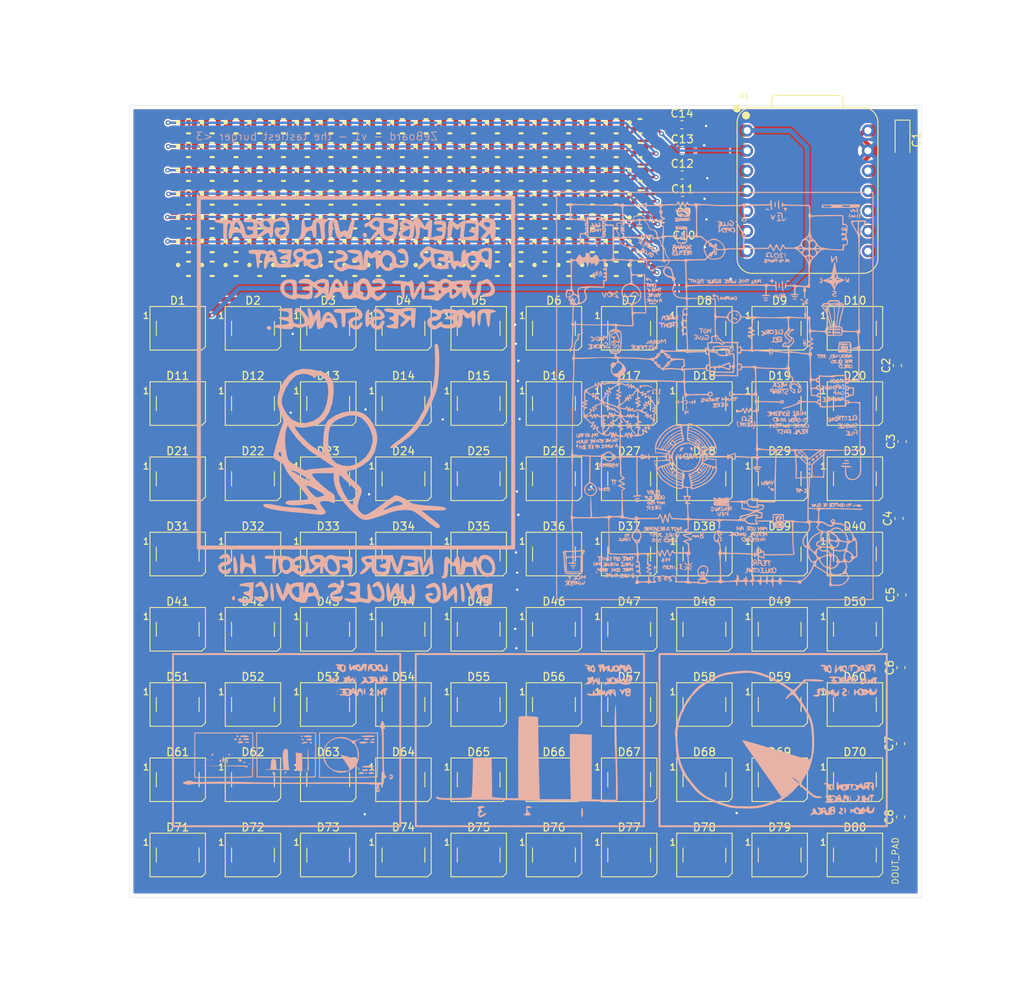
<source format=kicad_pcb>
(kicad_pcb (version 20241229) (generator "pcbnew") (generator_version "9.0")
  (layers (0 "F.Cu" signal) (2 "B.Cu" signal) (13 "F.Paste" user) (15 "B.Paste" user) (5 "F.SilkS" user "F.Silkscreen") (7 "B.SilkS" user "B.Silkscreen") (1 "F.Mask" user) (3 "B.Mask" user) (25 "Edge.Cuts" user))
  (net 0 "")
  (net 11 "GND")
  (net 12 "+5V")
  (net 13 "Net-(D1-DOUT)")
  (net 14 "Net-(D10-DIN)")
  (net 15 "Net-(D10-DOUT)")
  (net 16 "Net-(D11-DOUT)")
  (net 17 "Net-(D12-DOUT)")
  (net 18 "Net-(D13-DOUT)")
  (net 19 "Net-(D14-DOUT)")
  (net 20 "Net-(D15-DOUT)")
  (net 21 "Net-(D16-DOUT)")
  (net 22 "Net-(D17-DOUT)")
  (net 23 "Net-(D18-DOUT)")
  (net 24 "Net-(D19-DOUT)")
  (net 25 "Net-(D20-DOUT)")
  (net 26 "Net-(D21-DOUT)")
  (net 27 "Net-(D22-DOUT)")
  (net 28 "Net-(D23-DOUT)")
  (net 29 "Net-(D24-DOUT)")
  (net 30 "Net-(D25-DOUT)")
  (net 31 "Net-(D26-DOUT)")
  (net 32 "Net-(D27-DOUT)")
  (net 33 "Net-(D28-DOUT)")
  (net 34 "Net-(D29-DOUT)")
  (net 35 "Net-(D30-DOUT)")
  (net 36 "Net-(D31-DOUT)")
  (net 37 "Net-(D32-DOUT)")
  (net 38 "Net-(D33-DOUT)")
  (net 39 "Net-(D34-DOUT)")
  (net 40 "Net-(D35-DOUT)")
  (net 41 "Net-(D36-DOUT)")
  (net 42 "Net-(D37-DOUT)")
  (net 43 "Net-(D38-DOUT)")
  (net 44 "Net-(D39-DOUT)")
  (net 45 "Net-(D41-DOUT)")
  (net 46 "Net-(D42-DOUT)")
  (net 47 "Net-(D43-DOUT)")
  (net 48 "Net-(D44-DOUT)")
  (net 49 "Net-(D45-DOUT)")
  (net 50 "Net-(D46-DOUT)")
  (net 51 "Net-(D47-DOUT)")
  (net 52 "Net-(D48-DOUT)")
  (net 53 "Net-(D49-DOUT)")
  (net 54 "Net-(D50-DOUT)")
  (net 55 "Net-(D51-DOUT)")
  (net 56 "Net-(D52-DOUT)")
  (net 57 "Net-(D53-DOUT)")
  (net 58 "Net-(D54-DOUT)")
  (net 59 "Net-(D55-DOUT)")
  (net 60 "Net-(D56-DOUT)")
  (net 61 "Net-(D57-DOUT)")
  (net 62 "Net-(D58-DOUT)")
  (net 63 "Net-(D59-DOUT)")
  (net 64 "Net-(D60-DOUT)")
  (net 65 "Net-(D61-DOUT)")
  (net 66 "Net-(D62-DOUT)")
  (net 67 "Net-(D63-DOUT)")
  (net 68 "Net-(D64-DOUT)")
  (net 69 "Net-(D65-DOUT)")
  (net 70 "Net-(D66-DOUT)")
  (net 71 "Net-(D67-DOUT)")
  (net 72 "Net-(D70-DOUT)")
  (net 73 "Net-(D71-DOUT)")
  (net 74 "Net-(D72-DOUT)")
  (net 75 "Net-(D79-DOUT)")
  (net 76 "unconnected-(D80-DOUT-Pad2)")
  (net 77 "Net-(D68-DOUT)")
  (net 78 "Net-(D69-DOUT)")
  (net 79 "DIN2")
  (net 80 "DIN1")
  (net 81 "Net-(U2-DI)")
  (net 82 "/ROW1-OUT")
  (net 83 "Net-(U10-DO)")
  (net 84 "/ROW2-OUT")
  (net 85 "Net-(U3-DI)")
  (net 86 "/ROW3-OUT")
  (net 87 "/ROW4-OUT")
  (net 88 "Net-(U4-DI)")
  (net 89 "Net-(U5-DI)")
  (net 90 "/ROW5-OUT")
  (net 91 "/ROW6-OUT")
  (net 92 "Net-(U6-DI)")
  (net 93 "Net-(U7-DI)")
  (net 94 "Net-(U8-DI)")
  (net 95 "Net-(U93-DI)")
  (net 96 "Net-(U10-DI)")
  (net 97 "Net-(U11-DI)")
  (net 98 "Net-(U12-DI)")
  (net 99 "Net-(U13-DI)")
  (net 100 "Net-(U14-DI)")
  (net 101 "Net-(U15-DI)")
  (net 102 "Net-(U16-DI)")
  (net 103 "Net-(U17-DI)")
  (net 104 "Net-(U18-DI)")
  (net 105 "Net-(U19-DI)")
  (net 106 "Net-(U20-DI)")
  (net 107 "Net-(U94-DI)")
  (net 108 "Net-(U22-DI)")
  (net 109 "Net-(U23-DI)")
  (net 110 "Net-(U24-DI)")
  (net 111 "Net-(U25-DI)")
  (net 112 "Net-(U26-DI)")
  (net 113 "Net-(U27-DI)")
  (net 114 "Net-(U28-DI)")
  (net 115 "Net-(U29-DI)")
  (net 116 "Net-(U30-DI)")
  (net 117 "Net-(U31-DI)")
  (net 118 "Net-(U32-DI)")
  (net 119 "Net-(U33-DI)")
  (net 120 "Net-(U34-DI)")
  (net 121 "Net-(U35-DI)")
  (net 122 "Net-(U36-DI)")
  (net 123 "Net-(U37-DI)")
  (net 124 "Net-(U38-DI)")
  (net 125 "Net-(U39-DI)")
  (net 126 "Net-(U40-DI)")
  (net 127 "Net-(U95-DI)")
  (net 128 "Net-(U42-DI)")
  (net 129 "Net-(U43-DI)")
  (net 130 "Net-(U44-DI)")
  (net 131 "Net-(U45-DI)")
  (net 132 "Net-(U46-DI)")
  (net 133 "Net-(U47-DI)")
  (net 134 "Net-(U48-DI)")
  (net 135 "Net-(U49-DI)")
  (net 136 "Net-(U50-DI)")
  (net 137 "Net-(U51-DI)")
  (net 138 "Net-(U52-DI)")
  (net 139 "Net-(U53-DI)")
  (net 140 "Net-(U54-DI)")
  (net 141 "Net-(U55-DI)")
  (net 142 "Net-(U56-DI)")
  (net 143 "Net-(U57-DI)")
  (net 144 "Net-(U58-DI)")
  (net 145 "Net-(U59-DI)")
  (net 146 "Net-(U60-DI)")
  (net 147 "Net-(U96-DI)")
  (net 148 "Net-(U62-DI)")
  (net 149 "Net-(U63-DI)")
  (net 150 "Net-(U64-DI)")
  (net 151 "Net-(U65-DI)")
  (net 152 "Net-(U66-DI)")
  (net 153 "Net-(U67-DI)")
  (net 154 "Net-(U68-DI)")
  (net 155 "Net-(U69-DI)")
  (net 156 "Net-(U70-DI)")
  (net 157 "Net-(U71-DI)")
  (net 158 "Net-(U72-DI)")
  (net 159 "Net-(U73-DI)")
  (net 160 "Net-(U74-DI)")
  (net 161 "Net-(U75-DI)")
  (net 162 "Net-(U76-DI)")
  (net 163 "Net-(U77-DI)")
  (net 164 "Net-(U78-DI)")
  (net 165 "Net-(U79-DI)")
  (net 166 "Net-(U80-DI)")
  (net 167 "Net-(U97-DI)")
  (net 168 "Net-(U82-DI)")
  (net 169 "Net-(U83-DI)")
  (net 170 "Net-(U84-DI)")
  (net 171 "Net-(U85-DI)")
  (net 172 "Net-(U86-DI)")
  (net 173 "Net-(U87-DI)")
  (net 174 "Net-(U88-DI)")
  (net 175 "Net-(U89-DI)")
  (net 176 "Net-(U90-DI)")
  (net 177 "Net-(U91-DI)")
  (net 178 "Net-(U92-DI)")
  (net 179 "Net-(U100-DO)")
  (net 180 "Net-(U98-DI)")
  (net 182 "Net-(U135-DI)")
  (net 183 "Net-(U136-DI)")
  (net 184 "Net-(U137-DI)")
  (net 185 "Net-(U138-DI)")
  (net 186 "Net-(U100-DI)")
  (net 187 "Net-(U139-DI)")
  (net 188 "Net-(U102-DI)")
  (net 189 "Net-(U103-DI)")
  (net 190 "Net-(U104-DI)")
  (net 191 "Net-(U105-DI)")
  (net 192 "Net-(U106-DI)")
  (net 193 "Net-(U107-DI)")
  (net 194 "Net-(U108-DI)")
  (net 195 "Net-(U109-DI)")
  (net 196 "Net-(U110-DI)")
  (net 197 "Net-(U111-DI)")
  (net 198 "Net-(U112-DI)")
  (net 199 "Net-(U113-DI)")
  (net 200 "Net-(U114-DI)")
  (net 201 "Net-(U115-DI)")
  (net 202 "Net-(U116-DI)")
  (net 203 "Net-(U117-DI)")
  (net 204 "Net-(U118-DI)")
  (net 205 "Net-(U119-DI)")
  (net 206 "Net-(U120-DI)")
  (net 207 "Net-(U140-DI)")
  (net 208 "Net-(U122-DI)")
  (net 209 "Net-(U123-DI)")
  (net 210 "Net-(U124-DI)")
  (net 211 "Net-(U125-DI)")
  (net 212 "Net-(U126-DI)")
  (net 213 "Net-(U127-DI)")
  (net 214 "Net-(U128-DI)")
  (net 215 "Net-(U129-DI)")
  (net 216 "Net-(U130-DI)")
  (net 217 "Net-(U131-DI)")
  (net 218 "Net-(U132-DI)")
  (net 219 "Net-(U133-DI)")
  (net 220 "Net-(U134-DI)")
  (net 221 "Net-(D2-DOUT)")
  (net 222 "Net-(D3-DOUT)")
  (net 223 "Net-(D4-DOUT)")
  (net 224 "Net-(D5-DOUT)")
  (net 225 "Net-(D6-DOUT)")
  (net 226 "Net-(D7-DOUT)")
  (net 227 "Net-(D8-DOUT)")
  (net 228 "Net-(D73-DOUT)")
  (net 229 "Net-(D74-DOUT)")
  (net 230 "Net-(D75-DOUT)")
  (net 231 "Net-(D76-DOUT)")
  (net 232 "Net-(D77-DOUT)")
  (net 233 "Net-(D78-DOUT)")
  (net 234 "Net-(D40-DOUT)")
  (footprint "LED_SMD:LED_WS2812B_PLCC4_5.0x5.0mm_P3.2mm" (layer "F.Cu") (at 107.2375 88.35)
    (property "Reference" "D21")
    (property "Value" "WS2812B")
  )
  (footprint "LED_SMD:LED_WS2812B_PLCC4_5.0x5.0mm_P3.2mm" (layer "F.Cu") (at 126.2375 78.85)
    (property "Reference" "D13")
    (property "Value" "WS2812B")
  )
  (footprint "XINGLIGHT XL-0807RGBC-WS2812B-S:LED-SMD_4P-L2.0-W1.8_XL-0807RGBC-WS2812B-S" (layer "F.Cu") (at 162.6 49.8375)
    (property "Reference" "U60" (hide yes))
    (property "Value" "XL-0807RGBC-WS2812B-S" (hide yes))
  )
  (footprint "LED_SMD:LED_WS2812B_PLCC4_5.0x5.0mm_P3.2mm" (layer "F.Cu") (at 173.7375 88.35)
    (property "Reference" "D28")
    (property "Value" "WS2812B")
  )
  (footprint "XINGLIGHT XL-0807RGBC-WS2812B-S:LED-SMD_4P-L2.0-W1.8_XL-0807RGBC-WS2812B-S" (layer "F.Cu") (at 141.6 58.8375)
    (property "Reference" "U113" (hide yes))
    (property "Value" "XL-0807RGBC-WS2812B-S" (hide yes))
  )
  (footprint "LED_SMD:LED_WS2812B_PLCC4_5.0x5.0mm_P3.2mm" (layer "F.Cu") (at 173.7375 135.85)
    (property "Reference" "D78")
    (property "Value" "WS2812B")
  )
  (footprint "XINGLIGHT XL-0807RGBC-WS2812B-S:LED-SMD_4P-L2.0-W1.8_XL-0807RGBC-WS2812B-S" (layer "F.Cu") (at 126.6 52.8375)
    (property "Reference" "U68" (hide yes))
    (property "Value" "XL-0807RGBC-WS2812B-S" (hide yes))
  )
  (footprint "Capacitor_SMD:C_0603_1608Metric_Pad1.08x0.95mm_HandSolder" (layer "F.Cu") (at 198.3 93.35 90)
    (property "Reference" "C4")
    (property "Value" "C_45deg")
  )
  (footprint "XINGLIGHT XL-0807RGBC-WS2812B-S:LED-SMD_4P-L2.0-W1.8_XL-0807RGBC-WS2812B-S" (layer "F.Cu") (at 150.6 52.8375)
    (property "Reference" "U76" (hide yes))
    (property "Value" "XL-0807RGBC-WS2812B-S" (hide yes))
  )
  (footprint "LED_SMD:LED_WS2812B_PLCC4_5.0x5.0mm_P3.2mm" (layer "F.Cu") (at 126.2375 135.85)
    (property "Reference" "D73")
    (property "Value" "WS2812B")
  )
  (footprint "XINGLIGHT XL-0807RGBC-WS2812B-S:LED-SMD_4P-L2.0-W1.8_XL-0807RGBC-WS2812B-S" (layer "F.Cu") (at 156.6 61.8375)
    (property "Reference" "U138" (hide yes))
    (property "Value" "XL-0807RGBC-WS2812B-S" (hide yes))
  )
  (footprint "Capacitor_SMD:C_0603_1608Metric_Pad1.08x0.95mm_HandSolder" (layer "F.Cu") (at 171.1 56.15)
    (property "Reference" "C9")
    (property "Value" "C_45deg")
  )
  (footprint "XINGLIGHT XL-0807RGBC-WS2812B-S:LED-SMD_4P-L2.0-W1.8_XL-0807RGBC-WS2812B-S" (layer "F.Cu") (at 135.6 49.8375)
    (property "Reference" "U51" (hide yes))
    (property "Value" "XL-0807RGBC-WS2812B-S" (hide yes))
  )
  (footprint "XINGLIGHT XL-0807RGBC-WS2812B-S:LED-SMD_4P-L2.0-W1.8_XL-0807RGBC-WS2812B-S" (layer "F.Cu") (at 126.6 49.8375)
    (property "Reference" "U48" (hide yes))
    (property "Value" "XL-0807RGBC-WS2812B-S" (hide yes))
  )
  (footprint "LED_SMD:LED_WS2812B_PLCC4_5.0x5.0mm_P3.2mm" (layer "F.Cu") (at 135.7375 116.85)
    (property "Reference" "D54")
    (property "Value" "WS2812B")
  )
  (footprint "LED_SMD:LED_WS2812B_PLCC4_5.0x5.0mm_P3.2mm" (layer "F.Cu") (at 164.2375 78.85)
    (property "Reference" "D17")
    (property "Value" "WS2812B")
  )
  (footprint "XINGLIGHT XL-0807RGBC-WS2812B-S:LED-SMD_4P-L2.0-W1.8_XL-0807RGBC-WS2812B-S" (layer "F.Cu") (at 111.6 46.8375)
    (property "Reference" "U23" (hide yes))
    (property "Value" "XL-0807RGBC-WS2812B-S" (hide yes))
  )
  (footprint "XINGLIGHT XL-0807RGBC-WS2812B-S:LED-SMD_4P-L2.0-W1.8_XL-0807RGBC-WS2812B-S" (layer "F.Cu") (at 132.6 52.8375)
    (property "Reference" "U70" (hide yes))
    (property "Value" "XL-0807RGBC-WS2812B-S" (hide yes))
  )
  (footprint "XINGLIGHT XL-0807RGBC-WS2812B-S:LED-SMD_4P-L2.0-W1.8_XL-0807RGBC-WS2812B-S" (layer "F.Cu") (at 123.6 43.8375)
    (property "Reference" "U7" (hide yes))
    (property "Value" "XL-0807RGBC-WS2812B-S" (hide yes))
  )
  (footprint "XINGLIGHT XL-0807RGBC-WS2812B-S:LED-SMD_4P-L2.0-W1.8_XL-0807RGBC-WS2812B-S" (layer "F.Cu") (at 108.6 58.8375)
    (property "Reference" "U102" (hide yes))
    (property "Value" "XL-0807RGBC-WS2812B-S" (hide yes))
  )
  (footprint "XINGLIGHT XL-0807RGBC-WS2812B-S:LED-SMD_4P-L2.0-W1.8_XL-0807RGBC-WS2812B-S" (layer "F.Cu") (at 156.6 49.8375)
    (property "Reference" "U58" (hide yes))
    (property "Value" "XL-0807RGBC-WS2812B-S" (hide yes))
  )
  (footprint "XINGLIGHT XL-0807RGBC-WS2812B-S:LED-SMD_4P-L2.0-W1.8_XL-0807RGBC-WS2812B-S" (layer "F.Cu") (at 111.6 43.8375)
    (property "Reference" "U3" (hide yes))
    (property "Value" "XL-0807RGBC-WS2812B-S" (hide yes))
  )
  (footprint "XINGLIGHT XL-0807RGBC-WS2812B-S:LED-SMD_4P-L2.0-W1.8_XL-0807RGBC-WS2812B-S" (layer "F.Cu") (at 144.6 46.8375)
    (property "Reference" "U34" (hide yes))
    (property "Value" "XL-0807RGBC-WS2812B-S" (hide yes))
  )
  (footprint "XINGLIGHT XL-0807RGBC-WS2812B-S:LED-SMD_4P-L2.0-W1.8_XL-0807RGBC-WS2812B-S" (layer "F.Cu") (at 147.6 49.8375)
    (property "Reference" "U55" (hide yes))
    (property "Value" "XL-0807RGBC-WS2812B-S" (hide yes))
  )
  (footprint "LED_SMD:LED_WS2812B_PLCC4_5.0x5.0mm_P3.2mm" (layer "F.Cu") (at 145.2375 69.35)
    (property "Reference" "D5")
    (property "Value" "WS2812B")
  )
  (footprint "XINGLIGHT XL-0807RGBC-WS2812B-S:LED-SMD_4P-L2.0-W1.8_XL-0807RGBC-WS2812B-S" (layer "F.Cu") (at 153.6 55.8375)
    (property "Reference" "U97" (hide yes))
    (property "Value" "XL-0807RGBC-WS2812B-S" (hide yes))
  )
  (footprint "XINGLIGHT XL-0807RGBC-WS2812B-S:LED-SMD_4P-L2.0-W1.8_XL-0807RGBC-WS2812B-S" (layer "F.Cu") (at 123.6 49.8375)
    (property "Reference" "U47" (hide yes))
    (property "Value" "XL-0807RGBC-WS2812B-S" (hide yes))
  )
  (footprint "XINGLIGHT XL-0807RGBC-WS2812B-S:LED-SMD_4P-L2.0-W1.8_XL-0807RGBC-WS2812B-S" (layer "F.Cu") (at 165.6 55.8375)
    (property "Reference" "U101" (hide yes))
    (property "Value" "XL-0807RGBC-WS2812B-S" (hide yes))
  )
  (footprint "XINGLIGHT XL-0807RGBC-WS2812B-S:LED-SMD_4P-L2.0-W1.8_XL-0807RGBC-WS2812B-S" (layer "F.Cu") (at 126.6 55.8375)
    (property "Reference" "U88" (hide yes))
    (property "Value" "XL-0807RGBC-WS2812B-S" (hide yes))
  )
  (footprint "XINGLIGHT XL-0807RGBC-WS2812B-S:LED-SMD_4P-L2.0-W1.8_XL-0807RGBC-WS2812B-S" (layer "F.Cu") (at 120.6 55.8375)
    (property "Reference" "U86" (hide yes))
    (property "Value" "XL-0807RGBC-WS2812B-S" (hide yes))
  )
  (footprint "LED_SMD:LED_WS2812B_PLCC4_5.0x5.0mm_P3.2mm" (layer "F.Cu") (at 154.7375 135.85)
    (property "Reference" "D76")
    (property "Value" "WS2812B")
  )
  (footprint "XINGLIGHT XL-0807RGBC-WS2812B-S:LED-SMD_4P-L2.0-W1.8_XL-0807RGBC-WS2812B-S" (layer "F.Cu") (at 147.6 46.8375)
    (property "Reference" "U35" (hide yes))
    (property "Value" "XL-0807RGBC-WS2812B-S" (hide yes))
  )
  (footprint "XINGLIGHT XL-0807RGBC-WS2812B-S:LED-SMD_4P-L2.0-W1.8_XL-0807RGBC-WS2812B-S" (layer "F.Cu") (at 153.6 46.8375)
    (property "Reference" "U37" (hide yes))
    (property "Value" "XL-0807RGBC-WS2812B-S" (hide yes))
  )
  (footprint "XINGLIGHT XL-0807RGBC-WS2812B-S:LED-SMD_4P-L2.0-W1.8_XL-0807RGBC-WS2812B-S" (layer "F.Cu") (at 156.6 58.8375)
    (property "Reference" "U118" (hide yes))
    (property "Value" "XL-0807RGBC-WS2812B-S" (hide yes))
  )
  (footprint "XINGLIGHT XL-0807RGBC-WS2812B-S:LED-SMD_4P-L2.0-W1.8_XL-0807RGBC-WS2812B-S" (layer "F.Cu") (at 141.6 43.8375)
    (property "Reference" "U13" (hide yes))
    (property "Value" "XL-0807RGBC-WS2812B-S" (hide yes))
  )
  (footprint "LED_SMD:LED_WS2812B_PLCC4_5.0x5.0mm_P3.2mm" (layer "F.Cu") (at 154.7375 126.35)
    (property "Reference" "D66")
    (property "Value" "WS2812B")
  )
  (footprint "Capacitor_Tantalum_SMD:CP_EIA-3216-18_Kemet-A_Pad1.58x1.35mm_HandSolder" (layer "F.Cu") (at 198.75 45.55 -90)
    (property "Reference" "C1")
    (property "Value" "C")
  )
  (footprint "XINGLIGHT XL-0807RGBC-WS2812B-S:LED-SMD_4P-L2.0-W1.8_XL-0807RGBC-WS2812B-S" (layer "F.Cu") (at 117.6 61.8375)
    (property "Reference" "U125" (hide yes))
    (property "Value" "XL-0807RGBC-WS2812B-S" (hide yes))
  )
  (footprint "XINGLIGHT XL-0807RGBC-WS2812B-S:LED-SMD_4P-L2.0-W1.8_XL-0807RGBC-WS2812B-S" (layer "F.Cu") (at 153.6 43.8375)
    (property "Reference" "U17" (hide yes))
    (property "Value" "XL-0807RGBC-WS2812B-S" (hide yes))
  )
  (footprint "Capacitor_SMD:C_0603_1608Metric_Pad1.08x0.95mm_HandSolder" (layer "F.Cu") (at 198.7 83.65 90)
    (property "Reference" "C3")
    (property "Value" "C_45deg")
  )
  (footprint "XINGLIGHT XL-0807RGBC-WS2812B-S:LED-SMD_4P-L2.0-W1.8_XL-0807RGBC-WS2812B-S" (layer "F.Cu") (at 114.6 43.8375)
    (property "Reference" "U4" (hide yes))
    (property "Value" "XL-0807RGBC-WS2812B-S" (hide yes))
  )
  (footprint "XINGLIGHT XL-0807RGBC-WS2812B-S:LED-SMD_4P-L2.0-W1.8_XL-0807RGBC-WS2812B-S" (layer "F.Cu") (at 108.6 61.8375)
    (property "Reference" "U122" (hide yes))
    (property "Value" "XL-0807RGBC-WS2812B-S" (hide yes))
  )
  (footprint "XINGLIGHT XL-0807RGBC-WS2812B-S:LED-SMD_4P-L2.0-W1.8_XL-0807RGBC-WS2812B-S" (layer "F.Cu") (at 111.6 58.8375)
    (property "Reference" "U103" (hide yes))
    (property "Value" "XL-0807RGBC-WS2812B-S" (hide yes))
  )
  (footprint "XINGLIGHT XL-0807RGBC-WS2812B-S:LED-SMD_4P-L2.0-W1.8_XL-0807RGBC-WS2812B-S" (layer "F.Cu") (at 165.6 49.8375)
    (property "Reference" "U61" (hide yes))
    (property "Value" "XL-0807RGBC-WS2812B-S" (hide yes))
  )
  (footprint "LED_SMD:LED_WS2812B_PLCC4_5.0x5.0mm_P3.2mm" (layer "F.Cu") (at 183.2375 97.85)
    (property "Reference" "D39")
    (property "Value" "WS2812B")
  )
  (footprint "XINGLIGHT XL-0807RGBC-WS2812B-S:LED-SMD_4P-L2.0-W1.8_XL-0807RGBC-WS2812B-S" (layer "F.Cu") (at 132.6 46.8375)
    (property "Reference" "U30" (hide yes))
    (property "Value" "XL-0807RGBC-WS2812B-S" (hide yes))
  )
  (footprint "LED_SMD:LED_WS2812B_PLCC4_5.0x5.0mm_P3.2mm" (layer "F.Cu") (at 164.2375 126.35)
    (property "Reference" "D67")
    (property "Value" "WS2812B")
  )
  (footprint "XINGLIGHT XL-0807RGBC-WS2812B-S:LED-SMD_4P-L2.0-W1.8_XL-0807RGBC-WS2812B-S" (layer "F.Cu") (at 147.6 52.8375)
    (property "Reference" "U75" (hide yes))
    (property "Value" "XL-0807RGBC-WS2812B-S" (hide yes))
  )
  (footprint "XINGLIGHT XL-0807RGBC-WS2812B-S:LED-SMD_4P-L2.0-W1.8_XL-0807RGBC-WS2812B-S" (layer "F.Cu") (at 129.6 61.8375)
    (property "Reference" "U129" (hide yes))
    (property "Value" "XL-0807RGBC-WS2812B-S" (hide yes))
  )
  (footprint "XINGLIGHT XL-0807RGBC-WS2812B-S:LED-SMD_4P-L2.0-W1.8_XL-0807RGBC-WS2812B-S" (layer "F.Cu") (at 162.6 58.8375)
    (property "Reference" "U120" (hide yes))
    (property "Value" "XL-0807RGBC-WS2812B-S" (hide yes))
  )
  (footprint "XINGLIGHT XL-0807RGBC-WS2812B-S:LED-SMD_4P-L2.0-W1.8_XL-0807RGBC-WS2812B-S" (layer "F.Cu") (at 126.6 58.8375)
    (property "Reference" "U108" (hide yes))
    (property "Value" "XL-0807RGBC-WS2812B-S" (hide yes))
  )
  (footprint "LED_SMD:LED_WS2812B_PLCC4_5.0x5.0mm_P3.2mm" (layer "F.Cu") (at 192.7375 88.35)
    (property "Reference" "D30")
    (property "Value" "WS2812B")
  )
  (footprint "LED_SMD:LED_WS2812B_PLCC4_5.0x5.0mm_P3.2mm" (layer "F.Cu") (at 116.7375 78.85)
    (property "Reference" "D12")
    (property "Value" "WS2812B")
  )
  (footprint "LED_SMD:LED_WS2812B_PLCC4_5.0x5.0mm_P3.2mm" (layer "F.Cu") (at 164.2375 97.85)
    (property "Reference" "D37")
    (property "Value" "WS2812B")
  )
  (footprint "XINGLIGHT XL-0807RGBC-WS2812B-S:LED-SMD_4P-L2.0-W1.8_XL-0807RGBC-WS2812B-S" (layer "F.Cu") (at 153.6 52.8375)
    (property "Reference" "U77" (hide yes))
    (property "Value" "XL-0807RGBC-WS2812B-S" (hide yes))
  )
  (footprint "LED_SMD:LED_WS2812B_PLCC4_5.0x5.0mm_P3.2mm" (layer "F.Cu") (at 126.2375 126.35)
    (property "Reference" "D63")
    (property "Value" "WS2812B")
  )
  (footprint "XINGLIGHT XL-0807RGBC-WS2812B-S:LED-SMD_4P-L2.0-W1.8_XL-0807RGBC-WS2812B-S" (layer "F.Cu") (at 147.6 43.8375)
    (property "Reference" "U15" (hide yes))
    (property "Value" "XL-0807RGBC-WS2812B-S" (hide yes))
  )
  (footprint "XINGLIGHT XL-0807RGBC-WS2812B-S:LED-SMD_4P-L2.0-W1.8_XL-0807RGBC-WS2812B-S" (layer "F.Cu") (at 123.6 58.8375)
    (property "Reference" "U107" (hide yes))
    (property "Value" "XL-0807RGBC-WS2812B-S" (hide yes))
  )
  (footprint "LED_SMD:LED_WS2812B_PLCC4_5.0x5.0mm_P3.2mm" (layer "F.Cu") (at 183.2375 69.35)
    (property "Reference" "D9")
    (property "Value" "WS2812B")
  )
  (footprint "XINGLIGHT XL-0807RGBC-WS2812B-S:LED-SMD_4P-L2.0-W1.8_XL-0807RGBC-WS2812B-S" (layer "F.Cu") (at 111.6 52.8375)
    (property "Reference" "U63" (hide yes))
    (property "Value" "XL-0807RGBC-WS2812B-S" (hide yes))
  )
  (footprint "XINGLIGHT XL-0807RGBC-WS2812B-S:LED-SMD_4P-L2.0-W1.8_XL-0807RGBC-WS2812B-S" (layer "F.Cu") (at 120.6 61.8375)
    (property "Reference" "U126" (hide yes))
    (property "Value" "XL-0807RGBC-WS2812B-S" (hide yes))
  )
  (footprint "LED_SMD:LED_WS2812B_PLCC4_5.0x5.0mm_P3.2mm" (layer "F.Cu") (at 116.7375 126.35)
    (property "Reference" "D62")
    (property "Value" "WS2812B")
  )
  (footprint "Capacitor_SMD:C_0603_1608Metric_Pad1.08x0.95mm_HandSolder" (layer "F.Cu") (at 170.9 43.65)
    (property "Reference" "C14")
    (property "Value" "C_45deg")
  )
  (footprint "LED_SMD:LED_WS2812B_PLCC4_5.0x5.0mm_P3.2mm" (layer "F.Cu") (at 126.2375 88.35)
    (property "Reference" "D23")
    (property "Value" "WS2812B")
  )
  (footprint "XINGLIGHT XL-0807RGBC-WS2812B-S:LED-SMD_4P-L2.0-W1.8_XL-0807RGBC-WS2812B-S" (layer "F.Cu") (at 153.6 61.8375)
    (property "Reference" "U137" (hide yes))
    (property "Value" "XL-0807RGBC-WS2812B-S" (hide yes))
  )
  (footprint "XINGLIGHT XL-0807RGBC-WS2812B-S:LED-SMD_4P-L2.0-W1.8_XL-0807RGBC-WS2812B-S" (layer "F.Cu") (at 159.6 52.8375)
    (property "Reference" "U79" (hide yes))
    (property "Value" "XL-0807RGBC-WS2812B-S" (hide yes))
  )
  (footprint "XINGLIGHT XL-0807RGBC-WS2812B-S:LED-SMD_4P-L2.0-W1.8_XL-0807RGBC-WS2812B-S" (layer "F.Cu") (at 120.6 43.8375)
    (property "Reference" "U6" (hide yes))
    (property "Value" "XL-0807RGBC-WS2812B-S" (hide yes))
  )
  (footprint "XINGLIGHT XL-0807RGBC-WS2812B-S:LED-SMD_4P-L2.0-W1.8_XL-0807RGBC-WS2812B-S" (layer "F.Cu") (at 111.6 61.8375)
    (property "Reference" "U123" (hide yes))
    (property "Value" "XL-0807RGBC-WS2812B-S" (hide yes))
  )
  (footprint "XINGLIGHT XL-0807RGBC-WS2812B-S:LED-SMD_4P-L2.0-W1.8_XL-0807RGBC-WS2812B-S" (layer "F.Cu") (at 150.6 58.8375)
    (property "Reference" "U116" (hide yes))
    (property "Value" "XL-0807RGBC-WS2812B-S" (hide yes))
  )
  (footprint "XINGLIGHT XL-0807RGBC-WS2812B-S:LED-SMD_4P-L2.0-W1.8_XL-0807RGBC-WS2812B-S" (layer "F.Cu") (at 162.6 55.8375)
    (property "Reference" "U100" (hide yes))
    (property "Value" "XL-0807RGBC-WS2812B-S" (hide yes))
  )
  (footprint "XINGLIGHT XL-0807RGBC-WS2812B-S:LED-SMD_4P-L2.0-W1.8_XL-0807RGBC-WS2812B-S" (layer "F.Cu") (at 114.6 55.8375)
    (property "Reference" "U84" (hide yes))
    (property "Value" "XL-0807RGBC-WS2812B-S" (hide yes))
  )
  (footprint "LED_SMD:LED_WS2812B_PLCC4_5.0x5.0mm_P3.2mm" (layer "F.Cu") (at 183.2375 107.35)
    (property "Reference" "D49")
    (property "Value" "WS2812B")
  )
  (footprint "XINGLIGHT XL-0807RGBC-WS2812B-S:LED-SMD_4P-L2.0-W1.8_XL-0807RGBC-WS2812B-S" (layer "F.Cu") (at 138.6 43.8375)
    (property "Reference" "U12" (hide yes))
    (property "Value" "XL-0807RGBC-WS2812B-S" (hide yes))
  )
  (footprint "LED_SMD:LED_WS2812B_PLCC4_5.0x5.0mm_P3.2mm" (layer "F.Cu") (at 135.7375 107.35)
    (property "Reference" "D44")
    (property "Value" "WS2812B")
  )
  (footprint "XINGLIGHT XL-0807RGBC-WS2812B-S:LED-SMD_4P-L2.0-W1.8_XL-0807RGBC-WS2812B-S" (layer "F.Cu") (at 123.6 46.8375)
    (property "Reference" "U27" (hide yes))
    (property "Value" "XL-0807RGBC-WS2812B-S" (hide yes))
  )
  (footprint "XINGLIGHT XL-0807RGBC-WS2812B-S:LED-SMD_4P-L2.0-W1.8_XL-0807RGBC-WS2812B-S" (layer "F.Cu") (at 150.6 55.8375)
    (property "Reference" "U96" (hide yes))
    (property "Value" "XL-0807RGBC-WS2812B-S" (hide yes))
  )
  (footprint "LED_SMD:LED_WS2812B_PLCC4_5.0x5.0mm_P3.2mm" (layer "F.Cu") (at 116.7375 88.35)
    (property "Reference" "D22")
    (property "Value" "WS2812B")
  )
  (footprint "XINGLIGHT XL-0807RGBC-WS2812B-S:LED-SMD_4P-L2.0-W1.8_XL-0807RGBC-WS2812B-S" (layer "F.Cu") (at 132.6 55.8375)
    (property "Reference" "U90" (hide yes))
    (property "Value" "XL-0807RGBC-WS2812B-S" (hide yes))
  )
  (footprint "LED_SMD:LED_WS2812B_PLCC4_5.0x5.0mm_P3.2mm" (layer "F.Cu") (at 183.2375 78.85)
    (property "Reference" "D19")
    (property "Value" "WS2812B")
  )
  (footprint "LED_SMD:LED_WS2812B_PLCC4_5.0x5.0mm_P3.2mm" (layer "F.Cu") (at 145.2375 97.85)
    (property "Reference" "D35")
    (property "Value" "WS2812B")
  )
  (footprint "XINGLIGHT XL-0807RGBC-WS2812B-S:LED-SMD_4P-L2.0-W1.8_XL-0807RGBC-WS2812B-S" (layer "F.Cu") (at 117.6 49.8375)
    (property "Reference" "U45" (hide yes))
    (property "Value" "XL-0807RGBC-WS2812B-S" (hide yes))
  )
  (footprint "XINGLIGHT XL-0807RGBC-WS2812B-S:LED-SMD_4P-L2.0-W1.8_XL-0807RGBC-WS2812B-S" (layer "F.Cu") (at 156.6 46.8375)
    (property "Reference" "U38" (hide yes))
    (property "Value" "XL-0807RGBC-WS2812B-S" (hide yes))
  )
  (footprint "LED_SMD:LED_WS2812B_PLCC4_5.0x5.0mm_P3.2mm" (layer "F.Cu") (at 145.2375 88.35)
    (property "Reference" "D25")
    (property "Value" "WS2812B")
  )
  (footprint "LED_SMD:LED_WS2812B_PLCC4_5.0x5.0mm_P3.2mm" (layer "F.Cu") (at 173.7375 107.35)
    (property "Reference" "D48")
    (property "Value" "WS2812B")
  )
  (footprint "LED_SMD:LED_WS2812B_PLCC4_5.0x5.0mm_P3.2mm" (layer "F.Cu") (at 126.2375 69.35)
    (property "Reference" "D3")
    (property "Value" "WS2812B")
  )
  (footprint "XINGLIGHT XL-0807RGBC-WS2812B-S:LED-SMD_4P-L2.0-W1.8_XL-0807RGBC-WS2812B-S" (layer "F.Cu") (at 144.6 43.8375)
    (property "Reference" "U14" (hide yes))
    (property "Value" "XL-0807RGBC-WS2812B-S" (hide yes))
  )
  (footprint "XINGLIGHT XL-0807RGBC-WS2812B-S:LED-SMD_4P-L2.0-W1.8_XL-0807RGBC-WS2812B-S" (layer "F.Cu") (at 141.6 49.8375)
    (property "Reference" "U53" (hide yes))
    (property "Value" "XL-0807RGBC-WS2812B-S" (hide yes))
  )
  (footprint "LED_SMD:LED_WS2812B_PLCC4_5.0x5.0mm_P3.2mm" (layer "F.Cu") (at 173.7375 116.85)
    (property "Reference" "D58")
    (property "Value" "WS2812B")
  )
  (footprint "LED_SMD:LED_WS2812B_PLCC4_5.0x5.0mm_P3.2mm" (layer "F.Cu") (at 145.2375 126.35)
    (property "Reference" "D65")
    (property "Value" "WS2812B")
  )
  (footprint "Capacitor_SMD:C_0603_1608Metric_Pad1.08x0.95mm_HandSolder" (layer "F.Cu") (at 171.15 59.05)
    (property "Reference" "C10")
    (property "Value" "C_45deg")
  )
  (footprint "XINGLIGHT XL-0807RGBC-WS2812B-S:LED-SMD_4P-L2.0-W1.8_XL-0807RGBC-WS2812B-S" (layer "F.Cu") (at 138.6 58.8375)
    (property "Reference" "U112" (hide yes))
    (property "Value" "XL-0807RGBC-WS2812B-S" (hide yes))
  )
  (footprint "XINGLIGHT XL-0807RGBC-WS2812B-S:LED-SMD_4P-L2.0-W1.8_XL-0807RGBC-WS2812B-S" (layer "F.Cu") (at 126.6 61.8375)
    (property "Reference" "U128" (hide yes))
    (property "Value" "XL-0807RGBC-WS2812B-S" (hide yes))
  )
  (footprint "LED_SMD:LED_WS2812B_PLCC4_5.0x5.0mm_P3.2mm" (layer "F.Cu") (at 183.2375 88.35)
    (property "Reference" "D29")
    (property "Value" "WS2812B")
  )
  (footprint "LED_SMD:LED_WS2812B_PLCC4_5.0x5.0mm_P3.2mm" (layer "F.Cu") (at 145.2375 135.85)
    (property "Reference" "D75")
    (property "Value" "WS2812B")
  )
  (footprint "XINGLIGHT XL-0807RGBC-WS2812B-S:LED-SMD_4P-L2.0-W1.8_XL-0807RGBC-WS2812B-S" (layer "F.Cu") (at 165.6 46.8375)
    (property "Reference" "U41" (hide yes))
    (property "Value" "XL-0807RGBC-WS2812B-S" (hide yes))
  )
  (footprint "LED_SMD:LED_WS2812B_PLCC4_5.0x5.0mm_P3.2mm" (layer "F.Cu") (at 135.7375 97.85)
    (property "Reference" "D34")
    (property "Value" "WS2812B")
  )
  (footprint "XINGLIGHT XL-0807RGBC-WS2812B-S:LED-SMD_4P-L2.0-W1.8_XL-0807RGBC-WS2812B-S" (layer "F.Cu") (at 138.6 52.8375)
    (property "Reference" "U72" (hide yes))
    (property "Value" "XL-0807RGBC-WS2812B-S" (hide yes))
  )
  (footprint "XINGLIGHT XL-0807RGBC-WS2812B-S:LED-SMD_4P-L2.0-W1.8_XL-0807RGBC-WS2812B-S" (layer "F.Cu") (at 138.6 46.8375)
    (property "Reference" "U32" (hide yes))
    (property "Value" "XL-0807RGBC-WS2812B-S" (hide yes))
  )
  (footprint "LED_SMD:LED_WS2812B_PLCC4_5.0x5.0mm_P3.2mm" (layer "F.Cu") (at 173.7375 97.85)
    (property "Reference" "D38")
    (property "Value" "WS2812B")
  )
  (footprint "XINGLIGHT XL-0807RGBC-WS2812B-S:LED-SMD_4P-L2.0-W1.8_XL-0807RGBC-WS2812B-S" (layer "F.Cu") (at 156.6 43.8375)
    (property "Reference" "U18" (hide yes))
    (property "Value" "XL-0807RGBC-WS2812B-S" (hide yes))
  )
  (footprint "LED_SMD:LED_WS2812B_PLCC4_5.0x5.0mm_P3.2mm" (layer "F.Cu") (at 135.7375 69.35)
    (property "Reference" "D4")
    (property "Value" "WS2812B")
  )
  (footprint "LED_SMD:LED_WS2812B_PLCC4_5.0x5.0mm_P3.2mm" (layer "F.Cu") (at 154.7375 88.35)
    (property "Reference" "D26")
    (property "Value" "WS2812B")
  )
  (footprint "XINGLIGHT XL-0807RGBC-WS2812B-S:LED-SMD_4P-L2.0-W1.8_XL-0807RGBC-WS2812B-S" (layer "F.Cu") (at 132.6 58.8375)
    (property "Reference" "U110" (hide yes))
    (property "Value" "XL-0807RGBC-WS2812B-S" (hide yes))
  )
  (footprint "XINGLIGHT XL-0807RGBC-WS2812B-S:LED-SMD_4P-L2.0-W1.8_XL-0807RGBC-WS2812B-S" (layer "F.Cu") (at 144.6 55.8375)
    (property "Reference" "U94" (hide yes))
    (property "Value" "XL-0807RGBC-WS2812B-S" (hide yes))
  )
  (footprint "XINGLIGHT XL-0807RGBC-WS2812B-S:LED-SMD_4P-L2.0-W1.8_XL-0807RGBC-WS2812B-S" (layer "F.Cu") (at 159.6 46.8375)
    (property "Reference" "U39" (hide yes))
    (property "Value" "XL-0807RGBC-WS2812B-S" (hide yes))
  )
  (footprint "XINGLIGHT XL-0807RGBC-WS2812B-S:LED-SMD_4P-L2.0-W1.8_XL-0807RGBC-WS2812B-S" (layer "F.Cu") (at 129.6 49.8375)
    (property "Reference" "U49" (hide yes))
    (property "Value" "XL-0807RGBC-WS2812B-S" (hide yes))
  )
  (footprint "XINGLIGHT XL-0807RGBC-WS2812B-S:LED-SMD_4P-L2.0-W1.8_XL-0807RGBC-WS2812B-S" (layer "F.Cu") (at 135.6 46.8375)
    (property "Reference" "U31" (hide yes))
    (property "Value" "XL-0807RGBC-WS2812B-S" (hide yes))
  )
  (footprint "XINGLIGHT XL-0807RGBC-WS2812B-S:LED-SMD_4P-L2.0-W1.8_XL-0807RGBC-WS2812B-S" (layer "F.Cu") (at 120.6 58.8375)
    (property "Reference" "U106" (hide yes))
    (property "Value" "XL-0807RGBC-WS2812B-S" (hide yes))
  )
  (footprint "XINGLIGHT XL-0807RGBC-WS2812B-S:LED-SMD_4P-L2.0-W1.8_XL-0807RGBC-WS2812B-S" (layer "F.Cu") (at 162.6 61.8375)
    (property "Reference" "U140" (hide yes))
    (property "Value" "XL-0807RGBC-WS2812B-S" (hide yes))
  )
  (footprint "LED_SMD:LED_WS2812B_PLCC4_5.0x5.0mm_P3.2mm" (layer "F.Cu") (at 154.7375 107.35)
    (property "Reference" "D46")
    (property "Value" "WS2812B")
  )
  (footprint "XINGLIGHT XL-0807RGBC-WS2812B-S:LED-SMD_4P-L2.0-W1.8_XL-0807RGBC-WS2812B-S" (layer "F.Cu") (at 108.6 43.8375)
    (property "Reference" "U2" (hide yes))
    (property "Value" "XL-0807RGBC-WS2812B-S" (hide yes))
  )
  (footprint "LED_SMD:LED_WS2812B_PLCC4_5.0x5.0mm_P3.2mm" (layer "F.Cu") (at 116.7375 107.35)
    (property "Reference" "D42")
    (property "Value" "WS2812B")
  )
  (footprint "LED_SMD:LED_WS2812B_PLCC4_5.0x5.0mm_P3.2mm" (layer "F.Cu") (at 173.7375 69.35)
    (property "Reference" "D8")
    (property "Value" "WS2812B")
  )
  (footprint "XINGLIGHT XL-0807RGBC-WS2812B-S:LED-SMD_4P-L2.0-W1.8_XL-0807RGBC-WS2812B-S" (layer "F.Cu") (at 129.6 55.8375)
    (property "Reference" "U89" (hide yes))
    (property "Value" "XL-0807RGBC-WS2812B-S" (hide yes))
  )
  (footprint "LED_SMD:LED_WS2812B_PLCC4_5.0x5.0mm_P3.2mm" (layer "F.Cu") (at 145.2375 107.35)
    (property "Reference" "D45")
    (property "Value" "WS2812B")
  )
  (footprint "LED_SMD:LED_WS2812B_PLCC4_5.0x5.0mm_P3.2mm" (layer "F.Cu") (at 107.2375 97.85)
    (property "Reference" "D31")
    (property "Value" "WS2812B")
  )
  (footprint "LED_SMD:LED_WS2812B_PLCC4_5.0x5.0mm_P3.2mm" (layer "F.Cu") (at 107.2375 107.35)
    (property "Reference" "D41")
    (property "Value" "WS2812B")
  )
  (footprint "LED_SMD:LED_WS2812B_PLCC4_5.0x5.0mm_P3.2mm" (layer "F.Cu") (at 192.7375 69.35)
    (property "Reference" "D10")
    (property "Value" "WS2812B")
  )
  (footprint "LED_SMD:LED_WS2812B_PLCC4_5.0x5.0mm_P3.2mm" (layer "F.Cu") (at 126.2375 107.35)
    (property "Reference" "D43")
    (property "Value" "WS2812B")
  )
  (footprint "XINGLIGHT XL-0807RGBC-WS2812B-S:LED-SMD_4P-L2.0-W1.8_XL-0807RGBC-WS2812B-S" (layer "F.Cu") (at 135.6 61.8375)
    (property "Reference" "U131" (hide yes))
    (property "Value" "XL-0807RGBC-WS2812B-S" (hide yes))
  )
  (footprint "XINGLIGHT XL-0807RGBC-WS2812B-S:LED-SMD_4P-L2.0-W1.8_XL-0807RGBC-WS2812B-S" (layer "F.Cu") (at 162.6 43.8375)
    (property "Reference" "U20" (hide yes))
    (property "Value" "XL-0807RGBC-WS2812B-S" (hide yes))
  )
  (footprint "XINGLIGHT XL-0807RGBC-WS2812B-S:LED-SMD_4P-L2.0-W1.8_XL-0807RGBC-WS2812B-S" (layer "F.Cu") (at 159.6 58.8375)
    (property "Reference" "U119" (hide yes))
    (property "Value" "XL-0807RGBC-WS2812B-S" (hide yes))
  )
  (footprint "XINGLIGHT XL-0807RGBC-WS2812B-S:LED-SMD_4P-L2.0-W1.8_XL-0807RGBC-WS2812B-S" (layer "F.Cu") (at 126.6 46.8375)
    (property "Reference" "U28" (hide yes))
    (property "Value" "XL-0807RGBC-WS2812B-S" (hide yes))
  )
  (footprint "XINGLIGHT XL-0807RGBC-WS2812B-S:LED-SMD_4P-L2.0-W1.8_XL-0807RGBC-WS2812B-S" (layer "F.Cu") (at 141.6 61.8375)
    (property "Reference" "U133" (hide yes))
    (property "Value" "XL-0807RGBC-WS2812B-S" (hide yes))
  )
  (footprint "XINGLIGHT XL-0807RGBC-WS2812B-S:LED-SMD_4P-L2.0-W1.8_XL-0807RGBC-WS2812B-S" (layer "F.Cu") (at 165.6 58.8375)
    (property "Reference" "U121" (hide yes))
    (property "Value" "XL-0807RGBC-WS2812B-S" (hide yes))
  )
  (footprint "LED_SMD:LED_WS2812B_PLCC4_5.0x5.0mm_P3.2mm" (layer "F.Cu") (at 192.7375 78.85)
    (property "Reference" "D20")
    (property "Value" "WS2812B")
  )
  (footprint "LED_SMD:LED_WS2812B_PLCC4_5.0x5.0mm_P3.2mm" (layer "F.Cu") (at 135.7375 135.85)
    (property "Reference" "D74")
    (property "Value" "WS2812B")
  )
  (footprint "XINGLIGHT XL-0807RGBC-WS2812B-S:LED-SMD_4P-L2.0-W1.8_XL-0807RGBC-WS2812B-S" (layer "F.Cu") (at 156.6 52.8375)
    (property "Reference" "U78" (hide yes))
    (property "Value" "XL-0807RGBC-WS2812B-S" (hide yes))
  )
  (footprint "xiao:XIAO-ESP32S3-DIP" (layer "F.Cu") (at 186.75 52)
    (property "Reference" "U1")
    (property "Value" "XIAO-ESP32-S3-DIP" (hide yes))
  )
  (footprint "XINGLIGHT XL-0807RGBC-WS2812B-S:LED-SMD_4P-L2.0-W1.8_XL-0807RGBC-WS2812B-S" (layer "F.Cu") (at 129.6 46.8375)
    (property "Reference" "U29" (hide yes))
    (property "Value" "XL-0807RGBC-WS2812B-S" (hide yes))
  )
  (footprint "LED_SMD:LED_WS2812B_PLCC4_5.0x5.0mm_P3.2mm" (layer "F.Cu") (at 135.7375 126.35)
    (property "Reference" "D64")
    (property "Value" "WS2812B")
  )
  (footprint "XINGLIGHT XL-0807RGBC-WS2812B-S:LED-SMD_4P-L2.0-W1.8_XL-0807RGBC-WS2812B-S" (layer "F.Cu") (at 111.6 55.8375)
    (property "Reference" "U83" (hide yes))
    (property "Value" "XL-0807RGBC-WS2812B-S" (hide yes))
  )
  (footprint "LED_SMD:LED_WS2812B_PLCC4_5.0x5.0mm_P3.2mm" (layer "F.Cu") (at 107.2375 135.85)
    (property "Reference" "D71")
    (property "Value" "WS2812B")
  )
  (footprint "LED_SMD:LED_WS2812B_PLCC4_5.0x5.0mm_P3.2mm" (layer "F.Cu") (at 173.7375 78.85)
    (property "Reference" "D18")
    (property "Value" "WS2812B")
  )
  (footprint "XINGLIGHT XL-0807RGBC-WS2812B-S:LED-SMD_4P-L2.0-W1.8_XL-0807RGBC-WS2812B-S" (layer "F.Cu") (at 123.6 55.8375)
    (property "Reference" "U87" (hide yes))
    (property "Value" "XL-0807RGBC-WS2812B-S" (hide yes))
  )
  (footprint "" (layer "F.Cu") (at 199.35 136.6)
    (property "Reference" "DOUT_PAD")
    (property "Value" "")
  )
  (footprint "XINGLIGHT XL-0807RGBC-WS2812B-S:LED-SMD_4P-L2.0-W1.8_XL-0807RGBC-WS2812B-S" (layer "F.Cu") (at 159.6 43.8375)
    (property "Reference" "U19" (hide yes))
    (property "Value" "XL-0807RGBC-WS2812B-S" (hide yes))
  )
  (footprint "LED_SMD:LED_WS2812B_PLCC4_5.0x5.0mm_P3.2mm" (layer "F.Cu") (at 154.7375 116.85)
    (property "Reference" "D56")
    (property "Value" "WS2812B")
  )
  (footprint "LED_SMD:LED_WS2812B_PLCC4_5.0x5.0mm_P3.2mm" (layer "F.Cu") (at 107.2375 116.85)
    (property "Reference" "D51")
    (property "Value" "WS2812B")
  )
  (footprint "XINGLIGHT XL-0807RGBC-WS2812B-S:LED-SMD_4P-L2.0-W1.8_XL-0807RGBC-WS2812B-S" (layer "F.Cu") (at 162.6 46.8375)
    (property "Reference" "U40" (hide yes))
    (property "Value" "XL-0807RGBC-WS2812B-S" (hide yes))
  )
  (footprint "LED_SMD:LED_WS2812B_PLCC4_5.0x5.0mm_P3.2mm" (layer "F.Cu") (at 154.7375 97.85)
    (property "Reference" "D36")
    (property "Value" "WS2812B")
  )
  (footprint "XINGLIGHT XL-0807RGBC-WS2812B-S:LED-SMD_4P-L2.0-W1.8_XL-0807RGBC-WS2812B-S" (layer "F.Cu") (at 135.6 43.8375)
    (property "Reference" "U11" (hide yes))
    (property "Value" "XL-0807RGBC-WS2812B-S" (hide yes))
  )
  (footprint "XINGLIGHT XL-0807RGBC-WS2812B-S:LED-SMD_4P-L2.0-W1.8_XL-0807RGBC-WS2812B-S" (layer "F.Cu") (at 117.6 46.8375)
    (property "Reference" "U25" (hide yes))
    (property "Value" "XL-0807RGBC-WS2812B-S" (hide yes))
  )
  (footprint "XINGLIGHT XL-0807RGBC-WS2812B-S:LED-SMD_4P-L2.0-W1.8_XL-0807RGBC-WS2812B-S" (layer "F.Cu") (at 165.6 43.8375)
    (property "Reference" "U21" (hide yes))
    (property "Value" "XL-0807RGBC-WS2812B-S" (hide yes))
  )
  (footprint "LED_SMD:LED_WS2812B_PLCC4_5.0x5.0mm_P3.2mm" (layer "F.Cu") (at 154.7375 78.85)
    (property "Reference" "D16")
    (property "Value" "WS2812B")
  )
  (footprint "XINGLIGHT XL-0807RGBC-WS2812B-S:LED-SMD_4P-L2.0-W1.8_XL-0807RGBC-WS2812B-S" (layer "F.Cu") (at 153.6 49.8375)
    (property "Reference" "U57" (hide yes))
    (property "Value" "XL-0807RGBC-WS2812B-S" (hide yes))
  )
  (footprint "XINGLIGHT XL-0807RGBC-WS2812B-S:LED-SMD_4P-L2.0-W1.8_XL-0807RGBC-WS2812B-S" (layer "F.Cu") (at 147.6 61.8375)
    (property "Reference" "U135" (hide yes))
    (property "Value" "XL-0807RGBC-WS2812B-S" (hide yes))
  )
  (footprint "LED_SMD:LED_WS2812B_PLCC4_5.0x5.0mm_P3.2mm" (layer "F.Cu") (at 126.2375 116.85)
    (property "Reference" "D53")
    (property "Value" "WS2812B")
  )
  (footprint "LED_SMD:LED_WS2812B_PLCC4_5.0x5.0mm_P3.2mm" (layer "F.Cu") (at 192.7375 135.85)
    (property "Reference" "D80")
    (property "Value" "WS2812B")
  )
  (footprint "XINGLIGHT XL-0807RGBC-WS2812B-S:LED-SMD_4P-L2.0-W1.8_XL-0807RGBC-WS2812B-S" (layer "F.Cu") (at 117.6 58.8375)
    (property "Reference" "U105" (hide yes))
    (property "Value" "XL-0807RGBC-WS2812B-S" (hide yes))
  )
  (footprint "LED_SMD:LED_WS2812B_PLCC4_5.0x5.0mm_P3.2mm" (layer "F.Cu") (at 126.2375 97.85)
    (property "Reference" "D33")
    (property "Value" "WS2812B")
  )
  (footprint "LED_SMD:LED_WS2812B_PLCC4_5.0x5.0mm_P3.2mm" (layer "F.Cu") (at 164.2375 135.85)
    (property "Reference" "D77")
    (property "Value" "WS2812B")
  )
  (footprint "XINGLIGHT XL-0807RGBC-WS2812B-S:LED-SMD_4P-L2.0-W1.8_XL-0807RGBC-WS2812B-S" (layer "F.Cu") (at 141.6 52.8375)
    (property "Reference" "U73" (hide yes))
    (property "Value" "XL-0807RGBC-WS2812B-S" (hide yes))
  )
  (footprint "XINGLIGHT XL-0807RGBC-WS2812B-S:LED-SMD_4P-L2.0-W1.8_XL-0807RGBC-WS2812B-S" (layer "F.Cu") (at 114.6 52.8375)
    (property "Reference" "U64" (hide yes))
    (property "Value" "XL-0807RGBC-WS2812B-S" (hide yes))
  )
  (footprint "LED_SMD:LED_WS2812B_PLCC4_5.0x5.0mm_P3.2mm" (layer "F.Cu") (at 154.7375 69.35)
    (property "Reference" "D6")
    (property "Value" "WS2812B")
  )
  (footprint "LED_SMD:LED_WS2812B_PLCC4_5.0x5.0mm_P3.2mm" (layer "F.Cu") (at 135.7375 88.35)
    (property "Reference" "D24")
    (property "Value" "WS2812B")
  )
  (footprint "XINGLIGHT XL-0807RGBC-WS2812B-S:LED-SMD_4P-L2.0-W1.8_XL-0807RGBC-WS2812B-S" (layer "F.Cu") (at 108.6 55.8375)
    (property "Reference" "U82" (hide yes))
    (property "Value" "XL-0807RGBC-WS2812B-S" (hide yes))
  )
  (footprint "XINGLIGHT XL-0807RGBC-WS2812B-S:LED-SMD_4P-L2.0-W1.8_XL-0807RGBC-WS2812B-S" (layer "F.Cu") (at 141.6 55.8375)
    (property "Reference" "U93" (hide yes))
    (property "Value" "XL-0807RGBC-WS2812B-S" (hide yes))
  )
  (footprint "LED_SMD:LED_WS2812B_PLCC4_5.0x5.0mm_P3.2mm" (layer "F.Cu") (at 145.2375 78.85)
    (property "Reference" "D15")
    (property "Value" "WS2812B")
  )
  (footprint "LED_SMD:LED_WS2812B_PLCC4_5.0x5.0mm_P3.2mm" (layer "F.Cu") (at 164.2375 107.35)
    (property "Reference" "D47")
    (property "Value" "WS2812B")
  )
  (footprint "LED_SMD:LED_WS2812B_PLCC4_5.0x5.0mm_P3.2mm" (layer "F.Cu") (at 116.7375 135.85)
    (property "Reference" "D72")
    (property "Value" "WS2812B")
  )
  (footprint "Capacitor_SMD:C_0603_1608Metric_Pad1.08x0.95mm_HandSolder" (layer "F.Cu") (at 170.95 46.9)
    (property "Reference" "C13")
    (property "Value" "C_45deg")
  )
  (footprint "XINGLIGHT XL-0807RGBC-WS2812B-S:LED-SMD_4P-L2.0-W1.8_XL-0807RGBC-WS2812B-S" (layer "F.Cu") (at 129.6 52.8375)
    (property "Reference" "U69" (hide yes))
    (property "Value" "XL-0807RGBC-WS2812B-S" (hide yes))
  )
  (footprint "LED_SMD:LED_WS2812B_PLCC4_5.0x5.0mm_P3.2mm" (layer "F.Cu") (at 116.7375 69.35)
    (property "Reference" "D2")
    (property "Value" "WS2812B")
  )
  (footprint "XINGLIGHT XL-0807RGBC-WS2812B-S:LED-SMD_4P-L2.0-W1.8_XL-0807RGBC-WS2812B-S" (layer "F.Cu") (at 123.6 52.8375)
    (property "Reference" "U67" (hide yes))
    (property "Value" "XL-0807RGBC-WS2812B-S" (hide yes))
  )
  (footprint "XINGLIGHT XL-0807RGBC-WS2812B-S:LED-SMD_4P-L2.0-W1.8_XL-0807RGBC-WS2812B-S" (layer "F.Cu") (at 135.6 58.8375)
    (property "Reference" "U111" (hide yes))
    (property "Value" "XL-0807RGBC-WS2812B-S" (hide yes))
  )
  (footprint "LED_SMD:LED_WS2812B_PLCC4_5.0x5.0mm_P3.2mm" (layer "F.Cu") (at 116.7375 97.85)
    (property "Reference" "D32")
    (property "Value" "WS2812B")
  )
  (footprint "XINGLIGHT XL-0807RGBC-WS2812B-S:LED-SMD_4P-L2.0-W1.8_XL-0807RGBC-WS2812B-S" (layer "F.Cu") (at 114.6 46.8375)
    (property "Reference" "U24" (hide yes))
    (property "Value" "XL-0807RGBC-WS2812B-S" (hide yes))
  )
  (footprint "XINGLIGHT XL-0807RGBC-WS2812B-S:LED-SMD_4P-L2.0-W1.8_XL-0807RGBC-WS2812B-S" (layer "F.Cu") (at 108.6 49.8375)
    (property "Reference" "U42" (hide yes))
    (property "Value" "XL-0807RGBC-WS2812B-S" (hide yes))
  )
  (footprint "XINGLIGHT XL-0807RGBC-WS2812B-S:LED-SMD_4P-L2.0-W1.8_XL-0807RGBC-WS2812B-S" (layer "F.Cu") (at 117.6 55.8375)
    (property "Reference" "U85" (hide yes))
    (property "Value" "XL-0807RGBC-WS2812B-S" (hide yes))
  )
  (footprint "Capacitor_SMD:C_0603_1608Metric_Pad1.08x0.95mm_HandSolder" (layer "F.Cu") (at 170.9875 53.2)
    (property "Reference" "C11")
    (property "Value" "C_45deg")
  )
  (footprint "XINGLIGHT XL-0807RGBC-WS2812B-S:LED-SMD_4P-L2.0-W1.8_XL-0807RGBC-WS2812B-S" (layer "F.Cu") (at 165.6 52.8375)
    (property "Reference" "U81" (hide yes))
    (property "Value" "XL-0807RGBC-WS2812B-S" (hide yes))
  )
  (footprint "LED_SMD:LED_WS2812B_PLCC4_5.0x5.0mm_P3.2mm" (layer "F.Cu") (at 192.7375 97.85)
    (property "Reference" "D40")
    (property "Value" "WS2812B")
  )
  (footprint "XINGLIGHT XL-0807RGBC-WS2812B-S:LED-SMD_4P-L2.0-W1.8_XL-0807RGBC-WS2812B-S" (layer "F.Cu") (at 150.6 46.8375)
    (property "Reference" "U36" (hide yes))
    (property "Value" "XL-0807RGBC-WS2812B-S" (hide yes))
  )
  (footprint "XINGLIGHT XL-0807RGBC-WS2812B-S:LED-SMD_4P-L2.0-W1.8_XL-0807RGBC-WS2812B-S" (layer "F.Cu") (at 159.6 49.8375)
    (property "Reference" "U59" (hide yes))
    (property "Value" "XL-0807RGBC-WS2812B-S" (hide yes))
  )
  (footprint "XINGLIGHT XL-0807RGBC-WS2812B-S:LED-SMD_4P-L2.0-W1.8_XL-0807RGBC-WS2812B-S" (layer "F.Cu") (at 159.6 55.8375)
    (property "Reference" "U99" (hide yes))
    (property "Value" "XL-0807RGBC-WS2812B-S" (hide yes))
  )
  (footprint "LED_SMD:LED_WS2812B_PLCC4_5.0x5.0mm_P3.2mm" (layer "F.Cu") (at 183.2375 116.85)
    (property "Reference" "D59")
    (property "Value" "WS2812B")
  )
  (footprint "XINGLIGHT XL-0807RGBC-WS2812B-S:LED-SMD_4P-L2.0-W1.8_XL-0807RGBC-WS2812B-S" (layer "F.Cu") (at 123.6 61.8375)
    (property "Reference" "U127" (hide yes))
    (property "Value" "XL-0807RGBC-WS2812B-S" (hide yes))
  )
  (footprint "XINGLIGHT XL-0807RGBC-WS2812B-S:LED-SMD_4P-L2.0-W1.8_XL-0807RGBC-WS2812B-S" (layer "F.Cu") (at 150.6 61.8375)
    (property "Reference" "U136" (hide yes))
    (property "Value" "XL-0807RGBC-WS2812B-S" (hide yes))
  )
  (footprint "LED_SMD:LED_WS2812B_PLCC4_5.0x5.0mm_P3.2mm" (layer "F.Cu") (at 164.2375 116.85)
    (property "Reference" "D57")
    (property "Value" "WS2812B")
  )
  (footprint "XINGLIGHT XL-0807RGBC-WS2812B-S:LED-SMD_4P-L2.0-W1.8_XL-0807RGBC-WS2812B-S" (layer "F.Cu") (at 129.6 58.8375)
    (property "Reference" "U109" (hide yes))
    (property "Value" "XL-0807RGBC-WS2812B-S" (hide yes))
  )
  (footprint "XINGLIGHT XL-0807RGBC-WS2812B-S:LED-SMD_4P-L2.0-W1.8_XL-0807RGBC-WS2812B-S" (layer "F.Cu") (at 144.6 49.8375)
    (property "Reference" "U54" (hide yes))
    (property "Value" "XL-0807RGBC-WS2812B-S" (hide yes))
  )
  (footprint "XINGLIGHT XL-0807RGBC-WS2812B-S:LED-SMD_4P-L2.0-W1.8_XL-0807RGBC-WS2812B-S" (layer "F.Cu") (at 114.6 58.8375)
    (property "Reference" "U104" (hide yes))
    (property "Value" "XL-0807RGBC-WS2812B-S" (hide yes))
  )
  (footprint "XINGLIGHT XL-0807RGBC-WS2812B-S:LED-SMD_4P-L2.0-W1.8_XL-0807RGBC-WS2812B-S" (layer "F.Cu") (at 117.6 52.8375)
    (property "Reference" "U65" (hide yes))
    (property "Value" "XL-0807RGBC-WS2812B-S" (hide yes))
  )
  (footprint "XINGLIGHT XL-0807RGBC-WS2812B-S:LED-SMD_4P-L2.0-W1.8_XL-0807RGBC-WS2812B-S" (layer "F.Cu") (at 111.6 49.8375)
    (property "Reference" "U43" (hide yes))
    (property "Value" "XL-0807RGBC-WS2812B-S" (hide yes))
  )
  (footprint "XINGLIGHT XL-0807RGBC-WS2812B-S:LED-SMD_4P-L2.0-W1.8_XL-0807RGBC-WS2812B-S" (layer "F.Cu") (at 147.6 58.8375)
    (property "Reference" "U115" (hide yes))
    (property "Value" "XL-0807RGBC-WS2812B-S" (hide yes))
  )
  (footprint "LED_SMD:LED_WS2812B_PLCC4_5.0x5.0mm_P3.2mm" (layer "F.Cu") (at 107.2375 69.35)
    (property "Reference" "D1")
    (property "Value" "WS2812B")
  )
  (footprint "Capacitor_SMD:C_0603_1608Metric_Pad1.08x0.95mm_HandSolder" (layer "F.Cu") (at 170.9375 50)
    (property "Reference" "C12")
    (property "Value" "C_45deg")
  )
  (footprint "XINGLIGHT XL-0807RGBC-WS2812B-S:LED-SMD_4P-L2.0-W1.8_XL-0807RGBC-WS2812B-S" (layer "F.Cu") (at 144.6 58.8375)
    (property "Reference" "U114" (hide yes))
    (property "Value" "XL-0807RGBC-WS2812B-S" (hide yes))
  )
  (footprint "LED_SMD:LED_WS2812B_PLCC4_5.0x5.0mm_P3.2mm" (layer "F.Cu") (at 192.7375 116.85)
    (property "Reference" "D60")
    (property "Value" "WS2812B")
  )
  (footprint "XINGLIGHT XL-0807RGBC-WS2812B-S:LED-SMD_4P-L2.0-W1.8_XL-0807RGBC-WS2812B-S" (layer "F.Cu") (at 141.6 46.8375)
    (property "Reference" "U33" (hide yes))
    (property "Value" "XL-0807RGBC-WS2812B-S" (hide yes))
  )
  (footprint "XINGLIGHT XL-0807RGBC-WS2812B-S:LED-SMD_4P-L2.0-W1.8_XL-0807RGBC-WS2812B-S" (layer "F.Cu") (at 150.6 49.8375)
    (property "Reference" "U56" (hide yes))
    (property "Value" "XL-0807RGBC-WS2812B-S" (hide yes))
  )
  (footprint "XINGLIGHT XL-0807RGBC-WS2812B-S:LED-SMD_4P-L2.0-W1.8_XL-0807RGBC-WS2812B-S" (layer "F.Cu") (at 156.6 55.8375)
    (property "Reference" "U98" (hide yes))
    (property "Value" "XL-0807RGBC-WS2812B-S" (hide yes))
  )
  (footprint "LED_SMD:LED_WS2812B_PLCC4_5.0x5.0mm_P3.2mm" (layer "F.Cu") (at 183.2375 135.85)
    (property "Reference" "D79")
    (property "Value" "WS2812B")
  )
  (footprint "LED_SMD:LED_WS2812B_PLCC4_5.0x5.0mm_P3.2mm" (layer "F.Cu") (at 135.7375 78.85)
    (property "Reference" "D14")
    (property "Value" "WS2812B")
  )
  (footprint "XINGLIGHT XL-0807RGBC-WS2812B-S:LED-SMD_4P-L2.0-W1.8_XL-0807RGBC-WS2812B-S" (layer "F.Cu") (at 114.6 61.8375)
    (property "Reference" "U124" (hide yes))
    (property "Value" "XL-0807RGBC-WS2812B-S" (hide yes))
  )
  (footprint "XINGLIGHT XL-0807RGBC-WS2812B-S:LED-SMD_4P-L2.0-W1.8_XL-0807RGBC-WS2812B-S" (layer "F.Cu") (at 147.6 55.8375)
    (property "Reference" "U95" (hide yes))
    (property "Value" "XL-0807RGBC-WS2812B-S" (hide yes))
  )
  (footprint "XINGLIGHT XL-0807RGBC-WS2812B-S:LED-SMD_4P-L2.0-W1.8_XL-0807RGBC-WS2812B-S" (layer "F.Cu") (at 138.6 55.8375)
    (property "Reference" "U92" (hide yes))
    (property "Value" "XL-0807RGBC-WS2812B-S" (hide yes))
  )
  (footprint "LED_SMD:LED_WS2812B_PLCC4_5.0x5.0mm_P3.2mm" (layer "F.Cu") (at 192.7375 126.35)
    (property "Reference" "D70")
    (property "Value" "WS2812B")
  )
  (footprint "Capacitor_SMD:C_0603_1608Metric_Pad1.08x0.95mm_HandSolder" (layer "F.Cu") (at 198.65 102.9875 90)
    (property "Reference" "C5")
    (property "Value" "C_45deg")
  )
  (footprint "XINGLIGHT XL-0807RGBC-WS2812B-S:LED-SMD_4P-L2.0-W1.8_XL-0807RGBC-WS2812B-S" (layer "F.Cu") (at 120.6 49.8375)
    (property "Reference" "U46" (hide yes))
    (property "Value" "XL-0807RGBC-WS2812B-S" (hide yes))
  )
  (footprint "XINGLIGHT XL-0807RGBC-WS2812B-S:LED-SMD_4P-L2.0-W1.8_XL-0807RGBC-WS2812B-S" (layer "F.Cu") (at 138.6 61.8375)
    (property "Reference" "U132" (hide yes))
    (property "Value" "XL-0807RGBC-WS2812B-S" (hide yes))
  )
  (footprint "LED_SMD:LED_WS2812B_PLCC4_5.0x5.0mm_P3.2mm" (layer "F.Cu") (at 116.7375 116.85)
    (property "Reference" "D52")
    (property "Value" "WS2812B")
  )
  (footprint "XINGLIGHT XL-0807RGBC-WS2812B-S:LED-SMD_4P-L2.0-W1.8_XL-0807RGBC-WS2812B-S" (layer "F.Cu") (at 144.6 52.8375)
    (property "Reference" "U74" (hide yes))
    (property "Value" "XL-0807RGBC-WS2812B-S" (hide yes))
  )
  (footprint "XINGLIGHT XL-0807RGBC-WS2812B-S:LED-SMD_4P-L2.0-W1.8_XL-0807RGBC-WS2812B-S" (layer "F.Cu") (at 150.6 43.8375)
    (property "Reference" "U16" (hide yes))
    (property "Value" "XL-0807RGBC-WS2812B-S" (hide yes))
  )
  (footprint "LED_SMD:LED_WS2812B_PLCC4_5.0x5.0mm_P3.2mm" (layer "F.Cu") (at 183.2375 126.35)
    (property "Reference" "D69")
    (property "Value" "WS2812B")
  )
  (footprint "XINGLIGHT XL-0807RGBC-WS2812B-S:LED-SMD_4P-L2.0-W1.8_XL-0807RGBC-WS2812B-S" (layer "F.Cu") (at 129.6 43.8375)
    (property "Reference" "U9" (hide yes))
    (property "Value" "XL-0807RGBC-WS2812B-S" (hide yes))
  )
  (footprint "XINGLIGHT XL-0807RGBC-WS2812B-S:LED-SMD_4P-L2.0-W1.8_XL-0807RGBC-WS2812B-S" (layer "F.Cu") (at 132.6 43.8375)
    (property "Reference" "U10" (hide yes))
    (property "Value" "XL-0807RGBC-WS2812B-S" (hide yes))
  )
  (footprint "XINGLIGHT XL-0807RGBC-WS2812B-S:LED-SMD_4P-L2.0-W1.8_XL-0807RGBC-WS2812B-S" (layer "F.Cu") (at 117.6 43.8375)
    (property "Reference" "U5" (hide yes))
    (property "Value" "XL-0807RGBC-WS2812B-S" (hide yes))
  )
  (footprint "XINGLIGHT XL-0807RGBC-WS2812B-S:LED-SMD_4P-L2.0-W1.8_XL-0807RGBC-WS2812B-S" (layer "F.Cu") (at 135.6 55.8375)
    (property "Reference" "U91" (hide yes))
    (property "Value" "XL-0807RGBC-WS2812B-S" (hide yes))
  )
  (footprint "LED_SMD:LED_WS2812B_PLCC4_5.0x5.0mm_P3.2mm" (layer "F.Cu") (at 164.2375 69.35)
    (property "Reference" "D7")
    (property "Value" "WS2812B")
  )
  (footprint "XINGLIGHT XL-0807RGBC-WS2812B-S:LED-SMD_4P-L2.0-W1.8_XL-0807RGBC-WS2812B-S" (layer "F.Cu") (at 135.6 52.8375)
    (property "Reference" "U71" (hide yes))
    (property "Value" "XL-0807RGBC-WS2812B-S" (hide yes))
  )
  (footprint "XINGLIGHT XL-0807RGBC-WS2812B-S:LED-SMD_4P-L2.0-W1.8_XL-0807RGBC-WS2812B-S" (layer "F.Cu") (at 120.6 46.8375)
    (property "Reference" "U26" (hide yes))
    (property "Value" "XL-0807RGBC-WS2812B-S" (hide yes))
  )
  (footprint "XINGLIGHT XL-0807RGBC-WS2812B-S:LED-SMD_4P-L2.0-W1.8_XL-0807RGBC-WS2812B-S" (layer "F.Cu") (at 162.6 52.8375)
    (property "Reference" "U80" (hide yes))
    (property "Value" "XL-0807RGBC-WS2812B-S" (hide yes))
  )
  (footprint "XINGLIGHT XL-0807RGBC-WS2812B-S:LED-SMD_4P-L2.0-W1.8_XL-0807RGBC-WS2812B-S" (layer "F.Cu") (at 132.6 61.8375)
    (property "Reference" "U130" (hide yes))
    (property "Value" "XL-0807RGBC-WS2812B-S" (hide yes))
  )
  (footprint "LED_SMD:LED_WS2812B_PLCC4_5.0x5.0mm_P3.2mm" (layer "F.Cu") (at 145.2375 116.85)
    (property "Reference" "D55")
    (property "Value" "WS2812B")
  )
  (footprint "XINGLIGHT XL-0807RGBC-WS2812B-S:LED-SMD_4P-L2.0-W1.8_XL-0807RGBC-WS2812B-S" (layer "F.Cu") (at 159.6 61.8375)
    (property "Reference" "U139" (hide yes))
    (property "Value" "XL-0807RGBC-WS2812B-S" (hide yes))
  )
  (footprint "XINGLIGHT XL-0807RGBC-WS2812B-S:LED-SMD_4P-L2.0-W1.8_XL-0807RGBC-WS2812B-S" (layer "F.Cu") (at 126.6 43.8375)
    (property "Reference" "U8" (hide yes))
    (property "Value" "XL-0807RGBC-WS2812B-S" (hide yes))
  )
  (footprint "Capacitor_SMD:C_0603_1608Metric_Pad1.08x0.95mm_HandSolder" (layer "F.Cu") (at 198.55 112.2 90)
    (property "Reference" "C6")
    (property "Value" "C_45deg")
  )
  (footprint "XINGLIGHT XL-0807RGBC-WS2812B-S:LED-SMD_4P-L2.0-W1.8_XL-0807RGBC-WS2812B-S" (layer "F.Cu") (at 165.6 61.8375)
    (property "Reference" "U141" (hide yes))
    (property "Value" "XL-0807RGBC-WS2812B-S" (hide yes))
  )
  (footprint "Capacitor_SMD:C_0603_1608Metric_Pad1.08x0.95mm_HandSolder" (layer "F.Cu") (at 198.5 121.8 90)
    (property "Reference" "C7")
    (property "Value" "C_45deg")
  )
  (footprint "XINGLIGHT XL-0807RGBC-WS2812B-S:LED-SMD_4P-L2.0-W1.8_XL-0807RGBC-WS2812B-S" (layer "F.Cu") (at 114.6 49.8375)
    (property "Reference" "U44" (hide yes))
    (property "Value" "XL-0807RGBC-WS2812B-S" (hide yes))
  )
  (footprint "Capacitor_SMD:C_0603_1608Metric_Pad1.08x0.95mm_HandSolder" (layer "F.Cu") (at 198.1 74.05 90)
    (property "Reference" "C2")
    (property "Value" "C_45deg")
  )
  (footprint "LED_SMD:LED_WS2812B_PLCC4_5.0x5.0mm_P3.2mm" (layer "F.Cu") (at 173.7375 126.35)
    (property "Reference" "D68")
    (property "Value" "WS2812B")
  )
  (footprint "Capacitor_SMD:C_0603_1608Metric_Pad1.08x0.95mm_HandSolder" (layer "F.Cu") (at 198.5 131.05 90)
    (property "Reference" "C8")
    (property "Value" "C_45deg")
  )
  (footprint "XINGLIGHT XL-0807RGBC-WS2812B-S:LED-SMD_4P-L2.0-W1.8_XL-0807RGBC-WS2812B-S" (layer "F.Cu") (at 144.6 61.8375)
    (property "Reference" "U134" (hide yes))
    (property "Value" "XL-0807RGBC-WS2812B-S" (hide yes))
  )
  (footprint "LED_SMD:LED_WS2812B_PLCC4_5.0x5.0mm_P3.2mm" (layer "F.Cu") (at 107.2375 126.35)
    (property "Reference" "D61")
    (property "Value" "WS2812B")
  )
  (footprint "LED_SMD:LED_WS2812B_PLCC4_5.0x5.0mm_P3.2mm" (layer "F.Cu") (at 107.2375 78.85)
    (property "Reference" "D11")
    (property "Value" "WS2812B")
  )
  (footprint "XINGLIGHT XL-0807RGBC-WS2812B-S:LED-SMD_4P-L2.0-W1.8_XL-0807RGBC-WS2812B-S" (layer "F.Cu") (at 108.6 52.8375)
    (property "Reference" "U62" (hide yes))
    (property "Value" "XL-0807RGBC-WS2812B-S" (hide yes))
  )
  (footprint "XINGLIGHT XL-0807RGBC-WS2812B-S:LED-SMD_4P-L2.0-W1.8_XL-0807RGBC-WS2812B-S" (layer "F.Cu") (at 138.6 49.8375)
    (property "Reference" "U52" (hide yes))
    (property "Value" "XL-0807RGBC-WS2812B-S" (hide yes))
  )
  (footprint "LED_SMD:LED_WS2812B_PLCC4_5.0x5.0mm_P3.2mm" (layer "F.Cu") (at 192.7375 107.35)
    (property "Reference" "D50")
    (property "Value" "WS2812B")
  )
  (footprint "XINGLIGHT XL-0807RGBC-WS2812B-S:LED-SMD_4P-L2.0-W1.8_XL-0807RGBC-WS2812B-S" (layer "F.Cu") (at 132.6 49.8375)
    (property "Reference" "U50" (hide yes))
    (property "Value" "XL-0807RGBC-WS2812B-S" (hide yes))
  )
  (footprint "XINGLIGHT XL-0807RGBC-WS2812B-S:LED-SMD_4P-L2.0-W1.8_XL-0807RGBC-WS2812B-S" (layer "F.Cu") (at 153.6 58.8375)
    (property "Reference" "U117" (hide yes))
    (property "Value" "XL-0807RGBC-WS2812B-S" (hide yes))
  )
  (footprint "LED_SMD:LED_WS2812B_PLCC4_5.0x5.0mm_P3.2mm" (layer "F.Cu") (at 164.2375 88.35)
    (property "Reference" "D27")
    (property "Value" "WS2812B")
  )
  (footprint "XINGLIGHT XL-0807RGBC-WS2812B-S:LED-SMD_4P-L2.0-W1.8_XL-0807RGBC-WS2812B-S" (layer "F.Cu") (at 108.6 46.8375)
    (property "Reference" "U22" (hide yes))
    (property "Value" "XL-0807RGBC-WS2812B-S" (hide yes))
  )
  (footprint "XINGLIGHT XL-0807RGBC-WS2812B-S:LED-SMD_4P-L2.0-W1.8_XL-0807RGBC-WS2812B-S" (layer "F.Cu") (at 120.6 52.8375)
    (property "Reference" "U66" (hide yes))
    (property "Value" "XL-0807RGBC-WS2812B-S" (hide yes))
  )
  (footprint "LOGO" (layer "B.Cu") (at 129.75 78.6 180)
    (property "Reference" " ")
    (property "Value" "LOGO" (hide yes))
  )
  (footprint "LOGO" (layer "B.Cu") (at 175.05 77.9 180)
    (property "Reference" " ")
    (property "Value" "LOGO" (hide yes))
  )
  (footprint "LOGO" (layer "B.Cu") (at 151.7 121.35 180)
    (property "Reference" " ")
    (property "Value" "LOGO" (hide yes))
  )
  (gr_rect (start 101.15 41.2) (end 201.15 141.2) (stroke (width 0.05)) (fill no) (layer "Edge.Cuts"))
  (gr_text "ZeBoard - v1 - the tastiest burger <3" (at 140.15 45.7 0) (layer "B.SilkS") (effects (font (size 1 1) (thickness 0.1)) (justify left bottom mirror)))
  (segment (start 119.1615 44.9885) (end 117.4885 44.9885) (width 0.3) (layer "F.Cu") (net 11))
  (segment (start 146.85 50.4) (end 146.2615 50.9885) (width 0.3) (layer "F.Cu") (net 11))
  (segment (start 141.5885 47.9885) (end 140.95 47.35) (width 0.3) (layer "F.Cu") (net 11))
  (segment (start 111.4885 59.9885) (end 110.95 59.45) (width 0.3) (layer "F.Cu") (net 11))
  (segment (start 122.85 44.2875) (end 122.149 44.9885) (width 0.3) (layer "F.Cu") (net 11))
  (segment (start 133.952 45.1855) (end 132.748 45.1855) (width 0.3) (layer "F.Cu") (net 11))
  (segment (start 146.1375 57) (end 144.5625 57) (width 0.3) (layer "F.Cu") (net 11))
  (segment (start 138.4385 44.9885) (end 137.9 44.45) (width 0.3) (layer "F.Cu") (net 11))
  (segment (start 103.75 50) (end 103.75 49.05) (width 0.3) (layer "F.Cu") (net 11))
  (segment (start 107.7 59.35) (end 103.95 59.35) (width 0.3) (layer "F.Cu") (net 11))
  (segment (start 135.3885 50.9885) (end 134.8 50.4) (width 0.3) (layer "F.Cu") (net 11))
  (segment (start 116.85 62.2875) (end 116.149 62.9885) (width 0.3) (layer "F.Cu") (net 11))
  (segment (start 164.85 62.2875) (end 164.149 62.9885) (width 0.3) (layer "F.Cu") (net 11))
  (segment (start 158.149 44.9885) (end 156.4885 44.9885) (width 0.3) (layer "F.Cu") (net 11))
  (segment (start 129.5885 50.9885) (end 128.9 50.3) (width 0.3) (layer "F.Cu") (net 11))
  (segment (start 150.5885 47.9885) (end 149.85 47.25) (width 0.3) (layer "F.Cu") (net 11))
  (segment (start 122.85 53.2875) (end 122.149 53.9885) (width 0.3) (layer "F.Cu") (net 11))
  (segment (start 114.4885 44.9885) (end 113.85 44.35) (width 0.3) (layer "F.Cu") (net 11))
  (segment (start 156.551 56.9885) (end 155.85 56.2875) (width 0.3) (layer "F.Cu") (net 11))
  (segment (start 159.551 53.9885) (end 158.85 53.2875) (width 0.3) (layer "F.Cu") (net 11))
  (segment (start 119.9 50.35) (end 119.2615 50.9885) (width 0.3) (layer "F.Cu") (net 11))
  (segment (start 122.149 47.9885) (end 120.551 47.9885) (width 0.3) (layer "F.Cu") (net 11))
  (segment (start 153.4885 59.9885) (end 152.9 59.4) (width 0.3) (layer "F.Cu") (net 11))
  (segment (start 149.85 50.35) (end 149.2115 50.9885) (width 0.3) (layer "F.Cu") (net 11))
  (segment (start 146.0115 59.9885) (end 144.4385 59.9885) (width 0.3) (layer "F.Cu") (net 11))
  (segment (start 159.4885 59.9885) (end 158.85 59.35) (width 0.3) (layer "F.Cu") (net 11))
  (segment (start 128.2115 59.9885) (end 126.4385 59.9885) (width 0.3) (layer "F.Cu") (net 11))
  (segment (start 153.6385 62.9885) (end 153 62.35) (width 0.3) (layer "F.Cu") (net 11))
  (segment (start 198.9 46.8375) (end 195.2875 46.8375) (width 0.6) (layer "F.Cu") (net 11))
  (segment (start 152.9 59.4) (end 152.3115 59.9885) (width 0.3) (layer "F.Cu") (net 11))
  (segment (start 125.9 62.25) (end 125.15 63) (width 0.3) (layer "F.Cu") (net 11))
  (segment (start 134.85 59.2875) (end 134.149 59.9885) (width 0.3) (layer "F.Cu") (net 11))
  (segment (start 113.85 59.35) (end 113.2115 59.9885) (width 0.3) (layer "F.Cu") (net 11))
  (segment (start 152.85 44.3) (end 152.1615 44.9885) (width 0.3) (layer "F.Cu") (net 11))
  (segment (start 128.3615 62.9885) (end 126.6385 62.9885) (width 0.3) (layer "F.Cu") (net 11))
  (segment (start 113.2115 59.9885) (end 111.4885 59.9885) (width 0.3) (layer "F.Cu") (net 11))
  (segment (start 152.85 56.2875) (end 152.149 56.9885) (width 0.3) (layer "F.Cu") (net 11))
  (segment (start 149.85 56.2875) (end 149.149 56.9885) (width 0.3) (layer "F.Cu") (net 11))
  (segment (start 155.95 62.35) (end 155.3115 62.9885) (width 0.3) (layer "F.Cu") (net 11))
  (segment (start 140.85 56.2875) (end 140.149 56.9885) (width 0.3) (layer "F.Cu") (net 11))
  (segment (start 161.85 47.2875) (end 161.149 47.9885) (width 0.3) (layer "F.Cu") (net 11))
  (segment (start 110.1615 62.9885) (end 110.9 62.25) (width 0.3) (layer "F.Cu") (net 11))
  (segment (start 146.2615 62.9885) (end 144.4885 62.9885) (width 0.3) (layer "F.Cu") (net 11))
  (segment (start 107.85 53.2875) (end 104.3375 53.2875) (width 0.3) (layer "F.Cu") (net 11))
  (segment (start 152.3115 47.9885) (end 150.5885 47.9885) (width 0.3) (layer "F.Cu") (net 11))
  (segment (start 158.149 56.9885) (end 156.551 56.9885) (width 0.3) (layer "F.Cu") (net 11))
  (segment (start 164.149 53.9885) (end 162.551 53.9885) (width 0.3) (layer "F.Cu") (net 11))
  (segment (start 107.9 44.3) (end 103.8 44.3) (width 0.3) (layer "F.Cu") (net 11))
  (segment (start 140.9 44.35) (end 140.2615 44.9885) (width 0.3) (layer "F.Cu") (net 11))
  (segment (start 152.149 56.9885) (end 150.551 56.9885) (width 0.3) (layer "F.Cu") (net 11))
  (segment (start 119.149 53.9885) (end 117.551 53.9885) (width 0.3) (layer "F.Cu") (net 11))
  (segment (start 104.1 56.4) (end 103.8 56.1) (width 0.3) (layer "F.Cu") (net 11))
  (segment (start 131.2115 50.9885) (end 129.5885 50.9885) (width 0.3) (layer "F.Cu") (net 11))
  (segment (start 119.85 53.2875) (end 119.149 53.9885) (width 0.3) (layer "F.Cu") (net 11))
  (segment (start 161.149 56.9885) (end 161.85 56.2875) (width 0.3) (layer "F.Cu") (net 11))
  (segment (start 140.95 47.35) (end 140.3115 47.9885) (width 0.3) (layer "F.Cu") (net 11))
  (segment (start 150.5385 59.9885) (end 149.85 59.3) (width 0.3) (layer "F.Cu") (net 11))
  (segment (start 110.9 44.35) (end 110.2615 44.9885) (width 0.3) (layer "F.Cu") (net 11))
  (segment (start 128.149 44.9885) (end 126.551 44.9885) (width 0.3) (layer "F.Cu") (net 11))
  (segment (start 140.1615 59.9885) (end 138.4385 59.9885) (width 0.3) (layer "F.Cu") (net 11))
  (segment (start 119.2615 50.9885) (end 117.4385 50.9885) (width 0.3) (layer "F.Cu") (net 11))
  (segment (start 128.2115 56.9885) (end 126.551 56.9885) (width 0.3) (layer "F.Cu") (net 11))
  (segment (start 128.8 59.4) (end 128.2115 59.9885) (width 0.3) (layer "F.Cu") (net 11))
  (segment (start 143.9 44.3) (end 143.2115 44.9885) (width 0.3) (layer "F.Cu") (net 11))
  (segment (start 128.85 53.2875) (end 128.149 53.9885) (width 0.3) (layer "F.Cu") (net 11))
  (segment (start 143.85 62.35) (end 143.85 62.2875) (width 0.3) (layer "F.Cu") (net 11))
  (segment (start 134.85 47.25) (end 134.1115 47.9885) (width 0.3) (layer "F.Cu") (net 11))
  (segment (start 137.149 53.9885) (end 137.85 53.2875) (width 0.3) (layer "F.Cu") (net 11))
  (segment (start 150.551 53.9885) (end 149.85 53.2875) (width 0.3) (layer "F.Cu") (net 11))
  (segment (start 156.551 53.9885) (end 155.85 53.2875) (width 0.3) (layer "F.Cu") (net 11))
  (segment (start 158.149 53.9885) (end 156.551 53.9885) (width 0.3) (layer "F.Cu") (net 11))
  (segment (start 149.2115 44.9885) (end 147.5385 44.9885) (width 0.3) (layer "F.Cu") (net 11))
  (segment (start 129.5385 62.9885) (end 128.95 62.4) (width 0.3) (layer "F.Cu") (net 11))
  (segment (start 108.4385 56.9885) (end 107.85 56.4) (width 0.3) (layer "F.Cu") (net 11))
  (segment (start 146.2615 44.9885) (end 144.5885 44.9885) (width 0.3) (layer "F.Cu") (net 11))
  (segment (start 103.9 52.85) (end 103.9 52.25) (width 0.3) (layer "F.Cu") (net 11))
  (segment (start 131.149 53.9885) (end 129.551 53.9885) (width 0.3) (layer "F.Cu") (net 11))
  (segment (start 114.4885 50.9885) (end 113.9 50.4) (width 0.3) (layer "F.Cu") (net 11))
  (segment (start 153.551 56.9885) (end 152.85 56.2875) (width 0.3) (layer "F.Cu") (net 11))
  (segment (start 155.95 50.35) (end 155.1145 51.1855) (width 0.3) (layer "F.Cu") (net 11))
  (segment (start 156.5385 59.9885) (end 155.8 59.25) (width 0.3) (layer "F.Cu") (net 11))
  (segment (start 116.2615 59.9885) (end 114.4885 59.9885) (width 0.3) (layer "F.Cu") (net 11))
  (segment (start 144.6385 50.9885) (end 144 50.35) (width 0.3) (layer "F.Cu") (net 11))
  (segment (start 126.6385 62.9885) (end 125.9 62.25) (width 0.3) (layer "F.Cu") (net 11))
  (segment (start 132.551 53.9885) (end 131.85 53.2875) (width 0.3) (layer "F.Cu") (net 11))
  (segment (start 150.4885 50.9885) (end 149.85 50.35) (width 0.3) (layer "F.Cu") (net 11))
  (segment (start 130.952 45.1855) (end 129.748 45.1855) (width 0.3) (layer "F.Cu") (net 11))
  (segment (start 120.4885 59.9885) (end 119.85 59.35) (width 0.3) (layer "F.Cu") (net 11))
  (segment (start 108.4 48) (end 107.9 47.5) (width 0.3) (layer "F.Cu") (net 11))
  (segment (start 128.95 62.4) (end 128.3615 62.9885) (width 0.3) (layer "F.Cu") (net 11))
  (segment (start 140.2115 62.9885) (end 138.5385 62.9885) (width 0.3) (layer "F.Cu") (net 11))
  (segment (start 144.5885 44.9885) (end 143.9 44.3) (width 0.3) (layer "F.Cu") (net 11))
  (segment (start 108.551 53.9885) (end 107.85 53.2875) (width 0.3) (layer "F.Cu") (net 11))
  (segment (start 137.9 59.45) (end 137.3615 59.9885) (width 0.3) (layer "F.Cu") (net 11))
  (segment (start 143.1375 57) (end 141.5625 57) (width 0.3) (layer "F.Cu") (net 11))
  (segment (start 136.952 48.1855) (end 135.7855 48.1855) (width 0.3) (layer "F.Cu") (net 11))
  (segment (start 147.4385 50.9885) (end 146.85 50.4) (width 0.3) (layer "F.Cu") (net 11))
  (segment (start 131.85 44.2875) (end 130.952 45.1855) (width 0.3) (layer "F.Cu") (net 11))
  (segment (start 125.149 44.9885) (end 123.5885 44.9885) (width 0.3) (layer "F.Cu") (net 11))
  (segment (start 152.1615 44.9885) (end 150.5885 44.9885) (width 0.3) (layer "F.Cu") (net 11))
  (segment (start 155.3115 44.9885) (end 153.5385 44.9885) (width 0.3) (layer "F.Cu") (net 11))
  (segment (start 132.5885 56.9885) (end 131.85 56.25) (width 0.3) (layer "F.Cu") (net 11))
  (segment (start 134.2115 50.9885) (end 132.4885 50.9885) (width 0.3) (layer "F.Cu") (net 11))
  (segment (start 159.551 56.9885) (end 161.149 56.9885) (width 0.3) (layer "F.Cu") (net 11))
  (segment (start 147.5385 44.9885) (end 146.9 44.35) (width 0.3) (layer "F.Cu") (net 11))
  (segment (start 141.5385 50.9885) (end 141 50.45) (width 0.3) (layer "F.Cu") (net 11))
  (segment (start 143.8 47.4) (end 143.2115 47.9885) (width 0.3) (layer "F.Cu") (net 11))
  (segment (start 149.85 53.2875) (end 149.149 53.9885) (width 0.3) (layer "F.Cu") (net 11))
  (segment (start 129.551 47.9885) (end 128.85 47.2875) (width 0.3) (layer "F.Cu") (net 11))
  (segment (start 147.4885 59.9885) (end 146.75 59.25) (width 0.3) (layer "F.Cu") (net 11))
  (segment (start 103.55 44.05) (end 103.55 43.25) (width 0.3) (layer "F.Cu") (net 11))
  (segment (start 158.2115 59.9885) (end 156.5385 59.9885) (width 0.3) (layer "F.Cu") (net 11))
  (segment (start 137.85 62.3) (end 137.1615 62.9885) (width 0.3) (layer "F.Cu") (net 11))
  (segment (start 162.551 62.9885) (end 161.85 62.2875) (width 0.3) (layer "F.Cu") (net 11))
  (segment (start 146.9 44.35) (end 146.2615 44.9885) (width 0.3) (layer "F.Cu") (net 11))
  (segment (start 164.149 44.9885) (end 162.551 44.9885) (width 0.3) (layer "F.Cu") (net 11))
  (segment (start 158.85 44.2875) (end 158.149 44.9885) (width 0.3) (layer "F.Cu") (net 11))
  (segment (start 113.9 50.4) (end 113.3115 50.9885) (width 0.3) (layer "F.Cu") (net 11))
  (segment (start 123.551 53.9885) (end 122.85 53.2875) (width 0.3) (layer "F.Cu") (net 11))
  (segment (start 155.149 56.9885) (end 153.551 56.9885) (width 0.3) (layer "F.Cu") (net 11))
  (segment (start 128.85 44.2875) (end 128.149 44.9885) (width 0.3) (layer "F.Cu") (net 11))
  (segment (start 114.5385 56.9885) (end 113.85 56.3) (width 0.3) (layer "F.Cu") (net 11))
  (segment (start 143.2615 59.9885) (end 141.6385 59.9885) (width 0.3) (layer "F.Cu") (net 11))
  (segment (start 111.5385 44.9885) (end 110.9 44.35) (width 0.3) (layer "F.Cu") (net 11))
  (segment (start 117.8355 48.1855) (end 116.85 47.2) (width 0.3) (layer "F.Cu") (net 11))
  (segment (start 161.85 50.2875) (end 161.149 50.9885) (width 0.3) (layer "F.Cu") (net 11))
  (segment (start 122.9 59.4) (end 122.3115 59.9885) (width 0.3) (layer "F.Cu") (net 11))
  (segment (start 116.9 56.3) (end 116.2115 56.9885) (width 0.3) (layer "F.Cu") (net 11))
  (segment (start 103.8 56.1) (end 103.8 55.25) (width 0.3) (layer "F.Cu") (net 11))
  (segment (start 138.4385 56.9885) (end 137.85 56.4) (width 0.3) (layer "F.Cu") (net 11))
  (segment (start 140.85 53.2875) (end 140.149 53.9885) (width 0.3) (layer "F.Cu") (net 11))
  (segment (start 134.8 50.4) (end 134.2115 50.9885) (width 0.3) (layer "F.Cu") (net 11))
  (segment (start 140.4615 50.9885) (end 138.4385 50.9885) (width 0.3) (layer "F.Cu") (net 11))
  (segment (start 111.551 47.9885) (end 110.85 47.2875) (width 0.3) (layer "F.Cu") (net 11))
  (segment (start 140.9 59.25) (end 140.1615 59.9885) (width 0.3) (layer "F.Cu") (net 11))
  (segment (start 152.3115 59.9885) (end 150.5385 59.9885) (width 0.3) (layer "F.Cu") (net 11))
  (segment (start 156.5885 50.9885) (end 155.95 50.35) (width 0.3) (layer "F.Cu") (net 11))
  (segment (start 122.85 56.3) (end 122.1615 56.9885) (width 0.3) (layer "F.Cu") (net 11))
  (segment (start 157.952 48.1855) (end 156.748 48.1855) (width 0.3) (layer "F.Cu") (net 11))
  (segment (start 159.551 50.9885) (end 158.85 50.2875) (width 0.3) (layer "F.Cu") (net 11))
  (segment (start 137.1615 50.9885) (end 135.3885 50.9885) (width 0.3) (layer "F.Cu") (net 11))
  (segment (start 131.85 50.35) (end 131.2115 50.9885) (width 0.3) (layer "F.Cu") (net 11))
  (segment (start 146.9 62.35) (end 146.2615 62.9885) (width 0.3) (layer "F.Cu") (net 11))
  (segment (start 128.2115 50.9885) (end 126.4885 50.9885) (width 0.3) (layer "F.Cu") (net 11))
  (segment (start 153.7855 51.1855) (end 152.85 50.25) (width 0.3) (layer "F.Cu") (net 11))
  (segment (start 119.85 59.35) (end 119.2115 59.9885) (width 0.3) (layer "F.Cu") (net 11))
  (segment (start 111.5885 56.9885) (end 110.95 56.35) (width 0.3) (layer "F.Cu") (net 11))
  (segment (start 149.85 59.3) (end 149.1615 59.9885) (width 0.3) (layer "F.Cu") (net 11))
  (segment (start 114.551 62.9885) (end 113.85 62.2875) (width 0.3) (layer "F.Cu") (net 11))
  (segment (start 155.85 53.2875) (end 155.1375 54) (width 0.3) (layer "F.Cu") (net 11))
  (segment (start 162.551 47.9885) (end 161.85 47.2875) (width 0.3) (layer "F.Cu") (net 11))
  (segment (start 120.6385 62.9885) (end 119.95 62.3) (width 0.3) (layer "F.Cu") (net 11))
  (segment (start 120.551 53.9885) (end 119.85 53.2875) (width 0.3) (layer "F.Cu") (net 11))
  (segment (start 122.149 44.9885) (end 120.5385 44.9885) (width 0.3) (layer "F.Cu") (net 11))
  (segment (start 132.5885 62.9885) (end 131.9 62.3) (width 0.3) (layer "F.Cu") (net 11))
  (segment (start 146.1375 54.05) (end 144.6125 54.05) (width 0.3) (layer "F.Cu") (net 11))
  (segment (start 113.3115 50.9885) (end 111.4385 50.9885) (width 0.3) (layer "F.Cu") (net 11))
  (segment (start 128.149 53.9885) (end 126.551 53.9885) (width 0.3) (layer "F.Cu") (net 11))
  (segment (start 143.1375 54) (end 143.85 53.2875) (width 0.3) (layer "F.Cu") (net 11))
  (segment (start 197.375 73.1875) (end 195.1875 71) (width 0.6) (layer "F.Cu") (net 11))
  (segment (start 153 62.35) (end 152.3615 62.9885) (width 0.3) (layer "F.Cu") (net 11))
  (segment (start 143.2115 62.9885) (end 141.4885 62.9885) (width 0.3) (layer "F.Cu") (net 11))
  (segment (start 110.4 60) (end 108.35 60) (width 0.3) (layer "F.Cu") (net 11))
  (segment (start 149.95 62.3) (end 149.2615 62.9885) (width 0.3) (layer "F.Cu") (net 11))
  (segment (start 126.551 44.9885) (end 125.85 44.2875) (width 0.3) (layer "F.Cu") (net 11))
  (segment (start 122.9 62.3) (end 122.2115 62.9885) (width 0.3) (layer "F.Cu") (net 11))
  (segment (start 122.3115 50.9885) (end 120.5385 50.9885) (width 0.3) (layer "F.Cu") (net 11))
  (segment (start 110.2615 44.9885) (end 108.5885 44.9885) (width 0.3) (layer "F.Cu") (net 11))
  (segment (start 141.5625 57) (end 140.85 56.2875) (width 0.3) (layer "F.Cu") (net 11))
  (segment (start 116.9 59.35) (end 116.2615 59.9885) (width 0.3) (layer "F.Cu") (net 11))
  (segment (start 122.1615 56.9885) (end 120.4885 56.9885) (width 0.3) (layer "F.Cu") (net 11))
  (segment (start 140.2115 62.926) (end 140.85 62.2875) (width 0.3) (layer "F.Cu") (net 11))
  (segment (start 120.551 47.9885) (end 119.85 47.2875) (width 0.3) (layer "F.Cu") (net 11))
  (segment (start 140.85 53.2875) (end 141.5625 54) (width 0.3) (layer "F.Cu") (net 11))
  (segment (start 117.4885 44.9885) (end 116.85 44.35) (width 0.3) (layer "F.Cu") (net 11))
  (segment (start 119.95 62.3) (end 119.2615 62.9885) (width 0.3) (layer "F.Cu") (net 11))
  (segment (start 131.85 56.25) (end 131.1115 56.9885) (width 0.3) (layer "F.Cu") (net 11))
  (segment (start 131.8 47.3) (end 131.1115 47.9885) (width 0.3) (layer "F.Cu") (net 11))
  (segment (start 113.2115 47.9885) (end 111.551 47.9885) (width 0.3) (layer "F.Cu") (net 11))
  (segment (start 134.85 62.2875) (end 135.551 62.9885) (width 0.3) (layer "F.Cu") (net 11))
  (segment (start 114.4885 59.9885) (end 113.85 59.35) (width 0.3) (layer "F.Cu") (net 11))
  (segment (start 155.85 56.2875) (end 155.149 56.9885) (width 0.3) (layer "F.Cu") (net 11))
  (segment (start 162.4885 59.9885) (end 161.85 59.35) (width 0.3) (layer "F.Cu") (net 11))
  (segment (start 134.85 53.2875) (end 135.551 53.9885) (width 0.3) (layer "F.Cu") (net 11))
  (segment (start 141.6385 59.9885) (end 140.9 59.25) (width 0.3) (layer "F.Cu") (net 11))
  (segment (start 116.149 62.9885) (end 114.551 62.9885) (width 0.3) (layer "F.Cu") (net 11))
  (segment (start 161.85 59.35) (end 161.2115 59.9885) (width 0.3) (layer "F.Cu") (net 11))
  (segment (start 128.85 47.2875) (end 128.149 47.9885) (width 0.3) (layer "F.Cu") (net 11))
  (segment (start 103.65 47.2) (end 103.65 46) (width 0.3) (layer "F.Cu") (net 11))
  (segment (start 138.5385 62.9885) (end 137.85 62.3) (width 0.3) (layer "F.Cu") (net 11))
  (segment (start 138.551 47.9885) (end 137.85 47.2875) (width 0.3) (layer "F.Cu") (net 11))
  (segment (start 111.551 53.9885) (end 110.85 53.2875) (width 0.3) (layer "F.Cu") (net 11))
  (segment (start 104 60.95) (end 104 62) (width 0.3) (layer "F.Cu") (net 11))
  (segment (start 131.85 59.2875) (end 131.149 59.9885) (width 0.3) (layer "F.Cu") (net 11))
  (segment (start 134.85 53.2875) (end 134.149 53.9885) (width 0.3) (layer "F.Cu") (net 11))
  (segment (start 119.85 47.2875) (end 118.952 48.1855) (width 0.3) (layer "F.Cu") (net 11))
  (segment (start 155.1375 54) (end 153.5625 54) (width 0.3) (layer "F.Cu") (net 11))
  (segment (start 143.2115 62.926) (end 143.85 62.2875) (width 0.3) (layer "F.Cu") (net 11))
  (segment (start 116.2115 56.9885) (end 114.5385 56.9885) (width 0.3) (layer "F.Cu") (net 11))
  (segment (start 114.551 53.9885) (end 113.85 53.2875) (width 0.3) (layer "F.Cu") (net 11))
  (segment (start 144.6125 54.05) (end 143.85 53.2875) (width 0.3) (layer "F.Cu") (net 11))
  (segment (start 129.748 45.1855) (end 128.85 44.2875) (width 0.3) (layer "F.Cu") (net 11))
  (segment (start 113.85 56.3) (end 113.1615 56.9885) (width 0.3) (layer "F.Cu") (net 11))
  (segment (start 143.2115 62.9885) (end 143.2115 62.926) (width 0.3) (layer "F.Cu") (net 11))
  (segment (start 164.85 44.2875) (end 164.149 44.9885) (width 0.3) (layer "F.Cu") (net 11))
  (segment (start 119.2115 59.9885) (end 117.5385 59.9885) (width 0.3) (layer "F.Cu") (net 11))
  (segment (start 141.5385 44.9885) (end 140.9 44.35) (width 0.3) (layer "F.Cu") (net 11))
  (segment (start 158.85 59.35) (end 158.2115 59.9885) (width 0.3) (layer "F.Cu") (net 11))
  (segment (start 140.3115 47.9885) (end 138.551 47.9885) (width 0.3) (layer "F.Cu") (net 11))
  (segment (start 137.3615 44.9885) (end 135.551 44.9885) (width 0.3) (layer "F.Cu") (net 11))
  (segment (start 146.2615 50.9885) (end 144.6385 50.9885) (width 0.3) (layer "F.Cu") (net 11))
  (segment (start 116.85 53.2875) (end 116.149 53.9885) (width 0.3) (layer "F.Cu") (net 11))
  (segment (start 128.149 47.9885) (end 126.551 47.9885) (width 0.3) (layer "F.Cu") (net 11))
  (segment (start 140.2115 62.9885) (end 140.2115 62.926) (width 0.3) (layer "F.Cu") (net 11))
  (segment (start 131.1115 56.9885) (end 129.5885 56.9885) (width 0.3) (layer "F.Cu") (net 11))
  (segment (start 126.551 47.9885) (end 125.85 47.2875) (width 0.3) (layer "F.Cu") (net 11))
  (segment (start 152.85 50.25) (end 152.1115 50.9885) (width 0.3) (layer "F.Cu") (net 11))
  (segment (start 122.2115 62.9885) (end 120.6385 62.9885) (width 0.3) (layer "F.Cu") (net 11))
  (segment (start 126.551 53.9885) (end 125.85 53.2875) (width 0.3) (layer "F.Cu") (net 11))
  (segment (start 103.95 59.35) (end 103.95 58.2) (width 0.3) (layer "F.Cu") (net 11))
  (segment (start 140.2615 44.9885) (end 138.4385 44.9885) (width 0.3) (layer "F.Cu") (net 11))
  (segment (start 103.8 44.3) (end 103.55 44.05) (width 0.3) (layer "F.Cu") (net 11))
  (segment (start 153.5625 54) (end 152.85 53.2875) (width 0.3) (layer "F.Cu") (net 11))
  (segment (start 152.95 47.35) (end 152.3115 47.9885) (width 0.3) (layer "F.Cu") (net 11))
  (segment (start 125.85 53.2875) (end 125.149 53.9885) (width 0.3) (layer "F.Cu") (net 11))
  (segment (start 143.85 59.4) (end 143.2615 59.9885) (width 0.3) (layer "F.Cu") (net 11))
  (segment (start 161.149 50.9885) (end 159.551 50.9885) (width 0.3) (layer "F.Cu") (net 11))
  (segment (start 137.85 47.2875) (end 136.952 48.1855) (width 0.3) (layer "F.Cu") (net 11))
  (segment (start 152.1115 50.9885) (end 150.4885 50.9885) (width 0.3) (layer "F.Cu") (net 11))
  (segment (start 143.3615 50.9885) (end 141.5385 50.9885) (width 0.3) (layer "F.Cu") (net 11))
  (segment (start 108.5885 44.9885) (end 107.9 44.3) (width 0.3) (layer "F.Cu") (net 11))
  (segment (start 141.4885 62.9885) (end 140.85 62.35) (width 0.3) (layer "F.Cu") (net 11))
  (segment (start 117.551 62.9885) (end 116.85 62.2875) (width 0.3) (layer "F.Cu") (net 11))
  (segment (start 159.551 62.9885) (end 158.85 62.2875) (width 0.3) (layer "F.Cu") (net 11))
  (segment (start 149.2115 50.9885) (end 147.4385 50.9885) (width 0.3) (layer "F.Cu") (net 11))
  (segment (start 113.85 53.2875) (end 113.149 53.9885) (width 0.3) (layer "F.Cu") (net 11))
  (segment (start 161.85 44.2875) (end 161.149 44.9885) (width 0.3) (layer "F.Cu") (net 11))
  (segment (start 122.85 47.2875) (end 122.149 47.9885) (width 0.3) (layer "F.Cu") (net 11))
  (segment (start 131.149 59.9885) (end 129.3885 59.9885) (width 0.3) (layer "F.Cu") (net 11))
  (segment (start 123.6 63) (end 122.9 62.3) (width 0.3) (layer "F.Cu") (net 11))
  (segment (start 125.1115 50.9885) (end 123.5885 50.9885) (width 0.3) (layer "F.Cu") (net 11))
  (segment (start 155.8 59.25) (end 155.0615 59.9885) (width 0.3) (layer "F.Cu") (net 11))
  (segment (start 132.551 59.9885) (end 131.85 59.2875) (width 0.3) (layer "F.Cu") (net 11))
  (segment (start 123.5885 57.0385) (end 122.85 56.3) (width 0.3) (layer "F.Cu") (net 11))
  (segment (start 108.35 60) (end 107.7 59.35) (width 0.3) (layer "F.Cu") (net 11))
  (segment (start 120.5385 50.9885) (end 119.9 50.35) (width 0.3) (layer "F.Cu") (net 11))
  (segment (start 111.6385 62.9885) (end 113.149 62.9885) (width 0.3) (layer "F.Cu") (net 11))
  (segment (start 135.551 62.9885) (end 137.1615 62.9885) (width 0.3) (layer "F.Cu") (net 11))
  (segment (start 149.85 47.25) (end 149.1 48) (width 0.3) (layer "F.Cu") (net 11))
  (segment (start 104.3375 53.2875) (end 103.9 52.85) (width 0.3) (layer "F.Cu") (net 11))
  (segment (start 164.85 56.2875) (end 164.149 56.9885) (width 0.3) (layer "F.Cu") (net 11))
  (segment (start 107.8 50.4) (end 104.15 50.4) (width 0.3) (layer "F.Cu") (net 11))
  (segment (start 153.7855 48.1855) (end 152.95 47.35) (width 0.3) (layer "F.Cu") (net 11))
  (segment (start 137.8 50.35) (end 137.1615 50.9885) (width 0.3) (layer "F.Cu") (net 11))
  (segment (start 129.5885 56.9885) (end 128.9 56.3) (width 0.3) (layer "F.Cu") (net 11))
  (segment (start 149.2615 62.9885) (end 147.5385 62.9885) (width 0.3) (layer "F.Cu") (net 11))
  (segment (start 116.2115 44.9885) (end 114.4885 44.9885) (width 0.3) (layer "F.Cu") (net 11))
  (segment (start 158.149 50.9885) (end 156.5885 50.9885) (width 0.3) (layer "F.Cu") (net 11))
  (segment (start 124.952 48.1855) (end 123.748 48.1855) (width 0.3) (layer "F.Cu") (net 11))
  (segment (start 126.4885 50.9885) (end 125.8 50.3) (width 0.3) (layer "F.Cu") (net 11))
  (segment (start 149.149 56.9885) (end 147.551 56.9885) (width 0.3) (layer "F.Cu") (net 11))
  (segment (start 128.9 56.3) (end 128.2115 56.9885) (width 0.3) (layer "F.Cu") (net 11))
  (segment (start 143.2115 44.9885) (end 141.5385 44.9885) (width 0.3) (layer "F.Cu") (net 11))
  (segment (start 141 50.45) (end 140.4615 50.9885) (width 0.3) (layer "F.Cu") (net 11))
  (segment (start 144.5625 57) (end 143.85 56.2875) (width 0.3) (layer "F.Cu") (net 11))
  (segment (start 146.85 47.3) (end 146.1615 47.9885) (width 0.3) (layer "F.Cu") (net 11))
  (segment (start 162.551 44.9885) (end 161.85 44.2875) (width 0.3) (layer "F.Cu") (net 11))
  (segment (start 161.149 47.9885) (end 159.551 47.9885) (width 0.3) (layer "F.Cu") (net 11))
  (segment (start 144 50.35) (end 143.3615 50.9885) (width 0.3) (layer "F.Cu") (net 11))
  (segment (start 141.5625 54) (end 143.1375 54) (width 0.3) (layer "F.Cu") (net 11))
  (segment (start 198.1 73.1875) (end 197.375 73.1875) (width 0.6) (layer "F.Cu") (net 11))
  (segment (start 150.5885 44.9885) (end 149.9 44.3) (width 0.3) (layer "F.Cu") (net 11))
  (segment (start 129.551 53.9885) (end 128.85 53.2875) (width 0.3) (layer "F.Cu") (net 11))
  (segment (start 149.9 44.3) (end 149.2115 44.9885) (width 0.3) (layer "F.Cu") (net 11))
  (segment (start 134.149 53.9885) (end 132.551 53.9885) (width 0.3) (layer "F.Cu") (net 11))
  (segment (start 114.4885 47.9885) (end 113.85 47.35) (width 0.3) (layer "F.Cu") (net 11))
  (segment (start 149.1615 59.9885) (end 147.4885 59.9885) (width 0.3) (layer "F.Cu") (net 11))
  (segment (start 131.85 53.2875) (end 131.149 53.9885) (width 0.3) (layer "F.Cu") (net 11))
  (segment (start 119.85 44.3) (end 119.1615 44.9885) (width 0.3) (layer "F.Cu") (net 11))
  (segment (start 162.551 53.9885) (end 161.85 53.2875) (width 0.3) (layer "F.Cu") (net 11))
  (segment (start 140.85 62.35) (end 140.85 62.2875) (width 0.3) (layer "F.Cu") (net 11))
  (segment (start 195.2875 46.8375) (end 195.205 46.92) (width 0.6) (layer "F.Cu") (net 11))
  (segment (start 158.85 47.2875) (end 157.952 48.1855) (width 0.3) (layer "F.Cu") (net 11))
  (segment (start 135.4885 56.9885) (end 134.8 56.3) (width 0.3) (layer "F.Cu") (net 11))
  (segment (start 134.1115 56.9885) (end 132.5885 56.9885) (width 0.3) (layer "F.Cu") (net 11))
  (segment (start 164.149 62.9885) (end 162.551 62.9885) (width 0.3) (layer "F.Cu") (net 11))
  (segment (start 140.149 53.9885) (end 138.551 53.9885) (width 0.3) (layer "F.Cu") (net 11))
  (segment (start 156.5885 62.9885) (end 155.95 62.35) (width 0.3) (layer "F.Cu") (net 11))
  (segment (start 158.85 62.2875) (end 158.149 62.9885) (width 0.3) (layer "F.Cu") (net 11))
  (segment (start 135.551 44.9885) (end 134.85 44.2875) (width 0.3) (layer "F.Cu") (net 11))
  (segment (start 119.2615 62.9885) (end 117.551 62.9885) (width 0.3) (layer "F.Cu") (net 11))
  (segment (start 110.9 62.25) (end 111.6385 62.9885) (width 0.3) (layer "F.Cu") (net 11))
  (segment (start 161.149 44.9885) (end 159.551 44.9885) (width 0.3) (layer "F.Cu") (net 11))
  (segment (start 146.1615 47.9885) (end 144.3885 47.9885) (width 0.3) (layer "F.Cu") (net 11))
  (segment (start 146.85 53.3375) (end 146.1375 54.05) (width 0.3) (layer "F.Cu") (net 11))
  (segment (start 116.8 50.35) (end 116.1615 50.9885) (width 0.3) (layer "F.Cu") (net 11))
  (segment (start 156.4885 44.9885) (end 155.9 44.4) (width 0.3) (layer "F.Cu") (net 11))
  (segment (start 146.75 59.25) (end 146.0115 59.9885) (width 0.3) (layer "F.Cu") (net 11))
  (segment (start 129.3885 59.9885) (end 128.8 59.4) (width 0.3) (layer "F.Cu") (net 11))
  (segment (start 107.9 47.5) (end 103.95 47.5) (width 0.3) (layer "F.Cu") (net 11))
  (segment (start 125.85 56.2875) (end 125.099 57.0385) (width 0.3) (layer "F.Cu") (net 11))
  (segment (start 111.4385 50.9885) (end 110.9 50.45) (width 0.3) (layer "F.Cu") (net 11))
  (segment (start 113.149 62.9885) (end 113.85 62.2875) (width 0.3) (layer "F.Cu") (net 11))
  (segment (start 125.2615 59.9885) (end 123.4885 59.9885) (width 0.3) (layer "F.Cu") (net 11))
  (segment (start 164.149 47.9885) (end 162.551 47.9885) (width 0.3) (layer "F.Cu") (net 11))
  (segment (start 164.149 56.9885) (end 162.551 56.9885) (width 0.3) (layer "F.Cu") (net 11))
  (segment (start 138.551 53.9885) (end 137.85 53.2875) (width 0.3) (layer "F.Cu") (net 11))
  (segment (start 126.4385 59.9885) (end 125.85 59.4) (width 0.3) (layer "F.Cu") (net 11))
  (segment (start 147.5385 62.9885) (end 146.9 62.35) (width 0.3) (layer "F.Cu") (net 11))
  (segment (start 110.95 56.35) (end 110.3115 56.9885) (width 0.3) (layer "F.Cu") (net 11))
  (segment (start 110.85 47.2875) (end 110.1375 48) (width 0.3) (layer "F.Cu") (net 11))
  (segment (start 131.1115 47.9885) (end 129.551 47.9885) (width 0.3) (layer "F.Cu") (net 11))
  (segment (start 110.85 53.2875) (end 110.149 53.9885) (width 0.3) (layer "F.Cu") (net 11))
  (segment (start 161.149 53.9885) (end 159.551 53.9885) (width 0.3) (layer "F.Cu") (net 11))
  (segment (start 161.149 62.9885) (end 159.551 62.9885) (width 0.3) (layer "F.Cu") (net 11))
  (segment (start 155.85 47.2875) (end 154.952 48.1855) (width 0.3) (layer "F.Cu") (net 11))
  (segment (start 153.5385 44.9885) (end 152.85 44.3) (width 0.3) (layer "F.Cu") (net 11))
  (segment (start 134.149 62.9885) (end 134.85 62.2875) (width 0.3) (layer "F.Cu") (net 11))
  (segment (start 152.85 53.2875) (end 152.149 53.9885) (width 0.3) (layer "F.Cu") (net 11))
  (segment (start 162.551 56.9885) (end 161.85 56.2875) (width 0.3) (layer "F.Cu") (net 11))
  (segment (start 161.85 62.2875) (end 161.149 62.9885) (width 0.3) (layer "F.Cu") (net 11))
  (segment (start 158.85 50.2875) (end 158.149 50.9885) (width 0.3) (layer "F.Cu") (net 11))
  (segment (start 159.551 44.9885) (end 158.85 44.2875) (width 0.3) (layer "F.Cu") (net 11))
  (segment (start 110.95 59.45) (end 110.4 60) (width 0.3) (layer "F.Cu") (net 11))
  (segment (start 131.2115 62.9885) (end 129.5385 62.9885) (width 0.3) (layer "F.Cu") (net 11))
  (segment (start 138.4385 50.9885) (end 137.8 50.35) (width 0.3) (layer "F.Cu") (net 11))
  (segment (start 155.3115 62.9885) (end 153.6385 62.9885) (width 0.3) (layer "F.Cu") (net 11))
  (segment (start 107.85 62.35) (end 108.4885 62.9885) (width 0.3) (layer "F.Cu") (net 11))
  (segment (start 110.35 51) (end 108.4 51) (width 0.3) (layer "F.Cu") (net 11))
  (segment (start 108.4 51) (end 107.8 50.4) (width 0.3) (layer "F.Cu") (net 11))
  (segment (start 135.551 53.9885) (end 137.149 53.9885) (width 0.3) (layer "F.Cu") (net 11))
  (segment (start 159.551 47.9885) (end 158.85 47.2875) (width 0.3) (layer "F.Cu") (net 11))
  (segment (start 152.149 53.9885) (end 150.551 53.9885) (width 0.3) (layer "F.Cu") (net 11))
  (segment (start 132.4885 50.9885) (end 131.85 50.35) (width 0.3) (layer "F.Cu") (net 11))
  (segment (start 154.952 48.1855) (end 153.7855 48.1855) (width 0.3) (layer "F.Cu") (net 11))
  (segment (start 125.85 47.2875) (end 124.952 48.1855) (width 0.3) (layer "F.Cu") (net 11))
  (segment (start 119.2115 56.9885) (end 117.5885 56.9885) (width 0.3) (layer "F.Cu") (net 11))
  (segment (start 117.5885 56.9885) (end 116.9 56.3) (width 0.3) (layer "F.Cu") (net 11))
  (segment (start 147.55 48) (end 146.85 47.3) (width 0.3) (layer "F.Cu") (net 11))
  (segment (start 150.6385 62.9885) (end 149.95 62.3) (width 0.3) (layer "F.Cu") (net 11))
  (segment (start 132.748 45.1855) (end 131.85 44.2875) (width 0.3) (layer "F.Cu") (net 11))
  (segment (start 161.85 53.2875) (end 161.149 53.9885) (width 0.3) (layer "F.Cu") (net 11))
  (segment (start 147.551 56.9885) (end 146.85 56.2875) (width 0.3) (layer "F.Cu") (net 11))
  (segment (start 122.149 53.9885) (end 120.551 53.9885) (width 0.3) (layer "F.Cu") (net 11))
  (segment (start 125.85 59.4) (end 125.2615 59.9885) (width 0.3) (layer "F.Cu") (net 11))
  (segment (start 110.149 53.9885) (end 108.551 53.9885) (width 0.3) (layer "F.Cu") (net 11))
  (segment (start 104 62) (end 104.35 62.35) (width 0.3) (layer "F.Cu") (net 11))
  (segment (start 107.85 56.4) (end 104.1 56.4) (width 0.3) (layer "F.Cu") (net 11))
  (segment (start 113.1615 56.9885) (end 111.5885 56.9885) (width 0.3) (layer "F.Cu") (net 11))
  (segment (start 118.952 48.1855) (end 117.8355 48.1855) (width 0.3) (layer "F.Cu") (net 11))
  (segment (start 158.85 56.2875) (end 158.149 56.9885) (width 0.3) (layer "F.Cu") (net 11))
  (segment (start 132.5885 62.9885) (end 134.149 62.9885) (width 0.3) (layer "F.Cu") (net 11))
  (segment (start 104.35 62.35) (end 107.85 62.35) (width 0.3) (layer "F.Cu") (net 11))
  (segment (start 146.85 56.2875) (end 146.1375 57) (width 0.3) (layer "F.Cu") (net 11))
  (segment (start 137.9 44.45) (end 137.3615 44.9885) (width 0.3) (layer "F.Cu") (net 11))
  (segment (start 158.149 62.9885) (end 156.5885 62.9885) (width 0.3) (layer "F.Cu") (net 11))
  (segment (start 122.95 50.35) (end 122.3115 50.9885) (width 0.3) (layer "F.Cu") (net 11))
  (segment (start 137.2615 56.9885) (end 135.4885 56.9885) (width 0.3) (layer "F.Cu") (net 11))
  (segment (start 113.149 53.9885) (end 111.551 53.9885) (width 0.3) (layer "F.Cu") (net 11))
  (segment (start 125.85 44.2875) (end 125.149 44.9885) (width 0.3) (layer "F.Cu") (net 11))
  (segment (start 155.0615 59.9885) (end 153.4885 59.9885) (width 0.3) (layer "F.Cu") (net 11))
  (segment (start 116.1615 50.9885) (end 114.4885 50.9885) (width 0.3) (layer "F.Cu") (net 11))
  (segment (start 134.149 59.9885) (end 132.551 59.9885) (width 0.3) (layer "F.Cu") (net 11))
  (segment (start 113.2115 44.9885) (end 111.5385 44.9885) (width 0.3) (layer "F.Cu") (net 11))
  (segment (start 116.149 53.9885) (end 114.551 53.9885) (width 0.3) (layer "F.Cu") (net 11))
  (segment (start 158.85 56.2875) (end 159.551 56.9885) (width 0.3) (layer "F.Cu") (net 11))
  (segment (start 140.149 56.9885) (end 138.4385 56.9885) (width 0.3) (layer "F.Cu") (net 11))
  (segment (start 125.099 57.0385) (end 123.5885 57.0385) (width 0.3) (layer "F.Cu") (net 11))
  (segment (start 120.4885 56.9885) (end 119.85 56.35) (width 0.3) (layer "F.Cu") (net 11))
  (segment (start 110.9 50.45) (end 110.35 51) (width 0.3) (layer "F.Cu") (net 11))
  (segment (start 132.4885 47.9885) (end 131.8 47.3) (width 0.3) (layer "F.Cu") (net 11))
  (segment (start 164.85 47.2875) (end 164.149 47.9885) (width 0.3) (layer "F.Cu") (net 11))
  (segment (start 156.748 48.1855) (end 155.85 47.2875) (width 0.3) (layer "F.Cu") (net 11))
  (segment (start 135.551 59.9885) (end 134.85 59.2875) (width 0.3) (layer "F.Cu") (net 11))
  (segment (start 110.1375 48) (end 108.4 48) (width 0.3) (layer "F.Cu") (net 11))
  (segment (start 155.1145 51.1855) (end 153.7855 51.1855) (width 0.3) (layer "F.Cu") (net 11))
  (segment (start 104.15 50.4) (end 103.75 50) (width 0.3) (layer "F.Cu") (net 11))
  (segment (start 113.85 47.35) (end 113.2115 47.9885) (width 0.3) (layer "F.Cu") (net 11))
  (segment (start 164.85 59.2875) (end 164.149 59.9885) (width 0.3) (layer "F.Cu") (net 11))
  (segment (start 143.85 56.2875) (end 143.1375 57) (width 0.3) (layer "F.Cu") (net 11))
  (segment (start 125.149 53.9885) (end 123.551 53.9885) (width 0.3) (layer "F.Cu") (net 11))
  (segment (start 134.85 44.2875) (end 133.952 45.1855) (width 0.3) (layer "F.Cu") (net 11))
  (segment (start 117.551 53.9885) (end 116.85 53.2875) (width 0.3) (layer "F.Cu") (net 11))
  (segment (start 149.149 53.9885) (end 147.551 53.9885) (width 0.3) (layer "F.Cu") (net 11))
  (segment (start 113.85 44.35) (end 113.2115 44.9885) (width 0.3) (layer "F.Cu") (net 11))
  (segment (start 147.551 53.9885) (end 146.85 53.2875) (width 0.3) (layer "F.Cu") (net 11))
  (segment (start 162.551 50.9885) (end 161.85 50.2875) (width 0.3) (layer "F.Cu") (net 11))
  (segment (start 164.149 59.9885) (end 162.4885 59.9885) (width 0.3) (layer "F.Cu") (net 11))
  (segment (start 135.7855 48.1855) (end 134.85 47.25) (width 0.3) (layer "F.Cu") (net 11))
  (segment (start 123.4885 59.9885) (end 122.9 59.4) (width 0.3) (layer "F.Cu") (net 11))
  (segment (start 150.551 56.9885) (end 149.85 56.2875) (width 0.3) (layer "F.Cu") (net 11))
  (segment (start 158.85 53.2875) (end 158.149 53.9885) (width 0.3) (layer "F.Cu") (net 11))
  (segment (start 155.9 44.4) (end 155.3115 44.9885) (width 0.3) (layer "F.Cu") (net 11))
  (segment (start 144.4385 59.9885) (end 143.85 59.4) (width 0.3) (layer "F.Cu") (net 11))
  (segment (start 146.85 53.2875) (end 146.85 53.3375) (width 0.3) (layer "F.Cu") (net 11))
  (segment (start 116.85 47.2) (end 116.0615 47.9885) (width 0.3) (layer "F.Cu") (net 11))
  (segment (start 117.5385 59.9885) (end 116.9 59.35) (width 0.3) (layer "F.Cu") (net 11))
  (segment (start 123.5885 50.9885) (end 122.95 50.35) (width 0.3) (layer "F.Cu") (net 11))
  (segment (start 123.5885 44.9885) (end 122.9 44.3) (width 0.3) (layer "F.Cu") (net 11))
  (segment (start 125.15 63) (end 123.6 63) (width 0.3) (layer "F.Cu") (net 11))
  (segment (start 125.8 50.3) (end 125.1115 50.9885) (width 0.3) (layer "F.Cu") (net 11))
  (segment (start 108.4885 62.9885) (end 110.1615 62.9885) (width 0.3) (layer "F.Cu") (net 11))
  (segment (start 149.1 48) (end 147.55 48) (width 0.3) (layer "F.Cu") (net 11))
  (segment (start 152.3615 62.9885) (end 150.6385 62.9885) (width 0.3) (layer "F.Cu") (net 11))
  (segment (start 119.85 56.35) (end 119.2115 56.9885) (width 0.3) (layer "F.Cu") (net 11))
  (segment (start 164.85 53.2875) (end 164.149 53.9885) (width 0.3) (layer "F.Cu") (net 11))
  (segment (start 122.3115 59.9885) (end 120.4885 59.9885) (width 0.3) (layer "F.Cu") (net 11))
  (segment (start 164.149 50.9885) (end 162.551 50.9885) (width 0.3) (layer "F.Cu") (net 11))
  (segment (start 144.3885 47.9885) (end 143.8 47.4) (width 0.3) (layer "F.Cu") (net 11))
  (segment (start 116.85 44.35) (end 116.2115 44.9885) (width 0.3) (layer "F.Cu") (net 11))
  (segment (start 138.4385 59.9885) (end 137.9 59.45) (width 0.3) (layer "F.Cu") (net 11))
  (segment (start 143.2115 47.9885) (end 141.5885 47.9885) (width 0.3) (layer "F.Cu") (net 11))
  (segment (start 144.4885 62.9885) (end 143.85 62.35) (width 0.3) (layer "F.Cu") (net 11))
  (segment (start 120.5385 44.9885) (end 119.85 44.3) (width 0.3) (layer "F.Cu") (net 11))
  (segment (start 137.3615 59.9885) (end 135.551 59.9885) (width 0.3) (layer "F.Cu") (net 11))
  (segment (start 110.3115 56.9885) (end 108.4385 56.9885) (width 0.3) (layer "F.Cu") (net 11))
  (segment (start 131.9 62.3) (end 131.2115 62.9885) (width 0.3) (layer "F.Cu") (net 11))
  (segment (start 123.748 48.1855) (end 122.85 47.2875) (width 0.3) (layer "F.Cu") (net 11))
  (segment (start 116.0615 47.9885) (end 114.4885 47.9885) (width 0.3) (layer "F.Cu") (net 11))
  (segment (start 161.2115 59.9885) (end 159.4885 59.9885) (width 0.3) (layer "F.Cu") (net 11))
  (segment (start 134.8 56.3) (end 134.1115 56.9885) (width 0.3) (layer "F.Cu") (net 11))
  (segment (start 117.4385 50.9885) (end 116.8 50.35) (width 0.3) (layer "F.Cu") (net 11))
  (segment (start 103.95 47.5) (end 103.65 47.2) (width 0.3) (layer "F.Cu") (net 11))
  (segment (start 128.9 50.3) (end 128.2115 50.9885) (width 0.3) (layer "F.Cu") (net 11))
  (segment (start 137.85 56.4) (end 137.2615 56.9885) (width 0.3) (layer "F.Cu") (net 11))
  (segment (start 164.85 50.2875) (end 164.149 50.9885) (width 0.3) (layer "F.Cu") (net 11))
  (segment (start 134.1115 47.9885) (end 132.4885 47.9885) (width 0.3) (layer "F.Cu") (net 11))
  (segment (start 126.551 56.9885) (end 125.85 56.2875) (width 0.3) (layer "F.Cu") (net 11))
  (via (at 150.2 76) (size 0.6) (drill 0.3) (layers "F.Cu" "B.Cu") (net 11))
  (via (at 121.5 80) (size 0.6) (drill 0.3) (layers "F.Cu" "B.Cu") (net 11))
  (via (at 173.7 46.25) (size 0.6) (drill 0.3) (layers "F.Cu" "B.Cu") (net 11))
  (via (at 150.4 80.8) (size 0.6) (drill 0.3) (layers "F.Cu" "B.Cu") (net 11))
  (via (at 149.85 107.3) (size 0.6) (drill 0.3) (layers "F.Cu" "B.Cu") (net 11))
  (via (at 150.25 92.9) (size 0.6) (drill 0.3) (layers "F.Cu" "B.Cu") (net 11))
  (via (at 173.75 53) (size 0.6) (drill 0.3) (layers "F.Cu" "B.Cu") (net 11))
  (via (at 174.1 50.4) (size 0.6) (drill 0.3) (layers "F.Cu" "B.Cu") (net 11))
  (via (at 149.95 97.65) (size 0.6) (drill 0.3) (layers "F.Cu" "B.Cu") (net 11))
  (via (at 174 55.6) (size 0.6) (drill 0.3) (layers "F.Cu" "B.Cu") (net 11))
  (via (at 130.85 130.7) (size 0.6) (drill 0.3) (layers "F.Cu" "B.Cu") (net 11))
  (via (at 167.7 63.35) (size 0.6) (drill 0.3) (layers "F.Cu" "B.Cu") (net 11))
  (via (at 149.85 68.9) (size 0.6) (drill 0.3) (layers "F.Cu" "B.Cu") (net 11))
  (via (at 150.05 89.95) (size 0.6) (drill 0.3) (layers "F.Cu" "B.Cu") (net 11))
  (via (at 149.95 71.3) (size 0.6) (drill 0.3) (layers "F.Cu" "B.Cu") (net 11))
  (via (at 173.95 43.8) (size 0.6) (drill 0.3) (layers "F.Cu" "B.Cu") (net 11))
  (via (at 177.05 63.1) (size 0.6) (drill 0.3) (layers "F.Cu" "B.Cu") (net 11))
  (via (at 159.45 89.35) (size 0.6) (drill 0.3) (layers "F.Cu" "B.Cu") (net 11))
  (via (at 131.4 90.3) (size 0.6) (drill 0.3) (layers "F.Cu" "B.Cu") (net 11))
  (via (at 150 109.75) (size 0.6) (drill 0.3) (layers "F.Cu" "B.Cu") (net 11))
  (via (at 150.1 100.2) (size 0.6) (drill 0.3) (layers "F.Cu" "B.Cu") (net 11))
  (via (at 121.75 70.05) (size 0.6) (drill 0.3) (layers "F.Cu" "B.Cu") (net 11))
  (via (at 150.1 102.35) (size 0.6) (drill 0.3) (layers "F.Cu" "B.Cu") (net 11))
  (via (at 150.25 73.45) (size 0.6) (drill 0.3) (layers "F.Cu" "B.Cu") (net 11))
  (via (at 177.8 130.55) (size 0.6) (drill 0.3) (layers "F.Cu" "B.Cu") (net 11))
  (via (at 140.7 80.85) (size 0.6) (drill 0.3) (layers "F.Cu" "B.Cu") (net 11))
  (via (at 130.95 79.6) (size 0.6) (drill 0.3) (layers "F.Cu" "B.Cu") (net 11))
  (via (at 173.8 59.1) (size 0.6) (drill 0.3) (layers "F.Cu" "B.Cu") (net 11))
  (segment (start 161.7875 77.2) (end 164.075 74.9125) (width 0.6) (layer "F.Cu") (net 12))
  (segment (start 133.2875 105.7) (end 134.5 104.4875) (width 0.6) (layer "F.Cu") (net 12))
  (segment (start 121.35 58.3875) (end 121.35 57.7365) (width 0.3) (layer "F.Cu") (net 12))
  (segment (start 114.2875 131.925) (end 114.3 131.9125) (width 0.6) (layer "F.Cu") (net 12))
  (segment (start 115.75 65.7) (end 106.7875 65.7) (width 0.6) (layer "F.Cu") (net 12))
  (segment (start 115.35 45.7365) (end 115.3 45.6865) (width 0.3) (layer "F.Cu") (net 12))
  (segment (start 163.35 46.3875) (end 163.35 45.7865) (width 0.3) (layer "F.Cu") (net 12))
  (segment (start 130.35 48.6865) (end 127.4 48.6865) (width 0.3) (layer "F.Cu") (net 12))
  (segment (start 127.35 61.3875) (end 127.35 60.9865) (width 0.3) (layer "F.Cu") (net 12))
  (segment (start 139.35 57.7365) (end 139.3 57.6865) (width 0.3) (layer "F.Cu") (net 12))
  (segment (start 145.3 74.9125) (end 135.65 74.9125) (width 0.6) (layer "F.Cu") (net 12))
  (segment (start 163.25 48.6865) (end 160.45 48.6865) (width 0.3) (layer "F.Cu") (net 12))
  (segment (start 161.7875 132.025) (end 161.9 131.9125) (width 0.6) (layer "F.Cu") (net 12))
  (segment (start 171.2875 115.2) (end 171.2875 113.175) (width 0.6) (layer "F.Cu") (net 12))
  (segment (start 163.7 65.7) (end 154.25 65.7) (width 0.6) (layer "F.Cu") (net 12))
  (segment (start 142.3 54.6865) (end 139.45 54.6865) (width 0.3) (layer "F.Cu") (net 12))
  (segment (start 142.35 46.3875) (end 142.35 45.6865) (width 0.3) (layer "F.Cu") (net 12))
  (segment (start 160.35 43.3875) (end 160.35 42.7365) (width 0.3) (layer "F.Cu") (net 12))
  (segment (start 173.4 94.2125) (end 163.65 94.2125) (width 0.6) (layer "F.Cu") (net 12))
  (segment (start 151.45 42.6865) (end 148.2 42.6865) (width 0.3) (layer "F.Cu") (net 12))
  (segment (start 173.8 84.5125) (end 164.35 84.5125) (width 0.6) (layer "F.Cu") (net 12))
  (segment (start 148.35 42.8365) (end 148.2 42.6865) (width 0.3) (layer "F.Cu") (net 12))
  (segment (start 115.35 54.7365) (end 115.3 54.6865) (width 0.3) (layer "F.Cu") (net 12))
  (segment (start 180.7875 134.2) (end 180.7875 132.075) (width 0.6) (layer "F.Cu") (net 12))
  (segment (start 161.7875 67.7) (end 163.7 65.7875) (width 0.6) (layer "F.Cu") (net 12))
  (segment (start 148.35 43.3875) (end 148.35 42.8365) (width 0.3) (layer "F.Cu") (net 12))
  (segment (start 116.1375 103.85) (end 116.7 103.85) (width 0.6) (layer "F.Cu") (net 12))
  (segment (start 136.45 48.6865) (end 133.4 48.6865) (width 0.3) (layer "F.Cu") (net 12))
  (segment (start 192.6 74.9125) (end 183.65 74.9125) (width 0.6) (layer "F.Cu") (net 12))
  (segment (start 154.35 52.3875) (end 154.35 51.7365) (width 0.3) (layer "F.Cu") (net 12))
  (segment (start 190.2875 105.7) (end 192.1375 103.85) (width 0.6) (layer "F.Cu") (net 12))
  (segment (start 183.15 84.5125) (end 173.8 84.5125) (width 0.6) (layer "F.Cu") (net 12))
  (segment (start 145.35 60.7365) (end 145.4 60.6865) (width 0.3) (layer "F.Cu") (net 12))
  (segment (start 118.35 45.7365) (end 118.4 45.6865) (width 0.3) (layer "F.Cu") (net 12))
  (segment (start 166.7365 60.6865) (end 163.35 60.6865) (width 0.3) (layer "F.Cu") (net 12))
  (segment (start 148.35 60.8865) (end 148.55 60.6865) (width 0.3) (layer "F.Cu") (net 12))
  (segment (start 160.35 42.7365) (end 160.3 42.6865) (width 0.3) (layer "F.Cu") (net 12))
  (segment (start 167.9 43.3875) (end 167.9875 43.3875) (width 0.3) (layer "F.Cu") (net 12))
  (segment (start 154.8 74.9125) (end 145.3 74.9125) (width 0.6) (layer "F.Cu") (net 12))
  (segment (start 133.35 42.7365) (end 133.3 42.6865) (width 0.3) (layer "F.Cu") (net 12))
  (segment (start 139.25 45.6865) (end 136.5 45.6865) (width 0.3) (layer "F.Cu") (net 12))
  (segment (start 152.2875 86.7) (end 154.475 84.5125) (width 0.6) (layer "F.Cu") (net 12))
  (segment (start 182.75 65.7375) (end 182.75 65.7) (width 0.6) (layer "F.Cu") (net 12))
  (segment (start 114.2875 124.7) (end 114.2875 122.725) (width 0.6) (layer "F.Cu") (net 12))
  (segment (start 160.35 49.3875) (end 160.35 48.7865) (width 0.3) (layer "F.Cu") (net 12))
  (segment (start 154.4 48.6865) (end 151.3 48.6865) (width 0.3) (layer "F.Cu") (net 12))
  (segment (start 180.95 131.9125) (end 190.25 131.9125) (width 0.6) (layer "F.Cu") (net 12))
  (segment (start 161.7875 134.2) (end 161.7875 132.025) (width 0.6) (layer "F.Cu") (net 12))
  (segment (start 125.5 65.9875) (end 125.5 65.7) (width 0.6) (layer "F.Cu") (net 12))
  (segment (start 112.35 48.7365) (end 112.4 48.6865) (width 0.3) (layer "F.Cu") (net 12))
  (segment (start 142.7875 113.225) (end 142.95 113.0625) (width 0.6) (layer "F.Cu") (net 12))
  (segment (start 139.35 61.3875) (end 139.35 60.6865) (width 0.3) (layer "F.Cu") (net 12))
  (segment (start 118.35 58.3875) (end 118.35 57.6865) (width 0.3) (layer "F.Cu") (net 12))
  (segment (start 133.5 113.0625) (end 142.95 113.0625) (width 0.6) (layer "F.Cu") (net 12))
  (segment (start 157.35 57.7865) (end 157.45 57.6865) (width 0.3) (layer "F.Cu") (net 12))
  (segment (start 115.35 55.3875) (end 115.35 54.7365) (width 0.3) (layer "F.Cu") (net 12))
  (segment (start 174.1 74.9125) (end 164.8 74.9125) (width 0.6) (layer "F.Cu") (net 12))
  (segment (start 192 113.4875) (end 192 113.0625) (width 0.6) (layer "F.Cu") (net 12))
  (segment (start 171.2875 132.1) (end 171.1 131.9125) (width 0.6) (layer "F.Cu") (net 12))
  (segment (start 163.35 48.7865) (end 163.25 48.6865) (width 0.3) (layer "F.Cu") (net 12))
  (segment (start 180.7875 132.075) (end 180.95 131.9125) (width 0.6) (layer "F.Cu") (net 12))
  (segment (start 124.4 48.6865) (end 121.3 48.6865) (width 0.3) (layer "F.Cu") (net 12))
  (segment (start 170.2375 56.15) (end 170.2375 53.3125) (width 0.3) (layer "F.Cu") (net 12))
  (segment (start 121.35 46.3875) (end 121.35 45.7365) (width 0.3) (layer "F.Cu") (net 12))
  (segment (start 163.35 52.3875) (end 163.35 51.6865) (width 0.3) (layer "F.Cu") (net 12))
  (segment (start 170.075 50) (end 169.4625 49.3875) (width 0.3) (layer "F.Cu") (net 12))
  (segment (start 170.0875 43.7) (end 170.0375 43.65) (width 0.3) (layer "F.Cu") (net 12))
  (segment (start 107.075 131.9125) (end 114.3 131.9125) (width 0.6) (layer "F.Cu") (net 12))
  (segment (start 163.35 43.3875) (end 163.35 42.7365) (width 0.3) (layer "F.Cu") (net 12))
  (segment (start 157.45 45.6865) (end 154.3 45.6865) (width 0.3) (layer "F.Cu") (net 12))
  (segment (start 114.2875 122.725) (end 114.35 122.6625) (width 0.6) (layer "F.Cu") (net 12))
  (segment (start 180.7 113.0625) (end 192 113.0625) (width 0.6) (layer "F.Cu") (net 12))
  (segment (start 195.205 44.38) (end 193.989 44.38) (width 0.6) (layer "F.Cu") (net 12))
  (segment (start 199.676 130.7365) (end 198.5 131.9125) (width 0.6) (layer "F.Cu") (net 12))
  (segment (start 142.35 60.6865) (end 139.35 60.6865) (width 0.3) (layer "F.Cu") (net 12))
  (segment (start 145.35 57.7365) (end 145.4 57.6865) (width 0.3) (layer "F.Cu") (net 12))
  (segment (start 166.89375 60.84375) (end 170.24375 60.84375) (width 0.3) (layer "F.Cu") (net 12))
  (segment (start 124.35 42.7365) (end 124.4 42.6865) (width 0.3) (layer "F.Cu") (net 12))
  (segment (start 190.3 122.6625) (end 180.6 122.6625) (width 0.6) (layer "F.Cu") (net 12))
  (segment (start 157.4 51.6865) (end 154.3 51.6865) (width 0.3) (layer "F.Cu") (net 12))
  (segment (start 130.35 46.3875) (end 130.35 45.6865) (width 0.3) (layer "F.Cu") (net 12))
  (segment (start 199.676 111.9365) (end 199.676 121.4865) (width 0.6) (layer "F.Cu") (net 12))
  (segment (start 175 65.7) (end 173.1 65.7) (width 0.6) (layer "F.Cu") (net 12))
  (segment (start 142.35 57.8365) (end 142.5 57.6865) (width 0.3) (layer "F.Cu") (net 12))
  (segment (start 136.35 51.7865) (end 136.45 51.6865) (width 0.3) (layer "F.Cu") (net 12))
  (segment (start 142.35 60.6865) (end 142.35 61.3875) (width 0.3) (layer "F.Cu") (net 12))
  (segment (start 163.7 103.85) (end 154 103.85) (width 0.6) (layer "F.Cu") (net 12))
  (segment (start 139.35 51.6865) (end 136.45 51.6865) (width 0.3) (layer "F.Cu") (net 12))
  (segment (start 139.35 55.3875) (end 139.35 54.7865) (width 0.3) (layer "F.Cu") (net 12))
  (segment (start 135 94.2125) (end 126.1 94.2125) (width 0.6) (layer "F.Cu") (net 12))
  (segment (start 133.35 51.6865) (end 130.35 51.6865) (width 0.3) (layer "F.Cu") (net 12))
  (segment (start 124.35 45.7865) (end 124.25 45.6865) (width 0.3) (layer "F.Cu") (net 12))
  (segment (start 160.45 48.6865) (end 157.4 48.6865) (width 0.3) (layer "F.Cu") (net 12))
  (segment (start 135 94.4875) (end 135 94.2125) (width 0.6) (layer "F.Cu") (net 12))
  (segment (start 167.9 43.3875) (end 167.199 42.6865) (width 0.3) (layer "F.Cu") (net 12))
  (segment (start 154.3 45.6865) (end 151.45 45.6865) (width 0.3) (layer "F.Cu") (net 12))
  (segment (start 123.7875 77.2) (end 126.075 74.9125) (width 0.6) (layer "F.Cu") (net 12))
  (segment (start 160.35 48.7865) (end 160.45 48.6865) (width 0.3) (layer "F.Cu") (net 12))
  (segment (start 115.35 48.7365) (end 115.4 48.6865) (width 0.3) (layer "F.Cu") (net 12))
  (segment (start 154.35 48.7365) (end 154.4 48.6865) (width 0.3) (layer "F.Cu") (net 12))
  (segment (start 169.625 58.3875) (end 169.3125 58.3875) (width 0.3) (layer "F.Cu") (net 12))
  (segment (start 171.2875 67.7) (end 173.1 65.8875) (width 0.6) (layer "F.Cu") (net 12))
  (segment (start 170.075 50) (end 170.075 53.15) (width 0.3) (layer "F.Cu") (net 12))
  (segment (start 192.275 94.2125) (end 192.6 94.2125) (width 0.6) (layer "F.Cu") (net 12))
  (segment (start 198.3 94.2125) (end 192.6 94.2125) (width 0.6) (layer "F.Cu") (net 12))
  (segment (start 142.45 48.6865) (end 139.35 48.6865) (width 0.3) (layer "F.Cu") (net 12))
  (segment (start 127.35 54.7365) (end 127.3 54.6865) (width 0.3) (layer "F.Cu") (net 12))
  (segment (start 167.9 43.3875) (end 166.35 43.3875) (width 0.3) (layer "F.Cu") (net 12))
  (segment (start 124.35 43.3875) (end 124.35 42.7365) (width 0.3) (layer "F.Cu") (net 12))
  (segment (start 124.35 61.3875) (end 124.35 60.6865) (width 0.3) (layer "F.Cu") (net 12))
  (segment (start 152.5 113.0625) (end 161.6 113.0625) (width 0.6) (layer "F.Cu") (net 12))
  (segment (start 170.2375 56.15) (end 169.475 55.3875) (width 0.3) (layer "F.Cu") (net 12))
  (segment (start 163.6375 103.85) (end 163.7 103.85) (width 0.6) (layer "F.Cu") (net 12))
  (segment (start 114.35 122.6625) (end 106.825 122.6625) (width 0.6) (layer "F.Cu") (net 12))
  (segment (start 154.35 55.3875) (end 154.35 54.7365) (width 0.3) (layer "F.Cu") (net 12))
  (segment (start 148.45 51.6865) (end 145.3 51.6865) (width 0.3) (layer "F.Cu") (net 12))
  (segment (start 114.35 113.0625) (end 124.15 113.0625) (width 0.6) (layer "F.Cu") (net 12))
  (segment (start 152.3 131.9125) (end 161.9 131.9125) (width 0.6) (layer "F.Cu") (net 12))
  (segment (start 192.575 74.9125) (end 192.6 74.9125) (width 0.6) (layer "F.Cu") (net 12))
  (segment (start 145.3 51.6865) (end 142.45 51.6865) (width 0.3) (layer "F.Cu") (net 12))
  (segment (start 163.65 94.3375) (end 163.65 94.2125) (width 0.6) (layer "F.Cu") (net 12))
  (segment (start 161.7875 86.7) (end 163.975 84.5125) (width 0.6) (layer "F.Cu") (net 12))
  (segment (start 107.075 74.9125) (end 104.7875 77.2) (width 0.6) (layer "F.Cu") (net 12))
  (segment (start 127.35 58.3875) (end 127.35 57.6865) (width 0.3) (layer "F.Cu") (net 12))
  (segment (start 112.3 57.6865) (end 115.3 57.6865) (width 0.3) (layer "F.Cu") (net 12))
  (segment (start 192 113.0625) (end 198.55 113.0625) (width 0.6) (layer "F.Cu") (net 12))
  (segment (start 142.3 42.6865) (end 139.3 42.6865) (width 0.3) (layer "F.Cu") (net 12))
  (segment (start 145.075 74.9125) (end 145.3 74.9125) (width 0.6) (layer "F.Cu") (net 12))
  (segment (start 190.25 131.9125) (end 198.5 131.9125) (width 0.6) (layer "F.Cu") (net 12))
  (segment (start 142.35 51.7865) (end 142.45 51.6865) (width 0.3) (layer "F.Cu") (net 12))
  (segment (start 163.35 61.3875) (end 163.35 60.6865) (width 0.3) (layer "F.Cu") (net 12))
  (segment (start 130.35 54.8865) (end 130.55 54.6865) (width 0.3) (layer "F.Cu") (net 12))
  (segment (start 118.4 48.6865) (end 115.4 48.6865) (width 0.3) (layer "F.Cu") (net 12))
  (segment (start 170.0875 46.9) (end 169.575 46.3875) (width 0.3) (layer "F.Cu") (net 12))
  (segment (start 116.7 84.5125) (end 106.975 84.5125) (width 0.6) (layer "F.Cu") (net 12))
  (segment (start 139.3 57.6865) (end 142.5 57.6865) (width 0.3) (layer "F.Cu") (net 12))
  (segment (start 118.35 52.3875) (end 118.35 51.7365) (width 0.3) (layer "F.Cu") (net 12))
  (segment (start 171.2875 122.9) (end 171.05 122.6625) (width 0.6) (layer "F.Cu") (net 12))
  (segment (start 161.7875 96.2) (end 163.65 94.3375) (width 0.6) (layer "F.Cu") (net 12))
  (segment (start 173.575 74.9125) (end 174.1 74.9125) (width 0.6) (layer "F.Cu") (net 12))
  (segment (start 118.3 42.6865) (end 115.4 42.6865) (width 0.3) (layer "F.Cu") (net 12))
  (segment (start 114.2875 96.2) (end 116.275 94.2125) (width 0.6) (layer "F.Cu") (net 12))
  (segment (start 133.2875 67.7) (end 135.2875 65.7) (width 0.6) (layer "F.Cu") (net 12))
  (segment (start 121.35 51.7365) (end 121.4 51.6865) (width 0.3) (layer "F.Cu") (net 12))
  (segment (start 157.35 61.3875) (end 157.35 60.7365) (width 0.3) (layer "F.Cu") (net 12))
  (segment (start 170.125 53.2) (end 168.6115 51.6865) (width 0.3) (layer "F.Cu") (net 12))
  (segment (start 142.95 113.0625) (end 152.5 113.0625) (width 0.6) (layer "F.Cu") (net 12))
  (segment (start 118.4 51.6865) (end 115.15 51.6865) (width 0.3) (layer "F.Cu") (net 12))
  (segment (start 192.2875 65.7) (end 192.3 65.7) (width 0.6) (layer "F.Cu") (net 12))
  (segment (start 190.2875 122.675) (end 190.3 122.6625) (width 0.6) (layer "F.Cu") (net 12))
  (segment (start 121.35 45.7365) (end 121.3 45.6865) (width 0.3) (layer "F.Cu") (net 12))
  (segment (start 127.35 45.7365) (end 127.3 45.6865) (width 0.3) (layer "F.Cu") (net 12))
  (segment (start 133.35 55.3875) (end 133.35 54.7365) (width 0.3) (layer "F.Cu") (net 12))
  (segment (start 118.35 55.3875) (end 118.4 55.3375) (width 0.3) (layer "F.Cu") (net 12))
  (segment (start 133.2875 132.075) (end 133.45 131.9125) (width 0.6) (layer "F.Cu") (net 12))
  (segment (start 151.4 54.6865) (end 148.45 54.6865) (width 0.3) (layer "F.Cu") (net 12))
  (segment (start 192.475 84.5125) (end 193.2 84.5125) (width 0.6) (layer "F.Cu") (net 12))
  (segment (start 154.35 58.3875) (end 154.35 57.7865) (width 0.3) (layer "F.Cu") (net 12))
  (segment (start 160.35 54.7865) (end 160.45 54.6865) (width 0.3) (layer "F.Cu") (net 12))
  (segment (start 133.35 52.3875) (end 133.35 51.6865) (width 0.3) (layer "F.Cu") (net 12))
  (segment (start 193.989 44.38) (end 190.2875 48.0815) (width 0.6) (layer "F.Cu") (net 12))
  (segment (start 130.35 60.8365) (end 130.2 60.6865) (width 0.3) (layer "F.Cu") (net 12))
  (segment (start 142.5 57.6865) (end 145.4 57.6865) (width 0.3) (layer "F.Cu") (net 12))
  (segment (start 136.35 57.9365) (end 136.6 57.6865) (width 0.3) (layer "F.Cu") (net 12))
  (segment (start 136.35 58.3875) (end 136.35 57.9365) (width 0.3) (layer "F.Cu") (net 12))
  (segment (start 127.35 43.3875) (end 127.35 42.7365) (width 0.3) (layer "F.Cu") (net 12))
  (segment (start 136.35 48.7865) (end 136.45 48.6865) (width 0.3) (layer "F.Cu") (net 12))
  (segment (start 112.5 45.6865) (end 110.051 45.6865) (width 0.3) (layer "F.Cu") (net 12))
  (segment (start 127.4 51.6865) (end 124.45 51.6865) (width 0.3) (layer "F.Cu") (net 12))
  (segment (start 136.15 60.6865) (end 133.2 60.6865) (width 0.3) (layer "F.Cu") (net 12))
  (segment (start 163.7 65.7875) (end 163.7 65.7) (width 0.6) (layer "F.Cu") (net 12))
  (segment (start 154.25 65.7) (end 144.75 65.7) (width 0.6) (layer "F.Cu") (net 12))
  (segment (start 142.75 122.6625) (end 133.45 122.6625) (width 0.6) (layer "F.Cu") (net 12))
  (segment (start 161.9 131.9125) (end 171.1 131.9125) (width 0.6) (layer "F.Cu") (net 12))
  (segment (start 142.35 48.7865) (end 142.45 48.6865) (width 0.3) (layer "F.Cu") (net 12))
  (segment (start 133.2875 115.2) (end 133.2875 113.275) (width 0.6) (layer "F.Cu") (net 12))
  (segment (start 190.2875 48.0815) (end 190.2875 65.7) (width 0.6) (layer "F.Cu") (net 12))
  (segment (start 168.6115 51.6865) (end 163.35 51.6865) (width 0.3) (layer "F.Cu") (net 12))
  (segment (start 114.2875 113.125) (end 114.35 113.0625) (width 0.6) (layer "F.Cu") (net 12))
  (segment (start 170.125 53.2) (end 169.3125 52.3875) (width 0.3) (layer "F.Cu") (net 12))
  (segment (start 154 103.9875) (end 154 103.85) (width 0.6) (layer "F.Cu") (net 12))
  (segment (start 180.7875 124.7) (end 180.7875 122.85) (width 0.6) (layer "F.Cu") (net 12))
  (segment (start 135.2875 65.7) (end 135.5 65.7) (width 0.6) (layer "F.Cu") (net 12))
  (segment (start 148.15 45.6865) (end 145.5 45.6865) (width 0.3) (layer "F.Cu") (net 12))
  (segment (start 170.0875 46.9) (end 170.0875 43.7) (width 0.3) (layer "F.Cu") (net 12))
  (segment (start 170.2875 60.8) (end 170.2875 65.5875) (width 0.3) (layer "F.Cu") (net 12))
  (segment (start 115.3 60.6865) (end 112.4 60.6865) (width 0.3) (layer "F.Cu") (net 12))
  (segment (start 121.35 54.6865) (end 118.4 54.6865) (width 0.3) (layer "F.Cu") (net 12))
  (segment (start 133.4 48.6865) (end 130.35 48.6865) (width 0.3) (layer "F.Cu") (net 12))
  (segment (start 152.2875 113.275) (end 152.5 113.0625) (width 0.6) (layer "F.Cu") (net 12))
  (segment (start 123.7875 105.7) (end 125.6375 103.85) (width 0.6) (layer "F.Cu") (net 12))
  (segment (start 163.3 57.6865) (end 168.924 57.6865) (width 0.3) (layer "F.Cu") (net 12))
  (segment (start 123.4 131.9125) (end 133.45 131.9125) (width 0.6) (layer "F.Cu") (net 12))
  (segment (start 115.35 46.3875) (end 115.35 45.7365) (width 0.3) (layer "F.Cu") (net 12))
  (segment (start 199.676 92.8365) (end 198.3 94.2125) (width 0.6) (layer "F.Cu") (net 12))
  (segment (start 123.7875 122.975) (end 124.1 122.6625) (width 0.6) (layer "F.Cu") (net 12))
  (segment (start 169.575 46.3875) (end 167.75 46.3875) (width 0.3) (layer "F.Cu") (net 12))
  (segment (start 167.7 49.3875) (end 166.999 48.6865) (width 0.3) (layer "F.Cu") (net 12))
  (segment (start 133.2875 122.825) (end 133.45 122.6625) (width 0.6) (layer "F.Cu") (net 12))
  (segment (start 171.05 122.6625) (end 162.1 122.6625) (width 0.6) (layer "F.Cu") (net 12))
  (segment (start 190.2875 124.7) (end 190.2875 122.675) (width 0.6) (layer "F.Cu") (net 12))
  (segment (start 112.35 58.3875) (end 112.35 57.7365) (width 0.3) (layer "F.Cu") (net 12))
  (segment (start 161.7875 105.7) (end 163.6375 103.85) (width 0.6) (layer "F.Cu") (net 12))
  (segment (start 121.3 48.6865) (end 118.4 48.6865) (width 0.3) (layer "F.Cu") (net 12))
  (segment (start 142.35 58.3875) (end 142.35 57.8365) (width 0.3) (layer "F.Cu") (net 12))
  (segment (start 115.35 58.3875) (end 115.35 57.7365) (width 0.3) (layer "F.Cu") (net 12))
  (segment (start 112.3 54.6865) (end 110.051 54.6865) (width 0.3) (layer "F.Cu") (net 12))
  (segment (start 151.35 43.3875) (end 151.35 42.7865) (width 0.3) (layer "F.Cu") (net 12))
  (segment (start 142.7875 115.2) (end 142.7875 113.225) (width 0.6) (layer "F.Cu") (net 12))
  (segment (start 125.6375 103.85) (end 126.2 103.85) (width 0.6) (layer "F.Cu") (net 12))
  (segment (start 135.575 74.9125) (end 135.65 74.9125) (width 0.6) (layer "F.Cu") (net 12))
  (segment (start 110.051 54.6865) (end 109.35 55.3875) (width 0.3) (layer "F.Cu") (net 12))
  (segment (start 118.35 43.3875) (end 118.35 42.7365) (width 0.3) (layer "F.Cu") (net 12))
  (segment (start 152.2875 96.2) (end 154.275 94.2125) (width 0.6) (layer "F.Cu") (net 12))
  (segment (start 142.7875 77.2) (end 145.075 74.9125) (width 0.6) (layer "F.Cu") (net 12))
  (segment (start 115.4 48.6865) (end 112.4 48.6865) (width 0.3) (layer "F.Cu") (net 12))
  (segment (start 152.2875 134.2) (end 152.2875 131.925) (width 0.6) (layer "F.Cu") (net 12))
  (segment (start 168.25 43.65) (end 170.0375 43.65) (width 0.3) (layer "F.Cu") (net 12))
  (segment (start 142.35 49.3875) (end 142.35 48.7865) (width 0.3) (layer "F.Cu") (net 12))
  (segment (start 139.35 49.3875) (end 139.35 48.6865) (width 0.3) (layer "F.Cu") (net 12))
  (segment (start 144.9 84.5125) (end 135.55 84.5125) (width 0.6) (layer "F.Cu") (net 12))
  (segment (start 173.475 84.5125) (end 173.8 84.5125) (width 0.6) (layer "F.Cu") (net 12))
  (segment (start 171.2875 96.2) (end 173.275 94.2125) (width 0.6) (layer "F.Cu") (net 12))
  (segment (start 192.1375 103.85) (end 192.3 103.85) (width 0.6) (layer "F.Cu") (net 12))
  (segment (start 115.3 45.6865) (end 112.5 45.6865) (width 0.3) (layer "F.Cu") (net 12))
  (segment (start 154.275 94.2125) (end 154.4 94.2125) (width 0.6) (layer "F.Cu") (net 12))
  (segment (start 169.475 55.3875) (end 167.6 55.3875) (width 0.3) (layer "F.Cu") (net 12))
  (segment (start 164.8 74.9125) (end 154.8 74.9125) (width 0.6) (layer "F.Cu") (net 12))
  (segment (start 157.35 46.3875) (end 157.35 45.7865) (width 0.3) (layer "F.Cu") (net 12))
  (segment (start 133.35 48.7365) (end 133.4 48.6865) (width 0.3) (layer "F.Cu") (net 12))
  (segment (start 118.35 49.3875) (end 118.35 48.7365) (width 0.3) (layer "F.Cu") (net 12))
  (segment (start 148.35 58.3875) (end 148.35 57.9365) (width 0.3) (layer "F.Cu") (net 12))
  (segment (start 190.2875 77.2) (end 192.575 74.9125) (width 0.6) (layer "F.Cu") (net 12))
  (segment (start 199.676 102.55) (end 199.676 102.824) (width 0.6) (layer "F.Cu") (net 12))
  (segment (start 183.65 74.9125) (end 174.1 74.9125) (width 0.6) (layer "F.Cu") (net 12))
  (segment (start 145.35 54.8865) (end 145.55 54.6865) (width 0.3) (layer "F.Cu") (net 12))
  (segment (start 104.7875 134.2) (end 107.075 131.9125) (width 0.6) (layer "F.Cu") (net 12))
  (segment (start 118.4 55.3375) (end 118.4 54.6865) (width 0.3) (layer "F.Cu") (net 12))
  (segment (start 167.049 45.6865) (end 163.45 45.6865) (width 0.3) (layer "F.Cu") (net 12))
  (segment (start 112.35 51.8365) (end 112.5 51.6865) (width 0.3) (layer "F.Cu") (net 12))
  (segment (start 136.35 42.7865) (end 136.25 42.6865) (width 0.3) (layer "F.Cu") (net 12))
  (segment (start 126.1 94.2125) (end 116.75 94.2125) (width 0.6) (layer "F.Cu") (net 12))
  (segment (start 115.35 60.7365) (end 115.3 60.6865) (width 0.3) (layer "F.Cu") (net 12))
  (segment (start 133.35 46.3875) (end 133.35 45.7865) (width 0.3) (layer "F.Cu") (net 12))
  (segment (start 139.35 42.7365) (end 139.3 42.6865) (width 0.3) (layer "F.Cu") (net 12))
  (segment (start 154.3 54.6865) (end 151.4 54.6865) (width 0.3) (layer "F.Cu") (net 12))
  (segment (start 181.55 105.7) (end 183.4 103.85) (width 0.6) (layer "F.Cu") (net 12))
  (segment (start 124.1 122.6625) (end 114.35 122.6625) (width 0.6) (layer "F.Cu") (net 12))
  (segment (start 180.7875 96.2) (end 182.4 94.5875) (width 0.6) (layer "F.Cu") (net 12))
  (segment (start 127.35 42.7365) (end 127.4 42.6865) (width 0.3) (layer "F.Cu") (net 12))
  (segment (start 139.35 60.6865) (end 136.15 60.6865) (width 0.3) (layer "F.Cu") (net 12))
  (segment (start 144.9 84.5875) (end 144.9 84.5125) (width 0.6) (layer "F.Cu") (net 12))
  (segment (start 115.35 57.7365) (end 115.3 57.6865) (width 0.3) (layer "F.Cu") (net 12))
  (segment (start 198.1 74.9125) (end 195.616706 74.9125) (width 0.6) (layer "F.Cu") (net 12))
  (segment (start 145.35 43.3875) (end 145.35 42.7365) (width 0.3) (layer "F.Cu") (net 12))
  (segment (start 124.35 54.8865) (end 124.15 54.6865) (width 0.3) (layer "F.Cu") (net 12))
  (segment (start 148.6 57.6865) (end 151.4 57.6865) (width 0.3) (layer "F.Cu") (net 12))
  (segment (start 136.35 49.3875) (end 136.35 48.7865) (width 0.3) (layer "F.Cu") (net 12))
  (segment (start 112.35 45.8365) (end 112.5 45.6865) (width 0.3) (layer "F.Cu") (net 12))
  (segment (start 142.35 43.3875) (end 142.35 42.7365) (width 0.3) (layer "F.Cu") (net 12))
  (segment (start 127.35 60.9865) (end 127.65 60.6865) (width 0.3) (layer "F.Cu") (net 12))
  (segment (start 148.35 48.7865) (end 148.25 48.6865) (width 0.3) (layer "F.Cu") (net 12))
  (segment (start 115.75 66.2375) (end 115.75 65.7) (width 0.6) (layer "F.Cu") (net 12))
  (segment (start 136.45 51.6865) (end 133.35 51.6865) (width 0.3) (layer "F.Cu") (net 12))
  (segment (start 154.35 60.7365) (end 154.4 60.6865) (width 0.3) (layer "F.Cu") (net 12))
  (segment (start 133.35 54.7365) (end 133.4 54.6865) (width 0.3) (layer "F.Cu") (net 12))
  (segment (start 121.35 49.3875) (end 121.35 48.7365) (width 0.3) (layer "F.Cu") (net 12))
  (segment (start 144.5 94.4875) (end 144.5 94.2125) (width 0.6) (layer "F.Cu") (net 12))
  (segment (start 163.35 60.6865) (end 160.3 60.6865) (width 0.3) (layer "F.Cu") (net 12))
  (segment (start 180.6 122.6625) (end 171.05 122.6625) (width 0.6) (layer "F.Cu") (net 12))
  (segment (start 121.3 45.6865) (end 118.4 45.6865) (width 0.3) (layer "F.Cu") (net 12))
  (segment (start 160.35 45.7865) (end 160.45 45.6865) (width 0.3) (layer "F.Cu") (net 12))
  (segment (start 167.75 46.3875) (end 167.049 45.6865) (width 0.3) (layer "F.Cu") (net 12))
  (segment (start 144.5 103.85) (end 134.5 103.85) (width 0.6) (layer "F.Cu") (net 12))
  (segment (start 145.35 58.3875) (end 145.35 57.7365) (width 0.3) (layer "F.Cu") (net 12))
  (segment (start 151.35 42.7865) (end 151.45 42.6865) (width 0.3) (layer "F.Cu") (net 12))
  (segment (start 124.35 49.3875) (end 124.35 48.7365) (width 0.3) (layer "F.Cu") (net 12))
  (segment (start 134.5 103.85) (end 126.2 103.85) (width 0.6) (layer "F.Cu") (net 12))
  (segment (start 115.35 61.3875) (end 115.35 60.7365) (width 0.3) (layer "F.Cu") (net 12))
  (segment (start 139.3 42.6865) (end 136.25 42.6865) (width 0.3) (layer "F.Cu") (net 12))
  (segment (start 115.3 57.6865) (end 118.35 57.6865) (width 0.3) (layer "F.Cu") (net 12))
  (segment (start 121.3 42.6865) (end 118.3 42.6865) (width 0.3) (layer "F.Cu") (net 12))
  (segment (start 160.35 55.3875) (end 160.35 54.7865) (width 0.3) (layer "F.Cu") (net 12))
  (segment (start 135.65 74.9125) (end 134.5 74.9125) (width 0.6) (layer "F.Cu") (net 12))
  (segment (start 121.4 57.6865) (end 124.25 57.6865) (width 0.3) (layer "F.Cu") (net 12))
  (segment (start 127.35 48.7365) (end 127.4 48.6865) (width 0.3) (layer "F.Cu") (net 12))
  (segment (start 112.35 55.3875) (end 112.35 54.7365) (width 0.3) (layer "F.Cu") (net 12))
  (segment (start 152.05 122.6625) (end 142.75 122.6625) (width 0.6) (layer "F.Cu") (net 12))
  (segment (start 163.65 94.2125) (end 154.4 94.2125) (width 0.6) (layer "F.Cu") (net 12))
  (segment (start 139.45 54.6865) (end 136.45 54.6865) (width 0.3) (layer "F.Cu") (net 12))
  (segment (start 154.4 60.6865) (end 151.4 60.6865) (width 0.3) (layer "F.Cu") (net 12))
  (segment (start 167.6 55.3875) (end 166.35 55.3875) (width 0.3) (layer "F.Cu") (net 12))
  (segment (start 173.275 94.2125) (end 173.4 94.2125) (width 0.6) (layer "F.Cu") (net 12))
  (segment (start 106.775 94.2125) (end 104.7875 96.2) (width 0.6) (layer "F.Cu") (net 12))
  (segment (start 157.35 54.7365) (end 157.3 54.6865) (width 0.3) (layer "F.Cu") (net 12))
  (segment (start 163.35 58.3875) (end 163.35 57.7365) (width 0.3) (layer "F.Cu") (net 12))
  (segment (start 133.35 49.3875) (end 133.35 48.7365) (width 0.3) (layer "F.Cu") (net 12))
  (segment (start 127.3 45.6865) (end 124.25 45.6865) (width 0.3) (layer "F.Cu") (net 12))
  (segment (start 163.3 42.6865) (end 160.3 42.6865) (width 0.3) (layer "F.Cu") (net 12))
  (segment (start 124.35 52.3875) (end 124.35 51.7865) (width 0.3) (layer "F.Cu") (net 12))
  (segment (start 190.2875 115.2) (end 192 113.4875) (width 0.6) (layer "F.Cu") (net 12))
  (segment (start 199.076 73.9365) (end 198.1 74.9125) (width 0.6) (layer "F.Cu") (net 12))
  (segment (start 115.35 49.3875) (end 115.35 48.7365) (width 0.3) (layer "F.Cu") (net 12))
  (segment (start 123.7875 124.7) (end 123.7875 122.975) (width 0.6) (layer "F.Cu") (net 12))
  (segment (start 133.35 60.8365) (end 133.2 60.6865) (width 0.3) (layer "F.Cu") (net 12))
  (segment (start 163.35 42.7365) (end 163.3 42.6865) (width 0.3) (layer "F.Cu") (net 12))
  (segment (start 170.2875 59.05) (end 169.625 58.3875) (width 0.3) (layer "F.Cu") (net 12))
  (segment (start 121.35 60.7865) (end 121.45 60.6865) (width 0.3) (layer "F.Cu") (net 12))
  (segment (start 133.2875 86.7) (end 135.475 84.5125) (width 0.6) (layer "F.Cu") (net 12))
  (segment (start 199.676 111.9365) (end 198.55 113.0625) (width 0.6) (layer "F.Cu") (net 12))
  (segment (start 157.35 49.3875) (end 157.35 48.7365) (width 0.3) (layer "F.Cu") (net 12))
  (segment (start 118.35 42.7365) (end 118.3 42.6865) (width 0.3) (layer "F.Cu") (net 12))
  (segment (start 171.2875 86.7) (end 173.475 84.5125) (width 0.6) (layer "F.Cu") (net 12))
  (segment (start 169.46875 58.23125) (end 169.625 58.3875) (width 0.3) (layer "F.Cu") (net 12))
  (segment (start 114.2875 115.2) (end 114.2875 113.125) (width 0.6) (layer "F.Cu") (net 12))
  (segment (start 145.4 60.6865) (end 142.35 60.6865) (width 0.3) (layer "F.Cu") (net 12))
  (segment (start 130.35 49.3875) (end 130.35 48.6865) (width 0.3) (layer "F.Cu") (net 12))
  (segment (start 157.35 43.3875) (end 157.35 42.6865) (width 0.3) (layer "F.Cu") (net 12))
  (segment (start 190.2875 131.95) (end 190.25 131.9125) (width 0.6) (layer "F.Cu") (net 12))
  (segment (start 148.35 46.3875) (end 148.35 45.8865) (width 0.3) (layer "F.Cu") (net 12))
  (segment (start 130.35 57.6865) (end 133.5 57.6865) (width 0.3) (layer "F.Cu") (net 12))
  (segment (start 123.7875 132.3) (end 123.4 131.9125) (width 0.6) (layer "F.Cu") (net 12))
  (segment (start 157.35 51.7365) (end 157.4 51.6865) (width 0.3) (layer "F.Cu") (net 12))
  (segment (start 133.2875 113.275) (end 133.5 113.0625) (width 0.6) (layer "F.Cu") (net 12))
  (segment (start 145.35 51.7365) (end 145.3 51.6865) (width 0.3) (layer "F.Cu") (net 12))
  (segment (start 173.1 65.8875) (end 173.1 65.7) (width 0.6) (layer "F.Cu") (net 12))
  (segment (start 110.051 42.6865) (end 109.35 43.3875) (width 0.3) (layer "F.Cu") (net 12))
  (segment (start 171.2875 105.7) (end 172.8 104.1875) (width 0.6) (layer "F.Cu") (net 12))
  (segment (start 182.75 65.7) (end 175 65.7) (width 0.6) (layer "F.Cu") (net 12))
  (segment (start 125.9 84.5125) (end 116.7 84.5125) (width 0.6) (layer "F.Cu") (net 12))
  (segment (start 110.051 51.6865) (end 109.35 52.3875) (width 0.3) (layer "F.Cu") (net 12))
  (segment (start 167.9875 43.3875) (end 168.25 43.65) (width 0.3) (layer "F.Cu") (net 12))
  (segment (start 172.8 103.85) (end 163.7 103.85) (width 0.6) (layer "F.Cu") (net 12))
  (segment (start 154.35 57.7865) (end 154.45 57.6865) (width 0.3) (layer "F.Cu") (net 12))
  (segment (start 112.35 52.3875) (end 112.35 51.8365) (width 0.3) (layer "F.Cu") (net 12))
  (segment (start 145.35 61.3875) (end 145.35 60.7365) (width 0.3) (layer "F.Cu") (net 12))
  (segment (start 152.2875 124.7) (end 152.2875 122.9) (width 0.6) (layer "F.Cu") (net 12))
  (segment (start 126.25 74.9125) (end 116.5 74.9125) (width 0.6) (layer "F.Cu") (net 12))
  (segment (start 164.35 84.5125) (end 154.85 84.5125) (width 0.6) (layer "F.Cu") (net 12))
  (segment (start 115.4 42.6865) (end 112.4 42.6865) (width 0.3) (layer "F.Cu") (net 12))
  (segment (start 139.35 43.3875) (end 139.35 42.7365) (width 0.3) (layer "F.Cu") (net 12))
  (segment (start 151.4 57.6865) (end 154.45 57.6865) (width 0.3) (layer "F.Cu") (net 12))
  (segment (start 163.45 45.6865) (end 160.45 45.6865) (width 0.3) (layer "F.Cu") (net 12))
  (segment (start 198.7 84.5125) (end 193.2 84.5125) (width 0.6) (layer "F.Cu") (net 12))
  (segment (start 170.2875 65.5875) (end 170.4 65.7) (width 0.3) (layer "F.Cu") (net 12))
  (segment (start 134.5 74.9125) (end 126.25 74.9125) (width 0.6) (layer "F.Cu") (net 12))
  (segment (start 133.35 45.7865) (end 133.45 45.6865) (width 0.3) (layer "F.Cu") (net 12))
  (segment (start 133.2875 77.2) (end 135.575 74.9125) (width 0.6) (layer "F.Cu") (net 12))
  (segment (start 160.3 60.6865) (end 157.4 60.6865) (width 0.3) (layer "F.Cu") (net 12))
  (segment (start 139.35 46.3875) (end 139.35 45.7865) (width 0.3) (layer "F.Cu") (net 12))
  (segment (start 151.35 49.3875) (end 151.35 48.7365) (width 0.3) (layer "F.Cu") (net 12))
  (segment (start 135.475 84.5125) (end 135.55 84.5125) (width 0.6) (layer "F.Cu") (net 12))
  (segment (start 160.5 57.6865) (end 163.3 57.6865) (width 0.3) (layer "F.Cu") (net 12))
  (segment (start 136.5 45.6865) (end 133.45 45.6865) (width 0.3) (layer "F.Cu") (net 12))
  (segment (start 169.3125 58.3875) (end 166.35 58.3875) (width 0.3) (layer "F.Cu") (net 12))
  (segment (start 154.35 61.3875) (end 154.35 60.7365) (width 0.3) (layer "F.Cu") (net 12))
  (segment (start 171.2875 77.2) (end 173.575 74.9125) (width 0.6) (layer "F.Cu") (net 12))
  (segment (start 130.2 60.6865) (end 127.65 60.6865) (width 0.3) (layer "F.Cu") (net 12))
  (segment (start 145.35 42.7365) (end 145.3 42.6865) (width 0.3) (layer "F.Cu") (net 12))
  (segment (start 106.7875 65.7) (end 104.7875 67.7) (width 0.6) (layer "F.Cu") (net 12))
  (segment (start 127.35 57.6865) (end 130.35 57.6865) (width 0.3) (layer "F.Cu") (net 12))
  (segment (start 157.35 55.3875) (end 157.35 54.7365) (width 0.3) (layer "F.Cu") (net 12))
  (segment (start 142.7875 134.2) (end 142.7875 132.075) (width 0.6) (layer "F.Cu") (net 12))
  (segment (start 163.35 51.6865) (end 160.35 51.6865) (width 0.3) (layer "F.Cu") (net 12))
  (segment (start 130.5 42.6865) (end 127.4 42.6865) (width 0.3) (layer "F.Cu") (net 12))
  (segment (start 180.7875 122.85) (end 180.6 122.6625) (width 0.6) (layer "F.Cu") (net 12))
  (segment (start 142.7875 132.075) (end 142.95 131.9125) (width 0.6) (layer "F.Cu") (net 12))
  (segment (start 169.3125 52.3875) (end 166.35 52.3875) (width 0.3) (layer "F.Cu") (net 12))
  (segment (start 123.7875 113.425) (end 124.15 113.0625) (width 0.6) (layer "F.Cu") (net 12))
  (segment (start 124.25 57.6865) (end 127.35 57.6865) (width 0.3) (layer "F.Cu") (net 12))
  (segment (start 145.35 55.3875) (end 145.35 54.8865) (width 0.3) (layer "F.Cu") (net 12))
  (segment (start 170.075 50) (end 170.075 46.9125) (width 0.3) (layer "F.Cu") (net 12))
  (segment (start 123.7875 134.2) (end 123.7875 132.3) (width 0.6) (layer "F.Cu") (net 12))
  (segment (start 154.45 57.6865) (end 157.45 57.6865) (width 0.3) (layer "F.Cu") (net 12))
  (segment (start 136.35 43.3875) (end 136.35 42.7865) (width 0.3) (layer "F.Cu") (net 12))
  (segment (start 198.65 103.85) (end 192.3 103.85) (width 0.6) (layer "F.Cu") (net 12))
  (segment (start 127.35 46.3875) (end 127.35 45.7365) (width 0.3) (layer "F.Cu") (net 12))
  (segment (start 154.475 84.5125) (end 154.85 84.5125) (width 0.6) (layer "F.Cu") (net 12))
  (segment (start 152.2875 115.2) (end 152.2875 113.275) (width 0.6) (layer "F.Cu") (net 12))
  (segment (start 118.35 60.6865) (end 115.3 60.6865) (width 0.3) (layer "F.Cu") (net 12))
  (segment (start 199.676 102.824) (end 198.65 103.85) (width 0.6) (layer "F.Cu") (net 12))
  (segment (start 142.45 51.6865) (end 139.35 51.6865) (width 0.3) (layer "F.Cu") (net 12))
  (segment (start 148.35 54.7865) (end 148.45 54.6865) (width 0.3) (layer "F.Cu") (net 12))
  (segment (start 124.35 46.3875) (end 124.35 45.7865) (width 0.3) (layer "F.Cu") (net 12))
  (segment (start 145.35 49.3875) (end 145.35 48.7865) (width 0.3) (layer "F.Cu") (net 12))
  (segment (start 116.475 84.5125) (end 116.7 84.5125) (width 0.6) (layer "F.Cu") (net 12))
  (segment (start 161.7875 113.25) (end 161.6 113.0625) (width 0.6) (layer "F.Cu") (net 12))
  (segment (start 170.2375 56.15) (end 170.2375 59) (width 0.3) (layer "F.Cu") (net 12))
  (segment (start 134.5 104.4875) (end 134.5 103.85) (width 0.6) (layer "F.Cu") (net 12))
  (segment (start 167.75 46.3875) (end 166.35 46.3875) (width 0.3) (layer "F.Cu") (net 12))
  (segment (start 169.46875 58.23125) (end 169.3125 58.3875) (width 0.3) (layer "F.Cu") (net 12))
  (segment (start 190.2875 134.2) (end 190.2875 131.95) (width 0.6) (layer "F.Cu") (net 12))
  (segment (start 170.24375 60.84375) (end 170.2875 60.8) (width 0.3) (layer "F.Cu") (net 12))
  (segment (start 163.35 57.7365) (end 163.3 57.6865) (width 0.3) (layer "F.Cu") (net 12))
  (segment (start 151.35 48.7365) (end 151.3 48.6865) (width 0.3) (layer "F.Cu") (net 12))
  (segment (start 171.2875 124.7) (end 171.2875 122.9) (width 0.6) (layer "F.Cu") (net 12))
  (segment (start 110.051 60.6865) (end 109.35 61.3875) (width 0.3) (layer "F.Cu") (net 12))
  (segment (start 151.35 45.7865) (end 151.45 45.6865) (width 0.3) (layer "F.Cu") (net 12))
  (segment (start 173.1 65.7) (end 170.4 65.7) (width 0.6) (layer "F.Cu") (net 12))
  (segment (start 124.25 45.6865) (end 121.3 45.6865) (width 0.3) (layer "F.Cu") (net 12))
  (segment (start 166.89375 60.84375) (end 166.7365 60.6865) (width 0.3) (layer "F.Cu") (net 12))
  (segment (start 170.075 46.9125) (end 170.0875 46.9) (width 0.3) (layer "F.Cu") (net 12))
  (segment (start 154.35 45.7365) (end 154.3 45.6865) (width 0.3) (layer "F.Cu") (net 12))
  (segment (start 170.2375 53.3125) (end 170.125 53.2) (width 0.3) (layer "F.Cu") (net 12))
  (segment (start 166.999 48.6865) (end 163.25 48.6865) (width 0.3) (layer "F.Cu") (net 12))
  (segment (start 157.3 54.6865) (end 154.3 54.6865) (width 0.3) (layer "F.Cu") (net 12))
  (segment (start 114.2875 67.7) (end 116.2875 65.7) (width 0.6) (layer "F.Cu") (net 12))
  (segment (start 133.2875 96.2) (end 135 94.4875) (width 0.6) (layer "F.Cu") (net 12))
  (segment (start 142.35 42.7365) (end 142.3 42.6865) (width 0.3) (layer "F.Cu") (net 12))
  (segment (start 157.4 60.6865) (end 154.4 60.6865) (width 0.3) (layer "F.Cu") (net 12))
  (segment (start 154.4 94.2125) (end 144.5 94.2125) (width 0.6) (layer "F.Cu") (net 12))
  (segment (start 136.45 54.6865) (end 133.4 54.6865) (width 0.3) (layer "F.Cu") (net 12))
  (segment (start 154.25 65.7375) (end 154.25 65.7) (width 0.6) (layer "F.Cu") (net 12))
  (segment (start 127.35 49.3875) (end 127.35 48.7365) (width 0.3) (layer "F.Cu") (net 12))
  (segment (start 135.5 65.7) (end 125.5 65.7) (width 0.6) (layer "F.Cu") (net 12))
  (segment (start 142.35 45.6865) (end 139.25 45.6865) (width 0.3) (layer "F.Cu") (net 12))
  (segment (start 142.7875 86.7) (end 144.9 84.5875) (width 0.6) (layer "F.Cu") (net 12))
  (segment (start 171.2875 113.175) (end 171.4 113.0625) (width 0.6) (layer "F.Cu") (net 12))
  (segment (start 151.35 52.3875) (end 151.35 51.7365) (width 0.3) (layer "F.Cu") (net 12))
  (segment (start 151.35 58.3875) (end 151.35 57.7365) (width 0.3) (layer "F.Cu") (net 12))
  (segment (start 163.975 84.5125) (end 164.35 84.5125) (width 0.6) (layer "F.Cu") (net 12))
  (segment (start 133.35 61.3875) (end 133.35 60.8365) (width 0.3) (layer "F.Cu") (net 12))
  (segment (start 151.3 48.6865) (end 148.25 48.6865) (width 0.3) (layer "F.Cu") (net 12))
  (segment (start 148.35 61.3875) (end 148.35 60.8865) (width 0.3) (layer "F.Cu") (net 12))
  (segment (start 151.35 61.3875) (end 151.35 60.7365) (width 0.3) (layer "F.Cu") (net 12))
  (segment (start 198.5 122.6625) (end 190.3 122.6625) (width 0.6) (layer "F.Cu") (net 12))
  (segment (start 130.35 52.3875) (end 130.35 51.6865) (width 0.3) (layer "F.Cu") (net 12))
  (segment (start 139.35 58.3875) (end 139.35 57.7365) (width 0.3) (layer "F.Cu") (net 12))
  (segment (start 142.7875 96.2) (end 144.5 94.4875) (width 0.6) (layer "F.Cu") (net 12))
  (segment (start 130.35 45.6865) (end 127.3 45.6865) (width 0.3) (layer "F.Cu") (net 12))
  (segment (start 133.35 43.3875) (end 133.35 42.7365) (width 0.3) (layer "F.Cu") (net 12))
  (segment (start 104.7875 115.2) (end 106.925 113.0625) (width 0.6) (layer "F.Cu") (net 12))
  (segment (start 180.7875 77.2) (end 183.075 74.9125) (width 0.6) (layer "F.Cu") (net 12))
  (segment (start 180.7875 105.7) (end 181.55 105.7) (width 0.6) (layer "F.Cu") (net 12))
  (segment (start 145.35 52.3875) (end 145.35 51.7365) (width 0.3) (layer "F.Cu") (net 12))
  (segment (start 142.7875 124.7) (end 142.7875 122.7) (width 0.6) (layer "F.Cu") (net 12))
  (segment (start 199.676 74.5365) (end 199.676 83.5365) (width 0.6) (layer "F.Cu") (net 12))
  (segment (start 195.616706 74.9125) (end 192.6 74.9125) (width 0.6) (layer "F.Cu") (net 12))
  (segment (start 163.35 45.7865) (end 163.45 45.6865) (width 0.3) (layer "F.Cu") (net 12))
  (segment (start 145.45 48.6865) (end 142.45 48.6865) (width 0.3) (layer "F.Cu") (net 12))
  (segment (start 139.35 54.7865) (end 139.45 54.6865) (width 0.3) (layer "F.Cu") (net 12))
  (segment (start 157.35 60.7365) (end 157.4 60.6865) (width 0.3) (layer "F.Cu") (net 12))
  (segment (start 151.35 51.7365) (end 151.3 51.6865) (width 0.3) (layer "F.Cu") (net 12))
  (segment (start 154.575 74.9125) (end 154.8 74.9125) (width 0.6) (layer "F.Cu") (net 12))
  (segment (start 154 103.85) (end 144.5 103.85) (width 0.6) (layer "F.Cu") (net 12))
  (segment (start 144.75 65.7) (end 135.5 65.7) (width 0.6) (layer "F.Cu") (net 12))
  (segment (start 133.2875 124.7) (end 133.2875 122.825) (width 0.6) (layer "F.Cu") (net 12))
  (segment (start 109.35 58.3875) (end 110.051 57.6865) (width 0.3) (layer "F.Cu") (net 12))
  (segment (start 142.35 54.7365) (end 142.3 54.6865) (width 0.3) (layer "F.Cu") (net 12))
  (segment (start 136.25 42.6865) (end 133.3 42.6865) (width 0.3) (layer "F.Cu") (net 12))
  (segment (start 154.3 51.6865) (end 151.3 51.6865) (width 0.3) (layer "F.Cu") (net 12))
  (segment (start 192.3 103.85) (end 183.4 103.85) (width 0.6) (layer "F.Cu") (net 12))
  (segment (start 121.35 55.3875) (end 121.35 54.6865) (width 0.3) (layer "F.Cu") (net 12))
  (segment (start 163.25 54.6865) (end 160.45 54.6865) (width 0.3) (layer "F.Cu") (net 12))
  (segment (start 145.5 45.6865) (end 142.35 45.6865) (width 0.3) (layer "F.Cu") (net 12))
  (segment (start 133.45 122.6625) (end 124.1 122.6625) (width 0.6) (layer "F.Cu") (net 12))
  (segment (start 125.5 65.7) (end 116.5 65.7) (width 0.6) (layer "F.Cu") (net 12))
  (segment (start 162.1 122.6625) (end 152.05 122.6625) (width 0.6) (layer "F.Cu") (net 12))
  (segment (start 148.35 55.3875) (end 148.35 54.7865) (width 0.3) (layer "F.Cu") (net 12))
  (segment (start 171.2875 134.2) (end 171.2875 132.1) (width 0.6) (layer "F.Cu") (net 12))
  (segment (start 130.55 54.6865) (end 127.3 54.6865) (width 0.3) (layer "F.Cu") (net 12))
  (segment (start 148.35 52.3875) (end 148.35 51.7865) (width 0.3) (layer "F.Cu") (net 12))
  (segment (start 151.3 51.6865) (end 148.45 51.6865) (width 0.3) (layer "F.Cu") (net 12))
  (segment (start 199.676 121.4865) (end 199.676 130.7365) (width 0.6) (layer "F.Cu") (net 12))
  (segment (start 148.35 57.9365) (end 148.6 57.6865) (width 0.3) (layer "F.Cu") (net 12))
  (segment (start 175 65.7) (end 174.95 65.65) (width 0.6) (layer "F.Cu") (net 12))
  (segment (start 151.35 54.7365) (end 151.4 54.6865) (width 0.3) (layer "F.Cu") (net 12))
  (segment (start 133.35 57.8365) (end 133.5 57.6865) (width 0.3) (layer "F.Cu") (net 12))
  (segment (start 116.7 103.85) (end 106.6375 103.85) (width 0.6) (layer "F.Cu") (net 12))
  (segment (start 135.55 84.5125) (end 125.9 84.5125) (width 0.6) (layer "F.Cu") (net 12))
  (segment (start 123.7875 67.7) (end 125.5 65.9875) (width 0.6) (layer "F.Cu") (net 12))
  (segment (start 168.924 57.6865) (end 169.46875 58.23125) (width 0.3) (layer "F.Cu") (net 12))
  (segment (start 157.35 48.7365) (end 157.4 48.6865) (width 0.3) (layer "F.Cu") (net 12))
  (segment (start 133.3 42.6865) (end 130.5 42.6865) (width 0.3) (layer "F.Cu") (net 12))
  (segment (start 160.35 57.8365) (end 160.5 57.6865) (width 0.3) (layer "F.Cu") (net 12))
  (segment (start 112.35 54.7365) (end 112.3 54.6865) (width 0.3) (layer "F.Cu") (net 12))
  (segment (start 142.35 52.3875) (end 142.35 51.7865) (width 0.3) (layer "F.Cu") (net 12))
  (segment (start 133.2875 134.2) (end 133.2875 132.075) (width 0.6) (layer "F.Cu") (net 12))
  (segment (start 118.4 45.6865) (end 115.3 45.6865) (width 0.3) (layer "F.Cu") (net 12))
  (segment (start 152.2875 67.7) (end 154.25 65.7375) (width 0.6) (layer "F.Cu") (net 12))
  (segment (start 199.076 73.9365) (end 199.676 74.5365) (width 0.6) (layer "F.Cu") (net 12))
  (segment (start 170.2375 59) (end 170.2875 59.05) (width 0.3) (layer "F.Cu") (net 12))
  (segment (start 182.4 94.2125) (end 173.4 94.2125) (width 0.6) (layer "F.Cu") (net 12))
  (segment (start 124.35 55.3875) (end 124.35 54.8865) (width 0.3) (layer "F.Cu") (net 12))
  (segment (start 136.35 61.3875) (end 136.35 60.8865) (width 0.3) (layer "F.Cu") (net 12))
  (segment (start 127.35 55.3875) (end 127.35 54.7365) (width 0.3) (layer "F.Cu") (net 12))
  (segment (start 170.075 53.15) (end 170.125 53.2) (width 0.3) (layer "F.Cu") (net 12))
  (segment (start 133.5 57.6865) (end 136.6 57.6865) (width 0.3) (layer "F.Cu") (net 12))
  (segment (start 121.35 42.7365) (end 121.3 42.6865) (width 0.3) (layer "F.Cu") (net 12))
  (segment (start 127.35 51.7365) (end 127.4 51.6865) (width 0.3) (layer "F.Cu") (net 12))
  (segment (start 157.35 42.6865) (end 154.45 42.6865) (width 0.3) (layer "F.Cu") (net 12))
  (segment (start 190.2875 65.7) (end 192.3 65.7) (width 0.6) (layer "F.Cu") (net 12))
  (segment (start 123.7875 115.2) (end 123.7875 113.425) (width 0.6) (layer "F.Cu") (net 12))
  (segment (start 106.6375 103.85) (end 104.7875 105.7) (width 0.6) (layer "F.Cu") (net 12))
  (segment (start 145.4 57.6865) (end 148.6 57.6865) (width 0.3) (layer "F.Cu") (net 12))
  (segment (start 114.2875 105.7) (end 116.1375 103.85) (width 0.6) (layer "F.Cu") (net 12))
  (segment (start 154.35 51.7365) (end 154.3 51.6865) (width 0.3) (layer "F.Cu") (net 12))
  (segment (start 167.199 42.6865) (end 163.3 42.6865) (width 0.3) (layer "F.Cu") (net 12))
  (segment (start 148.25 48.6865) (end 145.45 48.6865) (width 0.3) (layer "F.Cu") (net 12))
  (segment (start 136.6 57.6865) (end 139.3 57.6865) (width 0.3) (layer "F.Cu") (net 12))
  (segment (start 121.35 43.3875) (end 121.35 42.7365) (width 0.3) (layer "F.Cu") (net 12))
  (segment (start 133.45 131.9125) (end 142.95 131.9125) (width 0.6) (layer "F.Cu") (net 12))
  (segment (start 151.4 60.6865) (end 148.55 60.6865) (width 0.3) (layer "F.Cu") (net 12))
  (segment (start 118.35 48.7365) (end 118.4 48.6865) (width 0.3) (layer "F.Cu") (net 12))
  (segment (start 106.825 122.6625) (end 104.7875 124.7) (width 0.6) (layer "F.Cu") (net 12))
  (segment (start 154.35 46.3875) (end 154.35 45.7365) (width 0.3) (layer "F.Cu") (net 12))
  (segment (start 112.35 49.3875) (end 112.35 48.7365) (width 0.3) (layer "F.Cu") (net 12))
  (segment (start 112.35 57.7365) (end 112.3 57.6865) (width 0.3) (layer "F.Cu") (net 12))
  (segment (start 123.7875 96.2) (end 125.775 94.2125) (width 0.6) (layer "F.Cu") (net 12))
  (segment (start 148.55 60.6865) (end 145.4 60.6865) (width 0.3) (layer "F.Cu") (net 12))
  (segment (start 114.2875 86.7) (end 116.475 84.5125) (width 0.6) (layer "F.Cu") (net 12))
  (segment (start 116.5 74.9875) (end 116.5 74.9125) (width 0.6) (layer "F.Cu") (net 12))
  (segment (start 157.35 58.3875) (end 157.35 57.7865) (width 0.3) (layer "F.Cu") (net 12))
  (segment (start 160.45 45.6865) (end 157.45 45.6865) (width 0.3) (layer "F.Cu") (net 12))
  (segment (start 110.051 45.6865) (end 109.35 46.3875) (width 0.3) (layer "F.Cu") (net 12))
  (segment (start 148.45 54.6865) (end 145.55 54.6865) (width 0.3) (layer "F.Cu") (net 12))
  (segment (start 116.275 94.2125) (end 116.75 94.2125) (width 0.6) (layer "F.Cu") (net 12))
  (segment (start 160.35 46.3875) (end 160.35 45.7865) (width 0.3) (layer "F.Cu") (net 12))
  (segment (start 154.45 42.6865) (end 151.45 42.6865) (width 0.3) (layer "F.Cu") (net 12))
  (segment (start 157.4 48.6865) (end 154.4 48.6865) (width 0.3) (layer "F.Cu") (net 12))
  (segment (start 151.35 60.7365) (end 151.4 60.6865) (width 0.3) (layer "F.Cu") (net 12))
  (segment (start 127.4 42.6865) (end 124.4 42.6865) (width 0.3) (layer "F.Cu") (net 12))
  (segment (start 182.975 84.5125) (end 183.15 84.5125) (width 0.6) (layer "F.Cu") (net 12))
  (segment (start 124.35 58.3875) (end 124.35 57.7865) (width 0.3) (layer "F.Cu") (net 12))
  (segment (start 121.45 60.6865) (end 118.35 60.6865) (width 0.3) (layer "F.Cu") (net 12))
  (segment (start 133.35 58.3875) (end 133.35 57.8365) (width 0.3) (layer "F.Cu") (net 12))
  (segment (start 115.35 42.7365) (end 115.4 42.6865) (width 0.3) (layer "F.Cu") (net 12))
  (segment (start 130.35 55.3875) (end 130.35 54.8865) (width 0.3) (layer "F.Cu") (net 12))
  (segment (start 145.35 45.8365) (end 145.5 45.6865) (width 0.3) (layer "F.Cu") (net 12))
  (segment (start 112.4 42.6865) (end 110.051 42.6865) (width 0.3) (layer "F.Cu") (net 12))
  (segment (start 167.7 49.3875) (end 166.35 49.3875) (width 0.3) (layer "F.Cu") (net 12))
  (segment (start 126.075 74.9125) (end 126.25 74.9125) (width 0.6) (layer "F.Cu") (net 12))
  (segment (start 157.35 52.3875) (end 157.35 51.7365) (width 0.3) (layer "F.Cu") (net 12))
  (segment (start 136.35 60.8865) (end 136.15 60.6865) (width 0.3) (layer "F.Cu") (net 12))
  (segment (start 148.2 42.6865) (end 145.3 42.6865) (width 0.3) (layer "F.Cu") (net 12))
  (segment (start 130.35 61.3875) (end 130.35 60.8365) (width 0.3) (layer "F.Cu") (net 12))
  (segment (start 121.35 48.7365) (end 121.3 48.6865) (width 0.3) (layer "F.Cu") (net 12))
  (segment (start 106.925 113.0625) (end 114.35 113.0625) (width 0.6) (layer "F.Cu") (net 12))
  (segment (start 171.1 131.9125) (end 180.95 131.9125) (width 0.6) (layer "F.Cu") (net 12))
  (segment (start 164.075 74.9125) (end 164.8 74.9125) (width 0.6) (layer "F.Cu") (net 12))
  (segment (start 116.75 94.2125) (end 106.775 94.2125) (width 0.6) (layer "F.Cu") (net 12))
  (segment (start 145.35 48.7865) (end 145.45 48.6865) (width 0.3) (layer "F.Cu") (net 12))
  (segment (start 190.2875 67.7) (end 192.2875 65.7) (width 0.6) (layer "F.Cu") (net 12))
  (segment (start 167.6 55.3875) (end 166.899 54.6865) (width 0.3) (layer "F.Cu") (net 12))
  (segment (start 124.15 54.6865) (end 121.35 54.6865) (width 0.3) (layer "F.Cu") (net 12))
  (segment (start 166.899 54.6865) (end 163.25 54.6865) (width 0.3) (layer "F.Cu") (net 12))
  (segment (start 182.4 94.5875) (end 182.4 94.2125) (width 0.6) (layer "F.Cu") (net 12))
  (segment (start 130.35 42.8365) (end 130.5 42.6865) (width 0.3) (layer "F.Cu") (net 12))
  (segment (start 152.2875 77.2) (end 154.575 74.9125) (width 0.6) (layer "F.Cu") (net 12))
  (segment (start 118.35 46.3875) (end 118.35 45.7365) (width 0.3) (layer "F.Cu") (net 12))
  (segment (start 133.45 45.6865) (end 130.35 45.6865) (width 0.3) (layer "F.Cu") (net 12))
  (segment (start 125.9 84.5875) (end 125.9 84.5125) (width 0.6) (layer "F.Cu") (net 12))
  (segment (start 142.95 131.9125) (end 152.3 131.9125) (width 0.6) (layer "F.Cu") (net 12))
  (segment (start 154.85 84.5125) (end 144.9 84.5125) (width 0.6) (layer "F.Cu") (net 12))
  (segment (start 139.35 52.3875) (end 139.35 51.6865) (width 0.3) (layer "F.Cu") (net 12))
  (segment (start 154.35 54.7365) (end 154.3 54.6865) (width 0.3) (layer "F.Cu") (net 12))
  (segment (start 145.55 54.6865) (end 142.3 54.6865) (width 0.3) (layer "F.Cu") (net 12))
  (segment (start 190.2875 65.7) (end 182.75 65.7) (width 0.6) (layer "F.Cu") (net 12))
  (segment (start 183.075 74.9125) (end 183.65 74.9125) (width 0.6) (layer "F.Cu") (net 12))
  (segment (start 160.3 42.6865) (end 157.35 42.6865) (width 0.3) (layer "F.Cu") (net 12))
  (segment (start 152.2875 105.7) (end 154 103.9875) (width 0.6) (layer "F.Cu") (net 12))
  (segment (start 161.7875 124.7) (end 161.7875 122.975) (width 0.6) (layer "F.Cu") (net 12))
  (segment (start 136.35 46.3875) (end 136.35 45.8365) (width 0.3) (layer "F.Cu") (net 12))
  (segment (start 171.4 113.0625) (end 180.7 113.0625) (width 0.6) (layer "F.Cu") (net 12))
  (segment (start 118.35 61.3875) (end 118.35 60.6865) (width 0.3) (layer "F.Cu") (net 12))
  (segment (start 161.6 113.0625) (end 171.4 113.0625) (width 0.6) (layer "F.Cu") (net 12))
  (segment (start 151.35 46.3875) (end 151.35 45.7865) (width 0.3) (layer "F.Cu") (net 12))
  (segment (start 126.2 103.85) (end 116.7 103.85) (width 0.6) (layer "F.Cu") (net 12))
  (segment (start 112.35 42.7365) (end 112.4 42.6865) (width 0.3) (layer "F.Cu") (net 12))
  (segment (start 183.4 103.85) (end 172.8 103.85) (width 0.6) (layer "F.Cu") (net 12))
  (segment (start 144.75 65.7375) (end 144.75 65.7) (width 0.6) (layer "F.Cu") (net 12))
  (segment (start 199.676 102.55) (end 199.676 111.9365) (width 0.6) (layer "F.Cu") (net 12))
  (segment (start 125.775 94.2125) (end 126.1 94.2125) (width 0.6) (layer "F.Cu") (net 12))
  (segment (start 161.7875 115.2) (end 161.7875 113.25) (width 0.6) (layer "F.Cu") (net 12))
  (segment (start 121.4 51.6865) (end 118.4 51.6865) (width 0.3) (layer "F.Cu") (net 12))
  (segment (start 127.65 60.6865) (end 124.35 60.6865) (width 0.3) (layer "F.Cu") (net 12))
  (segment (start 199.676 121.4865) (end 198.5 122.6625) (width 0.6) (layer "F.Cu") (net 12))
  (segment (start 139.35 45.7865) (end 139.25 45.6865) (width 0.3) (layer "F.Cu") (net 12))
  (segment (start 148.35 45.8865) (end 148.15 45.6865) (width 0.3) (layer "F.Cu") (net 12))
  (segment (start 123.7875 86.7) (end 125.9 84.5875) (width 0.6) (layer "F.Cu") (net 12))
  (segment (start 116.5 74.9125) (end 107.075 74.9125) (width 0.6) (layer "F.Cu") (net 12))
  (segment (start 127.35 52.3875) (end 127.35 51.7365) (width 0.3) (layer "F.Cu") (net 12))
  (segment (start 160.35 58.3875) (end 160.35 57.8365) (width 0.3) (layer "F.Cu") (net 12))
  (segment (start 160.35 51.6865) (end 157.4 51.6865) (width 0.3) (layer "F.Cu") (net 12))
  (segment (start 197.9 65.7) (end 199.076 66.876) (width 0.6) (layer "F.Cu") (net 12))
  (segment (start 112.4 60.6865) (end 110.051 60.6865) (width 0.3) (layer "F.Cu") (net 12))
  (segment (start 112.4 48.6865) (end 110.051 48.6865) (width 0.3) (layer "F.Cu") (net 12))
  (segment (start 139.35 48.6865) (end 136.45 48.6865) (width 0.3) (layer "F.Cu") (net 12))
  (segment (start 154.35 42.7865) (end 154.45 42.6865) (width 0.3) (layer "F.Cu") (net 12))
  (segment (start 154.35 43.3875) (end 154.35 42.7865) (width 0.3) (layer "F.Cu") (net 12))
  (segment (start 145.3 42.6865) (end 142.3 42.6865) (width 0.3) (layer "F.Cu") (net 12))
  (segment (start 130.35 58.3875) (end 130.35 57.6865) (width 0.3) (layer "F.Cu") (net 12))
  (segment (start 142.7875 67.7) (end 144.75 65.7375) (width 0.6) (layer "F.Cu") (net 12))
  (segment (start 163.35 49.3875) (end 163.35 48.7865) (width 0.3) (layer "F.Cu") (net 12))
  (segment (start 136.35 52.3875) (end 136.35 51.7865) (width 0.3) (layer "F.Cu") (net 12))
  (segment (start 157.35 45.7865) (end 157.45 45.6865) (width 0.3) (layer "F.Cu") (net 12))
  (segment (start 195.6225 43.9625) (end 195.205 44.38) (width 0.6) (layer "F.Cu") (net 12))
  (segment (start 151.35 57.7365) (end 151.4 57.6865) (width 0.3) (layer "F.Cu") (net 12))
  (segment (start 121.35 52.3875) (end 121.35 51.7365) (width 0.3) (layer "F.Cu") (net 12))
  (segment (start 160.35 61.3875) (end 160.35 60.7365) (width 0.3) (layer "F.Cu") (net 12))
  (segment (start 133.2 60.6865) (end 130.2 60.6865) (width 0.3) (layer "F.Cu") (net 12))
  (segment (start 166.89375 60.84375) (end 166.35 61.3875) (width 0.3) (layer "F.Cu") (net 12))
  (segment (start 148.35 51.7865) (end 148.45 51.6865) (width 0.3) (layer "F.Cu") (net 12))
  (segment (start 144.5 103.9875) (end 144.5 103.85) (width 0.6) (layer "F.Cu") (net 12))
  (segment (start 180.7875 113.15) (end 180.7 113.0625) (width 0.6) (layer "F.Cu") (net 12))
  (segment (start 114.2875 67.7) (end 115.75 66.2375) (width 0.6) (layer "F.Cu") (net 12))
  (segment (start 163.35 54.7865) (end 163.25 54.6865) (width 0.3) (layer "F.Cu") (net 12))
  (segment (start 127.4 48.6865) (end 124.4 48.6865) (width 0.3) (layer "F.Cu") (net 12))
  (segment (start 114.3 131.9125) (end 123.4 131.9125) (width 0.6) (layer "F.Cu") (net 12))
  (segment (start 198.9 43.9625) (end 195.6225 43.9625) (width 0.6) (layer "F.Cu") (net 12))
  (segment (start 115.35 52.3875) (end 115.35 51.8865) (width 0.3) (layer "F.Cu") (net 12))
  (segment (start 115.35 43.3875) (end 115.35 42.7365) (width 0.3) (layer "F.Cu") (net 12))
  (segment (start 163.35 55.3875) (end 163.35 54.7865) (width 0.3) (layer "F.Cu") (net 12))
  (segment (start 116.5 65.7) (end 115.75 65.7) (width 0.6) (layer "F.Cu") (net 12))
  (segment (start 192.3 65.7) (end 197.9 65.7) (width 0.6) (layer "F.Cu") (net 12))
  (segment (start 121.35 57.7365) (end 121.4 57.6865) (width 0.3) (layer "F.Cu") (net 12))
  (segment (start 124.15 113.0625) (end 133.5 113.0625) (width 0.6) (layer "F.Cu") (net 12))
  (segment (start 112.35 43.3875) (end 112.35 42.7365) (width 0.3) (layer "F.Cu") (net 12))
  (segment (start 148.35 49.3875) (end 148.35 48.7865) (width 0.3) (layer "F.Cu") (net 12))
  (segment (start 144.5 94.2125) (end 135 94.2125) (width 0.6) (layer "F.Cu") (net 12))
  (segment (start 130.35 43.3875) (end 130.35 42.8365) (width 0.3) (layer "F.Cu") (net 12))
  (segment (start 199.076 66.876) (end 199.076 73.9365) (width 0.6) (layer "F.Cu") (net 12))
  (segment (start 127.3 54.6865) (end 124.15 54.6865) (width 0.3) (layer "F.Cu") (net 12))
  (segment (start 114.2875 134.2) (end 114.2875 131.925) (width 0.6) (layer "F.Cu") (net 12))
  (segment (start 190.2875 86.7) (end 192.475 84.5125) (width 0.6) (layer "F.Cu") (net 12))
  (segment (start 142.7875 122.7) (end 142.75 122.6625) (width 0.6) (layer "F.Cu") (net 12))
  (segment (start 199.676 92.8365) (end 199.676 102.55) (width 0.6) (layer "F.Cu") (net 12))
  (segment (start 152.2875 122.9) (end 152.05 122.6625) (width 0.6) (layer "F.Cu") (net 12))
  (segment (start 133.4 54.6865) (end 130.55 54.6865) (width 0.3) (layer "F.Cu") (net 12))
  (segment (start 161.7875 122.975) (end 162.1 122.6625) (width 0.6) (layer "F.Cu") (net 12))
  (segment (start 112.35 46.3875) (end 112.35 45.8365) (width 0.3) (layer "F.Cu") (net 12))
  (segment (start 180.7875 67.7) (end 182.75 65.7375) (width 0.6) (layer "F.Cu") (net 12))
  (segment (start 190.2875 96.2) (end 192.275 94.2125) (width 0.6) (layer "F.Cu") (net 12))
  (segment (start 180.7875 115.2) (end 180.7875 113.15) (width 0.6) (layer "F.Cu") (net 12))
  (segment (start 160.35 60.7365) (end 160.3 60.6865) (width 0.3) (layer "F.Cu") (net 12))
  (segment (start 115.3 54.6865) (end 112.3 54.6865) (width 0.3) (layer "F.Cu") (net 12))
  (segment (start 192.6 94.2125) (end 182.4 94.2125) (width 0.6) (layer "F.Cu") (net 12))
  (segment (start 145.35 46.3875) (end 145.35 45.8365) (width 0.3) (layer "F.Cu") (net 12))
  (segment (start 193.2 84.5125) (end 183.15 84.5125) (width 0.6) (layer "F.Cu") (net 12))
  (segment (start 170.2875 59.05) (end 170.2875 60.8) (width 0.3) (layer "F.Cu") (net 12))
  (segment (start 110.051 57.6865) (end 112.3 57.6865) (width 0.3) (layer "F.Cu") (net 12))
  (segment (start 151.35 55.3875) (end 151.35 54.7365) (width 0.3) (layer "F.Cu") (net 12))
  (segment (start 154.35 49.3875) (end 154.35 48.7365) (width 0.3) (layer "F.Cu") (net 12))
  (segment (start 142.35 55.3875) (end 142.35 54.7365) (width 0.3) (layer "F.Cu") (net 12))
  (segment (start 114.2875 77.2) (end 116.5 74.9875) (width 0.6) (layer "F.Cu") (net 12))
  (segment (start 116.2875 65.7) (end 116.5 65.7) (width 0.6) (layer "F.Cu") (net 12))
  (segment (start 130.35 51.6865) (end 127.4 51.6865) (width 0.3) (layer "F.Cu") (net 12))
  (segment (start 124.35 57.7865) (end 124.25 57.6865) (width 0.3) (layer "F.Cu") (net 12))
  (segment (start 157.45 57.6865) (end 160.5 57.6865) (width 0.3) (layer "F.Cu") (net 12))
  (segment (start 199.676 83.5365) (end 199.676 92.8365) (width 0.6) (layer "F.Cu") (net 12))
  (segment (start 112.35 61.3875) (end 112.35 60.7365) (width 0.3) (layer "F.Cu") (net 12))
  (segment (start 136.35 55.3875) (end 136.35 54.7865) (width 0.3) (layer "F.Cu") (net 12))
  (segment (start 160.45 54.6865) (end 157.3 54.6865) (width 0.3) (layer "F.Cu") (net 12))
  (segment (start 199.676 83.5365) (end 198.7 84.5125) (width 0.6) (layer "F.Cu") (net 12))
  (segment (start 112.5 51.6865) (end 110.051 51.6865) (width 0.3) (layer "F.Cu") (net 12))
  (segment (start 106.975 84.5125) (end 104.7875 86.7) (width 0.6) (layer "F.Cu") (net 12))
  (segment (start 136.35 54.7865) (end 136.45 54.6865) (width 0.3) (layer "F.Cu") (net 12))
  (segment (start 124.35 51.7865) (end 124.45 51.6865) (width 0.3) (layer "F.Cu") (net 12))
  (segment (start 115.15 51.6865) (end 112.5 51.6865) (width 0.3) (layer "F.Cu") (net 12))
  (segment (start 124.35 60.6865) (end 121.45 60.6865) (width 0.3) (layer "F.Cu") (net 12))
  (segment (start 124.45 51.6865) (end 121.4 51.6865) (width 0.3) (layer "F.Cu") (net 12))
  (segment (start 160.35 52.3875) (end 160.35 51.6865) (width 0.3) (layer "F.Cu") (net 12))
  (segment (start 169.4625 49.3875) (end 167.7 49.3875) (width 0.3) (layer "F.Cu") (net 12))
  (segment (start 110.051 48.6865) (end 109.35 49.3875) (width 0.3) (layer "F.Cu") (net 12))
  (segment (start 136.35 45.8365) (end 136.5 45.6865) (width 0.3) (layer "F.Cu") (net 12))
  (segment (start 118.35 57.6865) (end 121.4 57.6865) (width 0.3) (layer "F.Cu") (net 12))
  (segment (start 124.4 42.6865) (end 121.3 42.6865) (width 0.3) (layer "F.Cu") (net 12))
  (segment (start 118.4 54.6865) (end 115.3 54.6865) (width 0.3) (layer "F.Cu") (net 12))
  (segment (start 142.7875 105.7) (end 144.5 103.9875) (width 0.6) (layer "F.Cu") (net 12))
  (segment (start 151.45 45.6865) (end 148.15 45.6865) (width 0.3) (layer "F.Cu") (net 12))
  (segment (start 180.7875 86.7) (end 182.975 84.5125) (width 0.6) (layer "F.Cu") (net 12))
  (segment (start 170.4 65.7) (end 163.7 65.7) (width 0.6) (layer "F.Cu") (net 12))
  (segment (start 112.35 60.7365) (end 112.4 60.6865) (width 0.3) (layer "F.Cu") (net 12))
  (segment (start 124.35 48.7365) (end 124.4 48.6865) (width 0.3) (layer "F.Cu") (net 12))
  (segment (start 172.8 104.1875) (end 172.8 103.85) (width 0.6) (layer "F.Cu") (net 12))
  (segment (start 152.2875 131.925) (end 152.3 131.9125) (width 0.6) (layer "F.Cu") (net 12))
  (segment (start 118.35 51.7365) (end 118.4 51.6865) (width 0.3) (layer "F.Cu") (net 12))
  (segment (start 121.35 61.3875) (end 121.35 60.7865) (width 0.3) (layer "F.Cu") (net 12))
  (segment (start 115.35 51.8865) (end 115.15 51.6865) (width 0.3) (layer "F.Cu") (net 12))
  (segment (start 105.5385 70.249) (end 116.6385 70.249) (width 0.2) (layer "F.Cu") (net 13))
  (segment (start 104.7875 71) (end 105.5385 70.249) (width 0.2) (layer "F.Cu") (net 13))
  (segment (start 116.6385 70.249) (end 119.1875 67.7) (width 0.2) (layer "F.Cu") (net 13))
  (segment (start 192.6385 70.249) (end 195.1875 67.7) (width 0.2) (layer "F.Cu") (net 14))
  (segment (start 181.5385 70.249) (end 192.6385 70.249) (width 0.2) (layer "F.Cu") (net 14))
  (segment (start 180.7875 71) (end 181.5385 70.249) (width 0.2) (layer "F.Cu") (net 14))
  (segment (start 102.8 78.6) (end 108.2875 78.6) (width 0.2) (layer "F.Cu") (net 15))
  (segment (start 105.2 72.75) (end 102.8 75.15) (width 0.2) (layer "F.Cu") (net 15))
  (segment (start 190.2875 71) (end 188.5375 72.75) (width 0.2) (layer "F.Cu") (net 15))
  (segment (start 188.5375 72.75) (end 105.2 72.75) (width 0.2) (layer "F.Cu") (net 15))
  (segment (start 102.8 75.15) (end 102.8 78.6) (width 0.2) (layer "F.Cu") (net 15))
  (segment (start 108.2875 78.6) (end 109.6875 77.2) (width 0.2) (layer "F.Cu") (net 15))
  (segment (start 105.5385 79.749) (end 116.6385 79.749) (width 0.2) (layer "F.Cu") (net 16))
  (segment (start 104.7875 80.5) (end 105.5385 79.749) (width 0.2) (layer "F.Cu") (net 16))
  (segment (start 116.6385 79.749) (end 119.1875 77.2) (width 0.2) (layer "F.Cu") (net 16))
  (segment (start 117.612048 80.5) (end 120.161048 77.951) (width 0.2) (layer "F.Cu") (net 17))
  (segment (start 114.2875 80.5) (end 117.612048 80.5) (width 0.2) (layer "F.Cu") (net 17))
  (segment (start 127.9365 77.951) (end 128.6875 77.2) (width 0.2) (layer "F.Cu") (net 17))
  (segment (start 120.161048 77.951) (end 127.9365 77.951) (width 0.2) (layer "F.Cu") (net 17))
  (segment (start 137.4365 77.951) (end 138.1875 77.2) (width 0.2) (layer "F.Cu") (net 18))
  (segment (start 129.661048 77.951) (end 137.4365 77.951) (width 0.2) (layer "F.Cu") (net 18))
  (segment (start 123.7875 80.5) (end 127.112048 80.5) (width 0.2) (layer "F.Cu") (net 18))
  (segment (start 127.112048 80.5) (end 129.661048 77.951) (width 0.2) (layer "F.Cu") (net 18))
  (segment (start 145.1385 79.749) (end 147.6875 77.2) (width 0.2) (layer "F.Cu") (net 19))
  (segment (start 134.0385 79.749) (end 145.1385 79.749) (width 0.2) (layer "F.Cu") (net 19))
  (segment (start 133.2875 80.5) (end 134.0385 79.749) (width 0.2) (layer "F.Cu") (net 19))
  (segment (start 146.112048 80.5) (end 148.661048 77.951) (width 0.2) (layer "F.Cu") (net 20))
  (segment (start 142.7875 80.5) (end 146.112048 80.5) (width 0.2) (layer "F.Cu") (net 20))
  (segment (start 148.661048 77.951) (end 156.4365 77.951) (width 0.2) (layer "F.Cu") (net 20))
  (segment (start 156.4365 77.951) (end 157.1875 77.2) (width 0.2) (layer "F.Cu") (net 20))
  (segment (start 152.2875 80.5) (end 153.0385 79.749) (width 0.2) (layer "F.Cu") (net 21))
  (segment (start 153.0385 79.749) (end 164.1385 79.749) (width 0.2) (layer "F.Cu") (net 21))
  (segment (start 164.1385 79.749) (end 166.6875 77.2) (width 0.2) (layer "F.Cu") (net 21))
  (segment (start 165.112048 80.5) (end 167.661048 77.951) (width 0.2) (layer "F.Cu") (net 22))
  (segment (start 175.4365 77.951) (end 176.1875 77.2) (width 0.2) (layer "F.Cu") (net 22))
  (segment (start 161.7875 80.5) (end 165.112048 80.5) (width 0.2) (layer "F.Cu") (net 22))
  (segment (start 167.661048 77.951) (end 175.4365 77.951) (width 0.2) (layer "F.Cu") (net 22))
  (segment (start 183.1385 79.749) (end 185.6875 77.2) (width 0.2) (layer "F.Cu") (net 23))
  (segment (start 171.2875 80.5) (end 172.0385 79.749) (width 0.2) (layer "F.Cu") (net 23))
  (segment (start 172.0385 79.749) (end 183.1385 79.749) (width 0.2) (layer "F.Cu") (net 23))
  (segment (start 194.4365 77.951) (end 195.1875 77.2) (width 0.2) (layer "F.Cu") (net 24))
  (segment (start 186.661048 77.951) (end 194.4365 77.951) (width 0.2) (layer "F.Cu") (net 24))
  (segment (start 184.112048 80.5) (end 186.661048 77.951) (width 0.2) (layer "F.Cu") (net 24))
  (segment (start 180.7875 80.5) (end 184.112048 80.5) (width 0.2) (layer "F.Cu") (net 24))
  (segment (start 103.5 88.1) (end 108.2875 88.1) (width 0.2) (layer "F.Cu") (net 25))
  (segment (start 103 84.45) (end 103 87.6) (width 0.2) (layer "F.Cu") (net 25))
  (segment (start 108.2875 88.1) (end 109.6875 86.7) (width 0.2) (layer "F.Cu") (net 25))
  (segment (start 105.35 82.1) (end 103 84.45) (width 0.2) (layer "F.Cu") (net 25))
  (segment (start 103 87.6) (end 103.5 88.1) (width 0.2) (layer "F.Cu") (net 25))
  (segment (start 190.2875 80.5) (end 188.6875 82.1) (width 0.2) (layer "F.Cu") (net 25))
  (segment (start 188.6875 82.1) (end 105.35 82.1) (width 0.2) (layer "F.Cu") (net 25))
  (segment (start 104.7875 90) (end 105.5385 89.249) (width 0.2) (layer "F.Cu") (net 26))
  (segment (start 116.6385 89.249) (end 119.1875 86.7) (width 0.2) (layer "F.Cu") (net 26))
  (segment (start 105.5385 89.249) (end 116.6385 89.249) (width 0.2) (layer "F.Cu") (net 26))
  (segment (start 127.9365 87.451) (end 128.6875 86.7) (width 0.2) (layer "F.Cu") (net 27))
  (segment (start 114.2875 90) (end 117.612048 90) (width 0.2) (layer "F.Cu") (net 27))
  (segment (start 120.161048 87.451) (end 127.9365 87.451) (width 0.2) (layer "F.Cu") (net 27))
  (segment (start 117.612048 90) (end 120.161048 87.451) (width 0.2) (layer "F.Cu") (net 27))
  (segment (start 135.6385 89.249) (end 138.1875 86.7) (width 0.2) (layer "F.Cu") (net 28))
  (segment (start 123.7875 90) (end 124.5385 89.249) (width 0.2) (layer "F.Cu") (net 28))
  (segment (start 124.5385 89.249) (end 135.6385 89.249) (width 0.2) (layer "F.Cu") (net 28))
  (segment (start 146.9365 87.451) (end 147.6875 86.7) (width 0.2) (layer "F.Cu") (net 29))
  (segment (start 139.161048 87.451) (end 146.9365 87.451) (width 0.2) (layer "F.Cu") (net 29))
  (segment (start 133.2875 90) (end 136.612048 90) (width 0.2) (layer "F.Cu") (net 29))
  (segment (start 136.612048 90) (end 139.161048 87.451) (width 0.2) (layer "F.Cu") (net 29))
  (segment (start 142.7875 90) (end 144.9355 87.852) (width 0.2) (layer "F.Cu") (net 30))
  (segment (start 156.0355 87.852) (end 157.1875 86.7) (width 0.2) (layer "F.Cu") (net 30))
  (segment (start 144.9355 87.852) (end 156.0355 87.852) (width 0.2) (layer "F.Cu") (net 30))
  (segment (start 152.2875 90) (end 155.462952 90) (width 0.2) (layer "F.Cu") (net 31))
  (segment (start 158.011952 87.451) (end 165.9365 87.451) (width 0.2) (layer "F.Cu") (net 31))
  (segment (start 155.462952 90) (end 158.011952 87.451) (width 0.2) (layer "F.Cu") (net 31))
  (segment (start 165.9365 87.451) (end 166.6875 86.7) (width 0.2) (layer "F.Cu") (net 31))
  (segment (start 161.7875 90) (end 162.5385 89.249) (width 0.2) (layer "F.Cu") (net 32))
  (segment (start 173.6385 89.249) (end 176.1875 86.7) (width 0.2) (layer "F.Cu") (net 32))
  (segment (start 162.5385 89.249) (end 173.6385 89.249) (width 0.2) (layer "F.Cu") (net 32))
  (segment (start 174.612048 90) (end 177.161048 87.451) (width 0.2) (layer "F.Cu") (net 33))
  (segment (start 184.9365 87.451) (end 185.6875 86.7) (width 0.2) (layer "F.Cu") (net 33))
  (segment (start 177.161048 87.451) (end 184.9365 87.451) (width 0.2) (layer "F.Cu") (net 33))
  (segment (start 171.2875 90) (end 174.612048 90) (width 0.2) (layer "F.Cu") (net 33))
  (segment (start 194.4365 87.451) (end 195.1875 86.7) (width 0.2) (layer "F.Cu") (net 34))
  (segment (start 185.5036 87.451) (end 194.4365 87.451) (width 0.2) (layer "F.Cu") (net 34))
  (segment (start 182.9546 90) (end 185.5036 87.451) (width 0.2) (layer "F.Cu") (net 34))
  (segment (start 180.7875 90) (end 182.9546 90) (width 0.2) (layer "F.Cu") (net 34))
  (segment (start 190.1 91.3) (end 106.25 91.3) (width 0.2) (layer "F.Cu") (net 35))
  (segment (start 108.1875 97.7) (end 109.6875 96.2) (width 0.2) (layer "F.Cu") (net 35))
  (segment (start 102.95 96.85) (end 103.8 97.7) (width 0.2) (layer "F.Cu") (net 35))
  (segment (start 103.8 97.7) (end 108.1875 97.7) (width 0.2) (layer "F.Cu") (net 35))
  (segment (start 106.25 91.3) (end 102.95 94.6) (width 0.2) (layer "F.Cu") (net 35))
  (segment (start 190.2875 91.1125) (end 190.1 91.3) (width 0.2) (layer "F.Cu") (net 35))
  (segment (start 102.95 94.6) (end 102.95 96.85) (width 0.2) (layer "F.Cu") (net 35))
  (segment (start 190.2875 90) (end 190.2875 91.1125) (width 0.2) (layer "F.Cu") (net 35))
  (segment (start 104.7875 99.5) (end 105.5385 98.749) (width 0.2) (layer "F.Cu") (net 36))
  (segment (start 105.5385 98.749) (end 116.6385 98.749) (width 0.2) (layer "F.Cu") (net 36))
  (segment (start 116.6385 98.749) (end 119.1875 96.2) (width 0.2) (layer "F.Cu") (net 36))
  (segment (start 127.9365 96.951) (end 128.6875 96.2) (width 0.2) (layer "F.Cu") (net 37))
  (segment (start 117.612048 99.5) (end 120.161048 96.951) (width 0.2) (layer "F.Cu") (net 37))
  (segment (start 120.161048 96.951) (end 127.9365 96.951) (width 0.2) (layer "F.Cu") (net 37))
  (segment (start 114.2875 99.5) (end 117.612048 99.5) (width 0.2) (layer "F.Cu") (net 37))
  (segment (start 123.7875 99.5) (end 124.5385 98.749) (width 0.2) (layer "F.Cu") (net 38))
  (segment (start 135.6385 98.749) (end 138.1875 96.2) (width 0.2) (layer "F.Cu") (net 38))
  (segment (start 124.5385 98.749) (end 135.6385 98.749) (width 0.2) (layer "F.Cu") (net 38))
  (segment (start 136.612048 99.5) (end 139.161048 96.951) (width 0.2) (layer "F.Cu") (net 39))
  (segment (start 133.2875 99.5) (end 136.612048 99.5) (width 0.2) (layer "F.Cu") (net 39))
  (segment (start 146.9365 96.951) (end 147.6875 96.2) (width 0.2) (layer "F.Cu") (net 39))
  (segment (start 139.161048 96.951) (end 146.9365 96.951) (width 0.2) (layer "F.Cu") (net 39))
  (segment (start 154.6385 98.749) (end 157.1875 96.2) (width 0.2) (layer "F.Cu") (net 40))
  (segment (start 142.7875 99.5) (end 143.5385 98.749) (width 0.2) (layer "F.Cu") (net 40))
  (segment (start 143.5385 98.749) (end 154.6385 98.749) (width 0.2) (layer "F.Cu") (net 40))
  (segment (start 158.161048 96.951) (end 165.9365 96.951) (width 0.2) (layer "F.Cu") (net 41))
  (segment (start 155.612048 99.5) (end 158.161048 96.951) (width 0.2) (layer "F.Cu") (net 41))
  (segment (start 165.9365 96.951) (end 166.6875 96.2) (width 0.2) (layer "F.Cu") (net 41))
  (segment (start 152.2875 99.5) (end 155.612048 99.5) (width 0.2) (layer "F.Cu") (net 41))
  (segment (start 162.5385 98.749) (end 173.6385 98.749) (width 0.2) (layer "F.Cu") (net 42))
  (segment (start 173.6385 98.749) (end 176.1875 96.2) (width 0.2) (layer "F.Cu") (net 42))
  (segment (start 161.7875 99.5) (end 162.5385 98.749) (width 0.2) (layer "F.Cu") (net 42))
  (segment (start 174.612048 99.5) (end 177.161048 96.951) (width 0.2) (layer "F.Cu") (net 43))
  (segment (start 171.2875 99.5) (end 174.612048 99.5) (width 0.2) (layer "F.Cu") (net 43))
  (segment (start 177.161048 96.951) (end 184.9365 96.951) (width 0.2) (layer "F.Cu") (net 43))
  (segment (start 184.9365 96.951) (end 185.6875 96.2) (width 0.2) (layer "F.Cu") (net 43))
  (segment (start 194.4365 96.951) (end 195.1875 96.2) (width 0.2) (layer "F.Cu") (net 44))
  (segment (start 184.112048 99.5) (end 186.661048 96.951) (width 0.2) (layer "F.Cu") (net 44))
  (segment (start 186.661048 96.951) (end 194.4365 96.951) (width 0.2) (layer "F.Cu") (net 44))
  (segment (start 180.7875 99.5) (end 184.112048 99.5) (width 0.2) (layer "F.Cu") (net 44))
  (segment (start 116.6385 108.249) (end 119.1875 105.7) (width 0.2) (layer "F.Cu") (net 45))
  (segment (start 105.5385 108.249) (end 116.6385 108.249) (width 0.2) (layer "F.Cu") (net 45))
  (segment (start 104.7875 109) (end 105.5385 108.249) (width 0.2) (layer "F.Cu") (net 45))
  (segment (start 127.9365 106.451) (end 128.6875 105.7) (width 0.2) (layer "F.Cu") (net 46))
  (segment (start 120.161048 106.451) (end 127.9365 106.451) (width 0.2) (layer "F.Cu") (net 46))
  (segment (start 117.612048 109) (end 120.161048 106.451) (width 0.2) (layer "F.Cu") (net 46))
  (segment (start 114.2875 109) (end 117.612048 109) (width 0.2) (layer "F.Cu") (net 46))
  (segment (start 135.6385 108.249) (end 138.1875 105.7) (width 0.2) (layer "F.Cu") (net 47))
  (segment (start 123.7875 109) (end 124.5385 108.249) (width 0.2) (layer "F.Cu") (net 47))
  (segment (start 124.5385 108.249) (end 135.6385 108.249) (width 0.2) (layer "F.Cu") (net 47))
  (segment (start 133.2875 109) (end 136.612048 109) (width 0.2) (layer "F.Cu") (net 48))
  (segment (start 136.612048 109) (end 139.161048 106.451) (width 0.2) (layer "F.Cu") (net 48))
  (segment (start 139.161048 106.451) (end 146.9365 106.451) (width 0.2) (layer "F.Cu") (net 48))
  (segment (start 146.9365 106.451) (end 147.6875 105.7) (width 0.2) (layer "F.Cu") (net 48))
  (segment (start 154.6385 108.249) (end 157.1875 105.7) (width 0.2) (layer "F.Cu") (net 49))
  (segment (start 142.7875 109) (end 143.5385 108.249) (width 0.2) (layer "F.Cu") (net 49))
  (segment (start 143.5385 108.249) (end 154.6385 108.249) (width 0.2) (layer "F.Cu") (net 49))
  (segment (start 152.2875 109) (end 155.612048 109) (width 0.2) (layer "F.Cu") (net 50))
  (segment (start 165.9365 106.451) (end 166.6875 105.7) (width 0.2) (layer "F.Cu") (net 50))
  (segment (start 155.612048 109) (end 158.161048 106.451) (width 0.2) (layer "F.Cu") (net 50))
  (segment (start 158.161048 106.451) (end 165.9365 106.451) (width 0.2) (layer "F.Cu") (net 50))
  (segment (start 161.7875 109) (end 165.112048 109) (width 0.2) (layer "F.Cu") (net 51))
  (segment (start 165.112048 109) (end 167.661048 106.451) (width 0.2) (layer "F.Cu") (net 51))
  (segment (start 175.4365 106.451) (end 176.1875 105.7) (width 0.2) (layer "F.Cu") (net 51))
  (segment (start 167.661048 106.451) (end 175.4365 106.451) (width 0.2) (layer "F.Cu") (net 51))
  (segment (start 172.0385 108.249) (end 183.1385 108.249) (width 0.2) (layer "F.Cu") (net 52))
  (segment (start 183.1385 108.249) (end 185.6875 105.7) (width 0.2) (layer "F.Cu") (net 52))
  (segment (start 171.2875 109) (end 172.0385 108.249) (width 0.2) (layer "F.Cu") (net 52))
  (segment (start 194.4365 106.451) (end 195.1875 105.7) (width 0.2) (layer "F.Cu") (net 53))
  (segment (start 186.661048 106.451) (end 194.4365 106.451) (width 0.2) (layer "F.Cu") (net 53))
  (segment (start 180.7875 109) (end 184.112048 109) (width 0.2) (layer "F.Cu") (net 53))
  (segment (start 184.112048 109) (end 186.661048 106.451) (width 0.2) (layer "F.Cu") (net 53))
  (segment (start 107.5 116.55) (end 108.85 115.2) (width 0.2) (layer "F.Cu") (net 54))
  (segment (start 102.85 115.8) (end 103.6 116.55) (width 0.2) (layer "F.Cu") (net 54))
  (segment (start 103.6 116.55) (end 107.5 116.55) (width 0.2) (layer "F.Cu") (net 54))
  (segment (start 187.45 110.95) (end 104.35 110.95) (width 0.2) (layer "F.Cu") (net 54))
  (segment (start 102.85 112.45) (end 102.85 115.8) (width 0.2) (layer "F.Cu") (net 54))
  (segment (start 108.85 115.2) (end 109.6875 115.2) (width 0.2) (layer "F.Cu") (net 54))
  (segment (start 189.4 109) (end 187.45 110.95) (width 0.2) (layer "F.Cu") (net 54))
  (segment (start 104.35 110.95) (end 102.85 112.45) (width 0.2) (layer "F.Cu") (net 54))
  (segment (start 190.2875 109) (end 189.4 109) (width 0.2) (layer "F.Cu") (net 54))
  (segment (start 104.7875 118.5) (end 105.5385 117.749) (width 0.2) (layer "F.Cu") (net 55))
  (segment (start 105.5385 117.749) (end 116.6385 117.749) (width 0.2) (layer "F.Cu") (net 55))
  (segment (start 116.6385 117.749) (end 119.1875 115.2) (width 0.2) (layer "F.Cu") (net 55))
  (segment (start 117.462952 118.5) (end 120.011952 115.951) (width 0.2) (layer "F.Cu") (net 56))
  (segment (start 114.2875 118.5) (end 117.462952 118.5) (width 0.2) (layer "F.Cu") (net 56))
  (segment (start 127.9365 115.951) (end 128.6875 115.2) (width 0.2) (layer "F.Cu") (net 56))
  (segment (start 120.011952 115.951) (end 127.9365 115.951) (width 0.2) (layer "F.Cu") (net 56))
  (segment (start 124.5385 117.749) (end 135.6385 117.749) (width 0.2) (layer "F.Cu") (net 57))
  (segment (start 123.7875 118.5) (end 124.5385 117.749) (width 0.2) (layer "F.Cu") (net 57))
  (segment (start 135.6385 117.749) (end 138.1875 115.2) (width 0.2) (layer "F.Cu") (net 57))
  (segment (start 136.612048 118.5) (end 138.762048 116.35) (width 0.2) (layer "F.Cu") (net 58))
  (segment (start 133.2875 118.5) (end 136.612048 118.5) (width 0.2) (layer "F.Cu") (net 58))
  (segment (start 146.5375 116.35) (end 147.6875 115.2) (width 0.2) (layer "F.Cu") (net 58))
  (segment (start 138.762048 116.35) (end 146.5375 116.35) (width 0.2) (layer "F.Cu") (net 58))
  (segment (start 154.6385 117.749) (end 157.1875 115.2) (width 0.2) (layer "F.Cu") (net 59))
  (segment (start 142.7875 118.5) (end 143.5385 117.749) (width 0.2) (layer "F.Cu") (net 59))
  (segment (start 143.5385 117.749) (end 154.6385 117.749) (width 0.2) (layer "F.Cu") (net 59))
  (segment (start 158.161048 115.951) (end 165.9365 115.951) (width 0.2) (layer "F.Cu") (net 60))
  (segment (start 155.612048 118.5) (end 158.161048 115.951) (width 0.2) (layer "F.Cu") (net 60))
  (segment (start 152.2875 118.5) (end 155.612048 118.5) (width 0.2) (layer "F.Cu") (net 60))
  (segment (start 165.9365 115.951) (end 166.6875 115.2) (width 0.2) (layer "F.Cu") (net 60))
  (segment (start 162.5385 117.749) (end 173.6385 117.749) (width 0.2) (layer "F.Cu") (net 61))
  (segment (start 173.6385 117.749) (end 176.1875 115.2) (width 0.2) (layer "F.Cu") (net 61))
  (segment (start 161.7875 118.5) (end 162.5385 117.749) (width 0.2) (layer "F.Cu") (net 61))
  (segment (start 174.612048 118.5) (end 177.161048 115.951) (width 0.2) (layer "F.Cu") (net 62))
  (segment (start 171.2875 118.5) (end 174.612048 118.5) (width 0.2) (layer "F.Cu") (net 62))
  (segment (start 177.161048 115.951) (end 184.9365 115.951) (width 0.2) (layer "F.Cu") (net 62))
  (segment (start 184.9365 115.951) (end 185.6875 115.2) (width 0.2) (layer "F.Cu") (net 62))
  (segment (start 181.5385 117.749) (end 192.6385 117.749) (width 0.2) (layer "F.Cu") (net 63))
  (segment (start 180.7875 118.5) (end 181.5385 117.749) (width 0.2) (layer "F.Cu") (net 63))
  (segment (start 192.6385 117.749) (end 195.1875 115.2) (width 0.2) (layer "F.Cu") (net 63))
  (segment (start 103.8 126.25) (end 103.8 126.35) (width 0.2) (layer "F.Cu") (net 64))
  (segment (start 108.0375 126.35) (end 109.6875 124.7) (width 0.2) (layer "F.Cu") (net 64))
  (segment (start 103.55 120.45) (end 103 121) (width 0.2) (layer "F.Cu") (net 64))
  (segment (start 103 125.45) (end 103.8 126.25) (width 0.2) (layer "F.Cu") (net 64))
  (segment (start 103 121) (end 103 125.45) (width 0.2) (layer "F.Cu") (net 64))
  (segment (start 188.3375 120.45) (end 103.55 120.45) (width 0.2) (layer "F.Cu") (net 64))
  (segment (start 103.8 126.35) (end 108.0375 126.35) (width 0.2) (layer "F.Cu") (net 64))
  (segment (start 190.2875 118.5) (end 188.3375 120.45) (width 0.2) (layer "F.Cu") (net 64))
  (segment (start 104.7875 128) (end 105.5385 127.249) (width 0.2) (layer "F.Cu") (net 65))
  (segment (start 116.6385 127.249) (end 119.1875 124.7) (width 0.2) (layer "F.Cu") (net 65))
  (segment (start 105.5385 127.249) (end 116.6385 127.249) (width 0.2) (layer "F.Cu") (net 65))
  (segment (start 114.2875 128) (end 117.612048 128) (width 0.2) (layer "F.Cu") (net 66))
  (segment (start 117.612048 128) (end 120.161048 125.451) (width 0.2) (layer "F.Cu") (net 66))
  (segment (start 120.161048 125.451) (end 127.9365 125.451) (width 0.2) (layer "F.Cu") (net 66))
  (segment (start 127.9365 125.451) (end 128.6875 124.7) (width 0.2) (layer "F.Cu") (net 66))
  (segment (start 137.0375 125.85) (end 138.1875 124.7) (width 0.2) (layer "F.Cu") (net 67))
  (segment (start 123.7875 128) (end 125.9546 128) (width 0.2) (layer "F.Cu") (net 67))
  (segment (start 125.9546 128) (end 128.1046 125.85) (width 0.2) (layer "F.Cu") (net 67))
  (segment (start 128.1046 125.85) (end 137.0375 125.85) (width 0.2) (layer "F.Cu") (net 67))
  (segment (start 145.1385 127.249) (end 147.6875 124.7) (width 0.2) (layer "F.Cu") (net 68))
  (segment (start 133.2875 128) (end 134.0385 127.249) (width 0.2) (layer "F.Cu") (net 68))
  (segment (start 134.0385 127.249) (end 145.1385 127.249) (width 0.2) (layer "F.Cu") (net 68))
  (segment (start 156.4365 125.451) (end 157.1875 124.7) (width 0.2) (layer "F.Cu") (net 69))
  (segment (start 146.112048 128) (end 148.661048 125.451) (width 0.2) (layer "F.Cu") (net 69))
  (segment (start 142.7875 128) (end 146.112048 128) (width 0.2) (layer "F.Cu") (net 69))
  (segment (start 148.661048 125.451) (end 156.4365 125.451) (width 0.2) (layer "F.Cu") (net 69))
  (segment (start 152.2875 128) (end 153.0385 127.249) (width 0.2) (layer "F.Cu") (net 70))
  (segment (start 153.0385 127.249) (end 164.1385 127.249) (width 0.2) (layer "F.Cu") (net 70))
  (segment (start 164.1385 127.249) (end 166.6875 124.7) (width 0.2) (layer "F.Cu") (net 70))
  (segment (start 175.4365 125.451) (end 176.1875 124.7) (width 0.2) (layer "F.Cu") (net 71))
  (segment (start 165.112048 128) (end 167.661048 125.451) (width 0.2) (layer "F.Cu") (net 71))
  (segment (start 167.661048 125.451) (end 175.4365 125.451) (width 0.2) (layer "F.Cu") (net 71))
  (segment (start 161.7875 128) (end 165.112048 128) (width 0.2) (layer "F.Cu") (net 71))
  (segment (start 103.5 135.4) (end 108.4875 135.4) (width 0.2) (layer "F.Cu") (net 72))
  (segment (start 105.55 129.65) (end 102.85 132.35) (width 0.2) (layer "F.Cu") (net 72))
  (segment (start 108.4875 135.4) (end 109.6875 134.2) (width 0.2) (layer "F.Cu") (net 72))
  (segment (start 102.85 134.75) (end 103.5 135.4) (width 0.2) (layer "F.Cu") (net 72))
  (segment (start 188.6375 129.65) (end 105.55 129.65) (width 0.2) (layer "F.Cu") (net 72))
  (segment (start 102.85 132.35) (end 102.85 134.75) (width 0.2) (layer "F.Cu") (net 72))
  (segment (start 190.2875 128) (end 188.6375 129.65) (width 0.2) (layer "F.Cu") (net 72))
  (segment (start 116.6385 136.749) (end 119.1875 134.2) (width 0.2) (layer "F.Cu") (net 73))
  (segment (start 105.5385 136.749) (end 116.6385 136.749) (width 0.2) (layer "F.Cu") (net 73))
  (segment (start 104.7875 137.5) (end 105.5385 136.749) (width 0.2) (layer "F.Cu") (net 73))
  (segment (start 117.612048 137.5) (end 120.161048 134.951) (width 0.2) (layer "F.Cu") (net 74))
  (segment (start 120.161048 134.951) (end 127.9365 134.951) (width 0.2) (layer "F.Cu") (net 74))
  (segment (start 114.2875 137.5) (end 117.612048 137.5) (width 0.2) (layer "F.Cu") (net 74))
  (segment (start 127.9365 134.951) (end 128.6875 134.2) (width 0.2) (layer "F.Cu") (net 74))
  (segment (start 184.112048 137.5) (end 186.661048 134.951) (width 0.2) (layer "F.Cu") (net 75))
  (segment (start 194.4365 134.951) (end 195.1875 134.2) (width 0.2) (layer "F.Cu") (net 75))
  (segment (start 186.661048 134.951) (end 194.4365 134.951) (width 0.2) (layer "F.Cu") (net 75))
  (segment (start 180.7875 137.5) (end 184.112048 137.5) (width 0.2) (layer "F.Cu") (net 75))
  (segment (start 199.35 137.85) (end 199.35 136.6) (width 0.2) (layer "F.Cu") (net 76))
  (segment (start 190.2875 137.5) (end 192.5375 139.75) (width 0.2) (layer "F.Cu") (net 76))
  (segment (start 192.5375 139.75) (end 197.45 139.75) (width 0.2) (layer "F.Cu") (net 76))
  (segment (start 197.45 139.75) (end 199.35 137.85) (width 0.2) (layer "F.Cu") (net 76))
  (segment (start 172.0385 127.249) (end 183.1385 127.249) (width 0.2) (layer "F.Cu") (net 77))
  (segment (start 183.1385 127.249) (end 185.6875 124.7) (width 0.2) (layer "F.Cu") (net 77))
  (segment (start 171.2875 128) (end 172.0385 127.249) (width 0.2) (layer "F.Cu") (net 77))
  (segment (start 186.661048 125.451) (end 194.4365 125.451) (width 0.2) (layer "F.Cu") (net 78))
  (segment (start 184.112048 128) (end 186.661048 125.451) (width 0.2) (layer "F.Cu") (net 78))
  (segment (start 180.7875 128) (end 184.112048 128) (width 0.2) (layer "F.Cu") (net 78))
  (segment (start 194.4365 125.451) (end 195.1875 124.7) (width 0.2) (layer "F.Cu") (net 78))
  (segment (start 167.8375 44.2875) (end 168.25 44.7) (width 0.3) (layer "F.Cu") (net 79))
  (segment (start 166.35 44.2875) (end 167.8375 44.2875) (width 0.3) (layer "F.Cu") (net 79))
  (via (at 168.325 44.775) (size 0.6) (drill 0.3) (layers "F.Cu" "B.Cu") (net 79))
  (segment (start 168.25 44.7) (end 168.325 44.775) (width 0.3) (layer "B.Cu") (net 79))
  (segment (start 168.325 44.775) (end 170.47 46.92) (width 0.3) (layer "B.Cu") (net 79))
  (segment (start 170.47 46.92) (end 179.13 46.92) (width 0.3) (layer "B.Cu") (net 79))
  (segment (start 109.6875 67.7) (end 111.6 67.7) (width 0.6) (layer "F.Cu") (net 80))
  (via (at 111.6 67.7) (size 0.6) (drill 0.3) (layers "F.Cu" "B.Cu") (net 80))
  (segment (start 186.7 46.5) (end 184.58 44.38) (width 0.6) (layer "B.Cu") (net 80))
  (segment (start 115 64.3) (end 184.35 64.3) (width 0.6) (layer "B.Cu") (net 80))
  (segment (start 186.7 61.95) (end 186.7 46.5) (width 0.6) (layer "B.Cu") (net 80))
  (segment (start 111.6 67.7) (end 115 64.3) (width 0.6) (layer "B.Cu") (net 80))
  (segment (start 184.58 44.38) (end 179.13 44.38) (width 0.6) (layer "B.Cu") (net 80))
  (segment (start 184.35 64.3) (end 186.7 61.95) (width 0.6) (layer "B.Cu") (net 80))
  (segment (start 110.398 43.3875) (end 110.85 43.3875) (width 0.3) (layer "F.Cu") (net 81))
  (segment (start 110.199 44.0385) (end 110.199 43.5865) (width 0.3) (layer "F.Cu") (net 81))
  (segment (start 110.199 43.5865) (end 110.398 43.3875) (width 0.3) (layer "F.Cu") (net 81))
  (segment (start 109.95 44.2875) (end 110.199 44.0385) (width 0.3) (layer "F.Cu") (net 81))
  (segment (start 109.35 44.2875) (end 109.95 44.2875) (width 0.3) (layer "F.Cu") (net 81))
  (segment (start 107.85 43.3875) (end 106.0125 43.3875) (width 0.3) (layer "F.Cu") (net 82))
  (segment (start 167.65 47.3) (end 166.3625 47.3) (width 0.3) (layer "F.Cu") (net 82))
  (segment (start 106.0125 43.3875) (end 106 43.4) (width 0.3) (layer "F.Cu") (net 82))
  (segment (start 166.3625 47.3) (end 166.35 47.2875) (width 0.3) (layer "F.Cu") (net 82))
  (via (at 106.0125 43.3875) (size 0.6) (drill 0.3) (layers "F.Cu" "B.Cu") (net 82))
  (via (at 167.65 47.3) (size 0.6) (drill 0.3) (layers "F.Cu" "B.Cu") (net 82))
  (segment (start 106 43.4) (end 163.75 43.4) (width 0.3) (layer "B.Cu") (net 82))
  (segment (start 163.75 43.4) (end 167.65 47.3) (width 0.3) (layer "B.Cu") (net 82))
  (segment (start 131.25 43.3875) (end 131.85 43.3875) (width 0.3) (layer "F.Cu") (net 83))
  (segment (start 131.199 43.4385) (end 131.25 43.3875) (width 0.3) (layer "F.Cu") (net 83))
  (segment (start 131.199 44.0385) (end 131.199 43.4385) (width 0.3) (layer "F.Cu") (net 83))
  (segment (start 130.95 44.2875) (end 131.199 44.0385) (width 0.3) (layer "F.Cu") (net 83))
  (segment (start 130.35 44.2875) (end 130.95 44.2875) (width 0.3) (layer "F.Cu") (net 83))
  (segment (start 166.3875 50.25) (end 166.35 50.2875) (width 0.3) (layer "F.Cu") (net 84))
  (segment (start 106.0625 46.3875) (end 106.05 46.4) (width 0.3) (layer "F.Cu") (net 84))
  (segment (start 107.85 46.3875) (end 106.0625 46.3875) (width 0.3) (layer "F.Cu") (net 84))
  (segment (start 167.65 50.25) (end 166.3875 50.25) (width 0.3) (layer "F.Cu") (net 84))
  (via (at 106.05 46.4) (size 0.6) (drill 0.3) (layers "F.Cu" "B.Cu") (net 84))
  (via (at 167.65 50.25) (size 0.6) (drill 0.3) (layers "F.Cu" "B.Cu") (net 84))
  (segment (start 106.05 46.4) (end 163.8 46.4) (width 0.3) (layer "B.Cu") (net 84))
  (segment (start 163.8 46.4) (end 167.65 50.25) (width 0.3) (layer "B.Cu") (net 84))
  (segment (start 112.35 44.2875) (end 112.699 44.2875) (width 0.3) (layer "F.Cu") (net 85))
  (segment (start 113.599 43.3875) (end 113.85 43.3875) (width 0.3) (layer "F.Cu") (net 85))
  (segment (start 112.699 44.2875) (end 113.599 43.3875) (width 0.3) (layer "F.Cu") (net 85))
  (segment (start 105.9625 49.3875) (end 105.95 49.4) (width 0.3) (layer "F.Cu") (net 86))
  (segment (start 166.3625 53.3) (end 166.35 53.2875) (width 0.3) (layer "F.Cu") (net 86))
  (segment (start 107.85 49.3875) (end 105.9625 49.3875) (width 0.3) (layer "F.Cu") (net 86))
  (segment (start 167.8 53.3) (end 166.3625 53.3) (width 0.3) (layer "F.Cu") (net 86))
  (via (at 167.8 53.3) (size 0.6) (drill 0.3) (layers "F.Cu" "B.Cu") (net 86))
  (via (at 105.9625 49.3875) (size 0.6) (drill 0.3) (layers "F.Cu" "B.Cu") (net 86))
  (segment (start 105.95 49.4) (end 163.9 49.4) (width 0.3) (layer "B.Cu") (net 86))
  (segment (start 163.9 49.4) (end 167.8 53.3) (width 0.3) (layer "B.Cu") (net 86))
  (segment (start 106.0875 52.3875) (end 106.05 52.35) (width 0.3) (layer "F.Cu") (net 87))
  (segment (start 107.85 52.3875) (end 106.0875 52.3875) (width 0.3) (layer "F.Cu") (net 87))
  (segment (start 167.85 56.2) (end 166.4375 56.2) (width 0.3) (layer "F.Cu") (net 87))
  (segment (start 166.4375 56.2) (end 166.35 56.2875) (width 0.3) (layer "F.Cu") (net 87))
  (via (at 106.0875 52.3875) (size 0.6) (drill 0.3) (layers "F.Cu" "B.Cu") (net 87))
  (via (at 167.85 56.2) (size 0.6) (drill 0.3) (layers "F.Cu" "B.Cu") (net 87))
  (segment (start 164 52.35) (end 167.85 56.2) (width 0.3) (layer "B.Cu") (net 87))
  (segment (start 106.05 52.35) (end 164 52.35) (width 0.3) (layer "B.Cu") (net 87))
  (segment (start 116.5125 43.3875) (end 116.85 43.3875) (width 0.3) (layer "F.Cu") (net 88))
  (segment (start 115.35 44.2875) (end 115.6125 44.2875) (width 0.3) (layer "F.Cu") (net 88))
  (segment (start 115.6125 44.2875) (end 116.5125 43.3875) (width 0.3) (layer "F.Cu") (net 88))
  (segment (start 119.5125 43.3875) (end 119.85 43.3875) (width 0.3) (layer "F.Cu") (net 89))
  (segment (start 118.35 44.2875) (end 118.6125 44.2875) (width 0.3) (layer "F.Cu") (net 89))
  (segment (start 118.6125 44.2875) (end 119.5125 43.3875) (width 0.3) (layer "F.Cu") (net 89))
  (segment (start 166.3875 59.25) (end 166.35 59.2875) (width 0.3) (layer "F.Cu") (net 90))
  (segment (start 167.5 59.25) (end 166.3875 59.25) (width 0.3) (layer "F.Cu") (net 90))
  (segment (start 106.0375 55.3875) (end 105.95 55.3) (width 0.3) (layer "F.Cu") (net 90))
  (segment (start 107.85 55.3875) (end 106.0375 55.3875) (width 0.3) (layer "F.Cu") (net 90))
  (via (at 167.5 59.25) (size 0.6) (drill 0.3) (layers "F.Cu" "B.Cu") (net 90))
  (via (at 105.95 55.3) (size 0.6) (drill 0.3) (layers "F.Cu" "B.Cu") (net 90))
  (segment (start 163.55 55.3) (end 105.95 55.3) (width 0.3) (layer "B.Cu") (net 90))
  (segment (start 163.55 55.3) (end 167.5 59.25) (width 0.3) (layer "B.Cu") (net 90))
  (segment (start 107.85 58.3875) (end 105.9625 58.3875) (width 0.3) (layer "F.Cu") (net 91))
  (segment (start 166.3625 62.3) (end 166.35 62.2875) (width 0.3) (layer "F.Cu") (net 91))
  (segment (start 105.9625 58.3875) (end 105.95 58.4) (width 0.3) (layer "F.Cu") (net 91))
  (segment (start 167.75 62.3) (end 166.3625 62.3) (width 0.3) (layer "F.Cu") (net 91))
  (via (at 105.9625 58.3875) (size 0.6) (drill 0.3) (layers "F.Cu" "B.Cu") (net 91))
  (via (at 167.75 62.3) (size 0.6) (drill 0.3) (layers "F.Cu" "B.Cu") (net 91))
  (segment (start 105.95 58.4) (end 163.85 58.4) (width 0.3) (layer "B.Cu") (net 91))
  (segment (start 163.85 58.4) (end 167.75 62.3) (width 0.3) (layer "B.Cu") (net 91))
  (segment (start 122.1 44.1375) (end 122.1 43.5375) (width 0.3) (layer "F.Cu") (net 92))
  (segment (start 122.1 43.5375) (end 122.25 43.3875) (width 0.3) (layer "F.Cu") (net 92))
  (segment (start 121.35 44.2875) (end 121.95 44.2875) (width 0.3) (layer "F.Cu") (net 92))
  (segment (start 121.95 44.2875) (end 122.1 44.1375) (width 0.3) (layer "F.Cu") (net 92))
  (segment (start 122.25 43.3875) (end 122.85 43.3875) (width 0.3) (layer "F.Cu") (net 92))
  (segment (start 124.6125 44.2875) (end 125.5125 43.3875) (width 0.3) (layer "F.Cu") (net 93))
  (segment (start 124.35 44.2875) (end 124.6125 44.2875) (width 0.3) (layer "F.Cu") (net 93))
  (segment (start 125.5125 43.3875) (end 125.85 43.3875) (width 0.3) (layer "F.Cu") (net 93))
  (segment (start 127.35 44.2875) (end 127.95 44.2875) (width 0.3) (layer "F.Cu") (net 94))
  (segment (start 128.398 43.3875) (end 128.85 43.3875) (width 0.3) (layer "F.Cu") (net 94))
  (segment (start 128.199 43.5865) (end 128.398 43.3875) (width 0.3) (layer "F.Cu") (net 94))
  (segment (start 128.199 44.0385) (end 128.199 43.5865) (width 0.3) (layer "F.Cu") (net 94))
  (segment (start 127.95 44.2875) (end 128.199 44.0385) (width 0.3) (layer "F.Cu") (net 94))
  (segment (start 143.199 56.0385) (end 143.199 55.5865) (width 0.3) (layer "F.Cu") (net 95))
  (segment (start 142.35 56.2875) (end 142.95 56.2875) (width 0.3) (layer "F.Cu") (net 95))
  (segment (start 142.95 56.2875) (end 143.199 56.0385) (width 0.3) (layer "F.Cu") (net 95))
  (segment (start 143.398 55.3875) (end 143.85 55.3875) (width 0.3) (layer "F.Cu") (net 95))
  (segment (start 143.199 55.5865) (end 143.398 55.3875) (width 0.3) (layer "F.Cu") (net 95))
  (segment (start 134.199 43.4385) (end 134.25 43.3875) (width 0.3) (layer "F.Cu") (net 96))
  (segment (start 134.199 43.8905) (end 134.199 43.4385) (width 0.3) (layer "F.Cu") (net 96))
  (segment (start 133.802 44.2875) (end 134.199 43.8905) (width 0.3) (layer "F.Cu") (net 96))
  (segment (start 133.35 44.2875) (end 133.802 44.2875) (width 0.3) (layer "F.Cu") (net 96))
  (segment (start 134.25 43.3875) (end 134.85 43.3875) (width 0.3) (layer "F.Cu") (net 96))
  (segment (start 137.601 43.3875) (end 137.85 43.3875) (width 0.3) (layer "F.Cu") (net 97))
  (segment (start 136.701 44.2875) (end 137.601 43.3875) (width 0.3) (layer "F.Cu") (net 97))
  (segment (start 136.35 44.2875) (end 136.701 44.2875) (width 0.3) (layer "F.Cu") (net 97))
  (segment (start 139.6125 44.2875) (end 140.5125 43.3875) (width 0.3) (layer "F.Cu") (net 98))
  (segment (start 139.35 44.2875) (end 139.6125 44.2875) (width 0.3) (layer "F.Cu") (net 98))
  (segment (start 140.5125 43.3875) (end 140.85 43.3875) (width 0.3) (layer "F.Cu") (net 98))
  (segment (start 142.35 44.2875) (end 142.9625 44.2875) (width 0.3) (layer "F.Cu") (net 99))
  (segment (start 143.199 43.5865) (end 143.398 43.3875) (width 0.3) (layer "F.Cu") (net 99))
  (segment (start 143.199 44.051) (end 143.199 43.5865) (width 0.3) (layer "F.Cu") (net 99))
  (segment (start 142.9625 44.2875) (end 143.199 44.051) (width 0.3) (layer "F.Cu") (net 99))
  (segment (start 143.398 43.3875) (end 143.85 43.3875) (width 0.3) (layer "F.Cu") (net 99))
  (segment (start 145.95 44.2875) (end 146.199 44.0385) (width 0.3) (layer "F.Cu") (net 100))
  (segment (start 145.35 44.2875) (end 145.95 44.2875) (width 0.3) (layer "F.Cu") (net 100))
  (segment (start 146.199 43.5865) (end 146.398 43.3875) (width 0.3) (layer "F.Cu") (net 100))
  (segment (start 146.199 44.0385) (end 146.199 43.5865) (width 0.3) (layer "F.Cu") (net 100))
  (segment (start 146.398 43.3875) (end 146.85 43.3875) (width 0.3) (layer "F.Cu") (net 100))
  (segment (start 149.199 43.4385) (end 149.25 43.3875) (width 0.3) (layer "F.Cu") (net 101))
  (segment (start 149.25 43.3875) (end 149.85 43.3875) (width 0.3) (layer "F.Cu") (net 101))
  (segment (start 148.95 44.2875) (end 149.199 44.0385) (width 0.3) (layer "F.Cu") (net 101))
  (segment (start 148.35 44.2875) (end 148.95 44.2875) (width 0.3) (layer "F.Cu") (net 101))
  (segment (start 149.199 44.0385) (end 149.199 43.4385) (width 0.3) (layer "F.Cu") (net 101))
  (segment (start 151.35 44.2875) (end 151.95 44.2875) (width 0.3) (layer "F.Cu") (net 102))
  (segment (start 152.199 43.4385) (end 152.25 43.3875) (width 0.3) (layer "F.Cu") (net 102))
  (segment (start 152.199 44.0385) (end 152.199 43.4385) (width 0.3) (layer "F.Cu") (net 102))
  (segment (start 152.25 43.3875) (end 152.85 43.3875) (width 0.3) (layer "F.Cu") (net 102))
  (segment (start 151.95 44.2875) (end 152.199 44.0385) (width 0.3) (layer "F.Cu") (net 102))
  (segment (start 155.199 43.5865) (end 155.398 43.3875) (width 0.3) (layer "F.Cu") (net 103))
  (segment (start 155.398 43.3875) (end 155.85 43.3875) (width 0.3) (layer "F.Cu") (net 103))
  (segment (start 155.199 43.851) (end 155.199 43.5865) (width 0.3) (layer "F.Cu") (net 103))
  (segment (start 154.35 44.2875) (end 154.7625 44.2875) (width 0.3) (layer "F.Cu") (net 103))
  (segment (start 154.7625 44.2875) (end 155.199 43.851) (width 0.3) (layer "F.Cu") (net 103))
  (segment (start 158.001 43.7845) (end 158.001 44.2365) (width 0.3) (layer "F.Cu") (net 104))
  (segment (start 158.85 43.3875) (end 158.398 43.3875) (width 0.3) (layer "F.Cu") (net 104))
  (segment (start 158.001 44.2365) (end 157.95 44.2875) (width 0.3) (layer "F.Cu") (net 104))
  (segment (start 157.95 44.2875) (end 157.35 44.2875) (width 0.3) (layer "F.Cu") (net 104))
  (segment (start 158.398 43.3875) (end 158.001 43.7845) (width 0.3) (layer "F.Cu") (net 104))
  (segment (start 160.95 44.2875) (end 160.35 44.2875) (width 0.3) (layer "F.Cu") (net 105))
  (segment (start 161.1125 43.3875) (end 161.1125 44.125) (width 0.3) (layer "F.Cu") (net 105))
  (segment (start 161.85 43.3875) (end 161.1125 43.3875) (width 0.3) (layer "F.Cu") (net 105))
  (segment (start 161.1125 44.125) (end 160.95 44.2875) (width 0.3) (layer "F.Cu") (net 105))
  (segment (start 164.85 43.3875) (end 164.25 43.3875) (width 0.3) (layer "F.Cu") (net 106))
  (segment (start 164.001 44.2365) (end 163.95 44.2875) (width 0.3) (layer "F.Cu") (net 106))
  (segment (start 164.25 43.3875) (end 164.001 43.6365) (width 0.3) (layer "F.Cu") (net 106))
  (segment (start 164.001 43.6365) (end 164.001 44.2365) (width 0.3) (layer "F.Cu") (net 106))
  (segment (start 163.95 44.2875) (end 163.35 44.2875) (width 0.3) (layer "F.Cu") (net 106))
  (segment (start 145.35 56.2875) (end 145.95 56.2875) (width 0.3) (layer "F.Cu") (net 107))
  (segment (start 145.95 56.2875) (end 146.199 56.0385) (width 0.3) (layer "F.Cu") (net 107))
  (segment (start 146.199 55.5865) (end 146.398 55.3875) (width 0.3) (layer "F.Cu") (net 107))
  (segment (start 146.398 55.3875) (end 146.85 55.3875) (width 0.3) (layer "F.Cu") (net 107))
  (segment (start 146.199 56.0385) (end 146.199 55.5865) (width 0.3) (layer "F.Cu") (net 107))
  (segment (start 109.35 47.2875) (end 109.95 47.2875) (width 0.3) (layer "F.Cu") (net 108))
  (segment (start 110.199 46.5865) (end 110.398 46.3875) (width 0.3) (layer "F.Cu") (net 108))
  (segment (start 109.95 47.2875) (end 110.199 47.0385) (width 0.3) (layer "F.Cu") (net 108))
  (segment (start 110.199 47.0385) (end 110.199 46.5865) (width 0.3) (layer "F.Cu") (net 108))
  (segment (start 110.398 46.3875) (end 110.85 46.3875) (width 0.3) (layer "F.Cu") (net 108))
  (segment (start 113.25 46.3875) (end 113.85 46.3875) (width 0.3) (layer "F.Cu") (net 109))
  (segment (start 112.35 47.2875) (end 112.95 47.2875) (width 0.3) (layer "F.Cu") (net 109))
  (segment (start 112.95 47.2875) (end 113.199 47.0385) (width 0.3) (layer "F.Cu") (net 109))
  (segment (start 113.199 47.0385) (end 113.199 46.4385) (width 0.3) (layer "F.Cu") (net 109))
  (segment (start 113.199 46.4385) (end 113.25 46.3875) (width 0.3) (layer "F.Cu") (net 109))
  (segment (start 115.35 47.2875) (end 115.95 47.2875) (width 0.3) (layer "F.Cu") (net 110))
  (segment (start 116.199 46.5865) (end 116.398 46.3875) (width 0.3) (layer "F.Cu") (net 110))
  (segment (start 116.199 47.0385) (end 116.199 46.5865) (width 0.3) (layer "F.Cu") (net 110))
  (segment (start 115.95 47.2875) (end 116.199 47.0385) (width 0.3) (layer "F.Cu") (net 110))
  (segment (start 116.398 46.3875) (end 116.85 46.3875) (width 0.3) (layer "F.Cu") (net 110))
  (segment (start 119.0625 46.723) (end 119.398 46.3875) (width 0.3) (layer "F.Cu") (net 111))
  (segment (start 118.35 47.2875) (end 119.0625 47.2875) (width 0.3) (layer "F.Cu") (net 111))
  (segment (start 119.398 46.3875) (end 119.85 46.3875) (width 0.3) (layer "F.Cu") (net 111))
  (segment (start 119.0625 47.2875) (end 119.0625 46.723) (width 0.3) (layer "F.Cu") (net 111))
  (segment (start 122.199 46.4385) (end 122.25 46.3875) (width 0.3) (layer "F.Cu") (net 112))
  (segment (start 122.199 47.0385) (end 122.199 46.4385) (width 0.3) (layer "F.Cu") (net 112))
  (segment (start 121.95 47.2875) (end 122.199 47.0385) (width 0.3) (layer "F.Cu") (net 112))
  (segment (start 121.35 47.2875) (end 121.95 47.2875) (width 0.3) (layer "F.Cu") (net 112))
  (segment (start 122.25 46.3875) (end 122.85 46.3875) (width 0.3) (layer "F.Cu") (net 112))
  (segment (start 124.35 47.2875) (end 124.8625 47.2875) (width 0.3) (layer "F.Cu") (net 113))
  (segment (start 125.199 46.4385) (end 125.25 46.3875) (width 0.3) (layer "F.Cu") (net 113))
  (segment (start 125.199 46.951) (end 125.199 46.4385) (width 0.3) (layer "F.Cu") (net 113))
  (segment (start 125.25 46.3875) (end 125.85 46.3875) (width 0.3) (layer "F.Cu") (net 113))
  (segment (start 124.8625 47.2875) (end 125.199 46.951) (width 0.3) (layer "F.Cu") (net 113))
  (segment (start 128.398 46.3875) (end 128.85 46.3875) (width 0.3) (layer "F.Cu") (net 114))
  (segment (start 128.14148 47.2875) (end 128.14148 46.64402) (width 0.3) (layer "F.Cu") (net 114))
  (segment (start 128.14148 46.64402) (end 128.398 46.3875) (width 0.3) (layer "F.Cu") (net 114))
  (segment (start 127.35 47.2875) (end 128.14148 47.2875) (width 0.3) (layer "F.Cu") (net 114))
  (segment (start 131.199 46.4385) (end 131.25 46.3875) (width 0.3) (layer "F.Cu") (net 115))
  (segment (start 131.199 47.051) (end 131.199 46.4385) (width 0.3) (layer "F.Cu") (net 115))
  (segment (start 130.35 47.2875) (end 130.9625 47.2875) (width 0.3) (layer "F.Cu") (net 115))
  (segment (start 130.9625 47.2875) (end 131.199 47.051) (width 0.3) (layer "F.Cu") (net 115))
  (segment (start 131.25 46.3875) (end 131.85 46.3875) (width 0.3) (layer "F.Cu") (net 115))
  (segment (start 133.7625 47.2875) (end 134.199 46.851) (width 0.3) (layer "F.Cu") (net 116))
  (segment (start 134.25 46.3875) (end 134.85 46.3875) (width 0.3) (layer "F.Cu") (net 116))
  (segment (start 134.199 46.851) (end 134.199 46.4385) (width 0.3) (layer "F.Cu") (net 116))
  (segment (start 133.35 47.2875) (end 133.7625 47.2875) (width 0.3) (layer "F.Cu") (net 116))
  (segment (start 134.199 46.4385) (end 134.25 46.3875) (width 0.3) (layer "F.Cu") (net 116))
  (segment (start 136.95 47.2875) (end 137.199 47.0385) (width 0.3) (layer "F.Cu") (net 117))
  (segment (start 137.199 47.0385) (end 137.199 46.4385) (width 0.3) (layer "F.Cu") (net 117))
  (segment (start 136.35 47.2875) (end 136.95 47.2875) (width 0.3) (layer "F.Cu") (net 117))
  (segment (start 137.199 46.4385) (end 137.25 46.3875) (width 0.3) (layer "F.Cu") (net 117))
  (segment (start 137.25 46.3875) (end 137.85 46.3875) (width 0.3) (layer "F.Cu") (net 117))
  (segment (start 140.0125 46.625) (end 140.25 46.3875) (width 0.3) (layer "F.Cu") (net 118))
  (segment (start 140.25 46.3875) (end 140.85 46.3875) (width 0.3) (layer "F.Cu") (net 118))
  (segment (start 139.35 47.2875) (end 140.0125 47.2875) (width 0.3) (layer "F.Cu") (net 118))
  (segment (start 140.0125 47.2875) (end 140.0125 46.625) (width 0.3) (layer "F.Cu") (net 118))
  (segment (start 143.5125 46.3875) (end 143.85 46.3875) (width 0.3) (layer "F.Cu") (net 119))
  (segment (start 142.35 47.2875) (end 142.6125 47.2875) (width 0.3) (layer "F.Cu") (net 119))
  (segment (start 142.6125 47.2875) (end 143.5125 46.3875) (width 0.3) (layer "F.Cu") (net 119))
  (segment (start 146.199 47.0385) (end 146.199 46.5865) (width 0.3) (layer "F.Cu") (net 120))
  (segment (start 146.398 46.3875) (end 146.85 46.3875) (width 0.3) (layer "F.Cu") (net 120))
  (segment (start 146.199 46.5865) (end 146.398 46.3875) (width 0.3) (layer "F.Cu") (net 120))
  (segment (start 145.95 47.2875) (end 146.199 47.0385) (width 0.3) (layer "F.Cu") (net 120))
  (segment (start 145.35 47.2875) (end 145.95 47.2875) (width 0.3) (layer "F.Cu") (net 120))
  (segment (start 149.199 47.0385) (end 149.199 46.4385) (width 0.3) (layer "F.Cu") (net 121))
  (segment (start 149.199 46.4385) (end 149.25 46.3875) (width 0.3) (layer "F.Cu") (net 121))
  (segment (start 149.25 46.3875) (end 149.85 46.3875) (width 0.3) (layer "F.Cu") (net 121))
  (segment (start 148.95 47.2875) (end 149.199 47.0385) (width 0.3) (layer "F.Cu") (net 121))
  (segment (start 148.35 47.2875) (end 148.95 47.2875) (width 0.3) (layer "F.Cu") (net 121))
  (segment (start 152.398 46.3875) (end 152.85 46.3875) (width 0.3) (layer "F.Cu") (net 122))
  (segment (start 151.95 47.2875) (end 152.199 47.0385) (width 0.3) (layer "F.Cu") (net 122))
  (segment (start 152.199 47.0385) (end 152.199 46.5865) (width 0.3) (layer "F.Cu") (net 122))
  (segment (start 151.35 47.2875) (end 151.95 47.2875) (width 0.3) (layer "F.Cu") (net 122))
  (segment (start 152.199 46.5865) (end 152.398 46.3875) (width 0.3) (layer "F.Cu") (net 122))
  (segment (start 154.6125 47.2875) (end 155.5125 46.3875) (width 0.3) (layer "F.Cu") (net 123))
  (segment (start 154.35 47.2875) (end 154.6125 47.2875) (width 0.3) (layer "F.Cu") (net 123))
  (segment (start 155.5125 46.3875) (end 155.85 46.3875) (width 0.3) (layer "F.Cu") (net 123))
  (segment (start 157.35 47.2875) (end 157.6125 47.2875) (width 0.3) (layer "F.Cu") (net 124))
  (segment (start 158.5125 46.3875) (end 158.85 46.3875) (width 0.3) (layer "F.Cu") (net 124))
  (segment (start 157.6125 47.2875) (end 158.5125 46.3875) (width 0.3) (layer "F.Cu") (net 124))
  (segment (start 161.25 46.3875) (end 161.85 46.3875) (width 0.3) (layer "F.Cu") (net 125))
  (segment (start 161.199 46.4385) (end 161.25 46.3875) (width 0.3) (layer "F.Cu") (net 125))
  (segment (start 160.35 47.2875) (end 160.95 47.2875) (width 0.3) (layer "F.Cu") (net 125))
  (segment (start 161.199 47.0385) (end 161.199 46.4385) (width 0.3) (layer "F.Cu") (net 125))
  (segment (start 160.95 47.2875) (end 161.199 47.0385) (width 0.3) (layer "F.Cu") (net 125))
  (segment (start 163.6125 47.2875) (end 164.5125 46.3875) (width 0.3) (layer "F.Cu") (net 126))
  (segment (start 163.35 47.2875) (end 163.6125 47.2875) (width 0.3) (layer "F.Cu") (net 126))
  (segment (start 164.5125 46.3875) (end 164.85 46.3875) (width 0.3) (layer "F.Cu") (net 126))
  (segment (start 149.199 56.0385) (end 149.199 55.4385) (width 0.3) (layer "F.Cu") (net 127))
  (segment (start 148.95 56.2875) (end 149.199 56.0385) (width 0.3) (layer "F.Cu") (net 127))
  (segment (start 149.25 55.3875) (end 149.85 55.3875) (width 0.3) (layer "F.Cu") (net 127))
  (segment (start 149.199 55.4385) (end 149.25 55.3875) (width 0.3) (layer "F.Cu") (net 127))
  (segment (start 148.35 56.2875) (end 148.95 56.2875) (width 0.3) (layer "F.Cu") (net 127))
  (segment (start 109.95 50.2875) (end 110.199 50.0385) (width 0.3) (layer "F.Cu") (net 128))
  (segment (start 110.199 49.5865) (end 110.398 49.3875) (width 0.3) (layer "F.Cu") (net 128))
  (segment (start 110.199 50.0385) (end 110.199 49.5865) (width 0.3) (layer "F.Cu") (net 128))
  (segment (start 110.398 49.3875) (end 110.85 49.3875) (width 0.3) (layer "F.Cu") (net 128))
  (segment (start 109.35 50.2875) (end 109.95 50.2875) (width 0.3) (layer "F.Cu") (net 128))
  (segment (start 112.35 50.2875) (end 113.199 50.2875) (width 0.3) (layer "F.Cu") (net 129))
  (segment (start 113.398 49.3875) (end 113.85 49.3875) (width 0.3) (layer "F.Cu") (net 129))
  (segment (start 113.199 50.2875) (end 113.199 49.5865) (width 0.3) (layer "F.Cu") (net 129))
  (segment (start 113.199 49.5865) (end 113.398 49.3875) (width 0.3) (layer "F.Cu") (net 129))
  (segment (start 116.199 49.4385) (end 116.25 49.3875) (width 0.3) (layer "F.Cu") (net 130))
  (segment (start 115.9625 50.2875) (end 116.199 50.051) (width 0.3) (layer "F.Cu") (net 130))
  (segment (start 116.25 49.3875) (end 116.85 49.3875) (width 0.3) (layer "F.Cu") (net 130))
  (segment (start 116.199 50.051) (end 116.199 49.4385) (width 0.3) (layer "F.Cu") (net 130))
  (segment (start 115.35 50.2875) (end 115.9625 50.2875) (width 0.3) (layer "F.Cu") (net 130))
  (segment (start 118.95 50.2875) (end 119.199 50.0385) (width 0.3) (layer "F.Cu") (net 131))
  (segment (start 119.199 49.5865) (end 119.398 49.3875) (width 0.3) (layer "F.Cu") (net 131))
  (segment (start 119.199 50.0385) (end 119.199 49.5865) (width 0.3) (layer "F.Cu") (net 131))
  (segment (start 118.35 50.2875) (end 118.95 50.2875) (width 0.3) (layer "F.Cu") (net 131))
  (segment (start 119.398 49.3875) (end 119.85 49.3875) (width 0.3) (layer "F.Cu") (net 131))
  (segment (start 121.95 50.2875) (end 122.199 50.0385) (width 0.3) (layer "F.Cu") (net 132))
  (segment (start 121.35 50.2875) (end 121.95 50.2875) (width 0.3) (layer "F.Cu") (net 132))
  (segment (start 122.199 49.5865) (end 122.398 49.3875) (width 0.3) (layer "F.Cu") (net 132))
  (segment (start 122.398 49.3875) (end 122.85 49.3875) (width 0.3) (layer "F.Cu") (net 132))
  (segment (start 122.199 50.0385) (end 122.199 49.5865) (width 0.3) (layer "F.Cu") (net 132))
  (segment (start 125.199 49.4385) (end 125.25 49.3875) (width 0.3) (layer "F.Cu") (net 133))
  (segment (start 124.35 50.2875) (end 124.9625 50.2875) (width 0.3) (layer "F.Cu") (net 133))
  (segment (start 125.25 49.3875) (end 125.85 49.3875) (width 0.3) (layer "F.Cu") (net 133))
  (segment (start 124.9625 50.2875) (end 125.199 50.051) (width 0.3) (layer "F.Cu") (net 133))
  (segment (start 125.199 50.051) (end 125.199 49.4385) (width 0.3) (layer "F.Cu") (net 133))
  (segment (start 128.0625 50.2875) (end 128.0625 49.575) (width 0.3) (layer "F.Cu") (net 134))
  (segment (start 128.25 49.3875) (end 128.85 49.3875) (width 0.3) (layer "F.Cu") (net 134))
  (segment (start 128.0625 49.575) (end 128.25 49.3875) (width 0.3) (layer "F.Cu") (net 134))
  (segment (start 127.35 50.2875) (end 128.0625 50.2875) (width 0.3) (layer "F.Cu") (net 134))
  (segment (start 131.1125 50.2875) (end 131.1125 49.673) (width 0.3) (layer "F.Cu") (net 135))
  (segment (start 131.1125 49.673) (end 131.398 49.3875) (width 0.3) (layer "F.Cu") (net 135))
  (segment (start 131.398 49.3875) (end 131.85 49.3875) (width 0.3) (layer "F.Cu") (net 135))
  (segment (start 130.35 50.2875) (end 131.1125 50.2875) (width 0.3) (layer "F.Cu") (net 135))
  (segment (start 134.199 50.0385) (end 134.199 49.4385) (width 0.3) (layer "F.Cu") (net 136))
  (segment (start 133.35 50.2875) (end 133.95 50.2875) (width 0.3) (layer "F.Cu") (net 136))
  (segment (start 134.199 49.4385) (end 134.25 49.3875) (width 0.3) (layer "F.Cu") (net 136))
  (segment (start 134.25 49.3875) (end 134.85 49.3875) (width 0.3) (layer "F.Cu") (net 136))
  (segment (start 133.95 50.2875) (end 134.199 50.0385) (width 0.3) (layer "F.Cu") (net 136))
  (segment (start 136.95 50.2875) (end 137.199 50.0385) (width 0.3) (layer "F.Cu") (net 137))
  (segment (start 137.199 50.0385) (end 137.199 49.4385) (width 0.3) (layer "F.Cu") (net 137))
  (segment (start 136.35 50.2875) (end 136.95 50.2875) (width 0.3) (layer "F.Cu") (net 137))
  (segment (start 137.25 49.3875) (end 137.85 49.3875) (width 0.3) (layer "F.Cu") (net 137))
  (segment (start 137.199 49.4385) (end 137.25 49.3875) (width 0.3) (layer "F.Cu") (net 137))
  (segment (start 140.199 50.0385) (end 140.199 49.5865) (width 0.3) (layer "F.Cu") (net 138))
  (segment (start 139.35 50.2875) (end 139.95 50.2875) (width 0.3) (layer "F.Cu") (net 138))
  (segment (start 140.199 49.5865) (end 140.398 49.3875) (width 0.3) (layer "F.Cu") (net 138))
  (segment (start 140.398 49.3875) (end 140.85 49.3875) (width 0.3) (layer "F.Cu") (net 138))
  (segment (start 139.95 50.2875) (end 140.199 50.0385) (width 0.3) (layer "F.Cu") (net 138))
  (segment (start 142.35 50.2875) (end 143.1125 50.2875) (width 0.3) (layer "F.Cu") (net 139))
  (segment (start 143.1125 50.2875) (end 143.1125 49.673) (width 0.3) (layer "F.Cu") (net 139))
  (segment (start 143.398 49.3875) (end 143.85 49.3875) (width 0.3) (layer "F.Cu") (net 139))
  (segment (start 143.1125 49.673) (end 143.398 49.3875) (width 0.3) (layer "F.Cu") (net 139))
  (segment (start 145.35 50.2875) (end 145.6125 50.2875) (width 0.3) (layer "F.Cu") (net 140))
  (segment (start 145.6125 50.2875) (end 146.5125 49.3875) (width 0.3) (layer "F.Cu") (net 140))
  (segment (start 146.5125 49.3875) (end 146.85 49.3875) (width 0.3) (layer "F.Cu") (net 140))
  (segment (start 149.199 50.0385) (end 149.199 49.4385) (width 0.3) (layer "F.Cu") (net 141))
  (segment (start 149.25 49.3875) (end 149.85 49.3875) (width 0.3) (layer "F.Cu") (net 141))
  (segment (start 149.199 49.4385) (end 149.25 49.3875) (width 0.3) (layer "F.Cu") (net 141))
  (segment (start 148.35 50.2875) (end 148.95 50.2875) (width 0.3) (layer "F.Cu") (net 141))
  (segment (start 148.95 50.2875) (end 149.199 50.0385) (width 0.3) (layer "F.Cu") (net 141))
  (segment (start 151.35 50.2875) (end 151.6125 50.2875) (width 0.3) (layer "F.Cu") (net 142))
  (segment (start 151.6125 50.2875) (end 152.5125 49.3875) (width 0.3) (layer "F.Cu") (net 142))
  (segment (start 152.5125 49.3875) (end 152.85 49.3875) (width 0.3) (layer "F.Cu") (net 142))
  (segment (start 154.95 50.2875) (end 155.199 50.0385) (width 0.3) (layer "F.Cu") (net 143))
  (segment (start 155.199 50.0385) (end 155.199 49.5865) (width 0.3) (layer "F.Cu") (net 143))
  (segment (start 155.199 49.5865) (end 155.398 49.3875) (width 0.3) (layer "F.Cu") (net 143))
  (segment (start 154.35 50.2875) (end 154.95 50.2875) (width 0.3) (layer "F.Cu") (net 143))
  (segment (start 155.398 49.3875) (end 155.85 49.3875) (width 0.3) (layer "F.Cu") (net 143))
  (segment (start 158.398 49.3875) (end 158.85 49.3875) (width 0.3) (layer "F.Cu") (net 144))
  (segment (start 157.35 50.2875) (end 157.95 50.2875) (width 0.3) (layer "F.Cu") (net 144))
  (segment (start 158.199 50.0385) (end 158.199 49.5865) (width 0.3) (layer "F.Cu") (net 144))
  (segment (start 157.95 50.2875) (end 158.199 50.0385) (width 0.3) (layer "F.Cu") (net 144))
  (segment (start 158.199 49.5865) (end 158.398 49.3875) (width 0.3) (layer "F.Cu") (net 144))
  (segment (start 161.599 49.3875) (end 161.85 49.3875) (width 0.3) (layer "F.Cu") (net 145))
  (segment (start 160.699 50.2875) (end 161.599 49.3875) (width 0.3) (layer "F.Cu") (net 145))
  (segment (start 160.35 50.2875) (end 160.699 50.2875) (width 0.3) (layer "F.Cu") (net 145))
  (segment (start 164.199 49.4385) (end 164.25 49.3875) (width 0.3) (layer "F.Cu") (net 146))
  (segment (start 163.95 50.2875) (end 164.199 50.0385) (width 0.3) (layer "F.Cu") (net 146))
  (segment (start 164.25 49.3875) (end 164.85 49.3875) (width 0.3) (layer "F.Cu") (net 146))
  (segment (start 164.199 50.0385) (end 164.199 49.4385) (width 0.3) (layer "F.Cu") (net 146))
  (segment (start 163.35 50.2875) (end 163.95 50.2875) (width 0.3) (layer "F.Cu") (net 146))
  (segment (start 151.95 56.2875) (end 152.199 56.0385) (width 0.3) (layer "F.Cu") (net 147))
  (segment (start 152.199 55.4385) (end 152.25 55.3875) (width 0.3) (layer "F.Cu") (net 147))
  (segment (start 152.25 55.3875) (end 152.85 55.3875) (width 0.3) (layer "F.Cu") (net 147))
  (segment (start 152.199 56.0385) (end 152.199 55.4385) (width 0.3) (layer "F.Cu") (net 147))
  (segment (start 151.35 56.2875) (end 151.95 56.2875) (width 0.3) (layer "F.Cu") (net 147))
  (segment (start 109.35 53.2875) (end 109.95 53.2875) (width 0.3) (layer "F.Cu") (net 148))
  (segment (start 109.95 53.2875) (end 110.001 53.2365) (width 0.3) (layer "F.Cu") (net 148))
  (segment (start 110.001 53.2365) (end 110.001 52.6365) (width 0.3) (layer "F.Cu") (net 148))
  (segment (start 110.25 52.3875) (end 110.85 52.3875) (width 0.3) (layer "F.Cu") (net 148))
  (segment (start 110.001 52.6365) (end 110.25 52.3875) (width 0.3) (layer "F.Cu") (net 148))
  (segment (start 112.35 53.2875) (end 112.6125 53.2875) (width 0.3) (layer "F.Cu") (net 149))
  (segment (start 113.5125 52.3875) (end 113.85 52.3875) (width 0.3) (layer "F.Cu") (net 149))
  (segment (start 112.6125 53.2875) (end 113.5125 52.3875) (width 0.3) (layer "F.Cu") (net 149))
  (segment (start 115.35 53.2875) (end 115.6125 53.2875) (width 0.3) (layer "F.Cu") (net 150))
  (segment (start 115.6125 53.2875) (end 116.5125 52.3875) (width 0.3) (layer "F.Cu") (net 150))
  (segment (start 116.5125 52.3875) (end 116.85 52.3875) (width 0.3) (layer "F.Cu") (net 150))
  (segment (start 118.8125 53.2875) (end 119.199 52.901) (width 0.3) (layer "F.Cu") (net 151))
  (segment (start 119.199 52.901) (end 119.199 52.5865) (width 0.3) (layer "F.Cu") (net 151))
  (segment (start 119.199 52.5865) (end 119.398 52.3875) (width 0.3) (layer "F.Cu") (net 151))
  (segment (start 119.398 52.3875) (end 119.85 52.3875) (width 0.3) (layer "F.Cu") (net 151))
  (segment (start 118.35 53.2875) (end 118.8125 53.2875) (width 0.3) (layer "F.Cu") (net 151))
  (segment (start 121.6125 53.2875) (end 122.5125 52.3875) (width 0.3) (layer "F.Cu") (net 152))
  (segment (start 121.35 53.2875) (end 121.6125 53.2875) (width 0.3) (layer "F.Cu") (net 152))
  (segment (start 122.5125 52.3875) (end 122.85 52.3875) (width 0.3) (layer "F.Cu") (net 152))
  (segment (start 124.6125 53.2875) (end 125.5125 52.3875) (width 0.3) (layer "F.Cu") (net 153))
  (segment (start 125.5125 52.3875) (end 125.85 52.3875) (width 0.3) (layer "F.Cu") (net 153))
  (segment (start 124.35 53.2875) (end 124.6125 53.2875) (width 0.3) (layer "F.Cu") (net 153))
  (segment (start 127.95 53.2875) (end 128.199 53.0385) (width 0.3) (layer "F.Cu") (net 154))
  (segment (start 128.199 52.651) (end 128.4625 52.3875) (width 0.3) (layer "F.Cu") (net 154))
  (segment (start 127.35 53.2875) (end 127.95 53.2875) (width 0.3) (layer "F.Cu") (net 154))
  (segment (start 128.4625 52.3875) (end 128.85 52.3875) (width 0.3) (layer "F.Cu") (net 154))
  (segment (start 128.199 53.0385) (end 128.199 52.651) (width 0.3) (layer "F.Cu") (net 154))
  (segment (start 131.5125 52.3875) (end 131.85 52.3875) (width 0.3) (layer "F.Cu") (net 155))
  (segment (start 130.6125 53.2875) (end 131.5125 52.3875) (width 0.3) (layer "F.Cu") (net 155))
  (segment (start 130.35 53.2875) (end 130.6125 53.2875) (width 0.3) (layer "F.Cu") (net 155))
  (segment (start 133.649 53.2875) (end 134.549 52.3875) (width 0.3) (layer "F.Cu") (net 156))
  (segment (start 134.549 52.3875) (end 134.85 52.3875) (width 0.3) (layer "F.Cu") (net 156))
  (segment (start 133.35 53.2875) (end 133.649 53.2875) (width 0.3) (layer "F.Cu") (net 156))
  (segment (start 137.14148 52.64402) (end 137.398 52.3875) (width 0.3) (layer "F.Cu") (net 157))
  (segment (start 136.35 53.2875) (end 137.14148 53.2875) (width 0.3) (layer "F.Cu") (net 157))
  (segment (start 137.398 52.3875) (end 137.85 52.3875) (width 0.3) (layer "F.Cu") (net 157))
  (segment (start 137.14148 53.2875) (end 137.14148 52.64402) (width 0.3) (layer "F.Cu") (net 157))
  (segment (start 140.25 52.3875) (end 140.85 52.3875) (width 0.3) (layer "F.Cu") (net 158))
  (segment (start 139.35 53.2875) (end 139.95 53.2875) (width 0.3) (layer "F.Cu") (net 158))
  (segment (start 140.199 52.4385) (end 140.25 52.3875) (width 0.3) (layer "F.Cu") (net 158))
  (segment (start 139.95 53.2875) (end 140.199 53.0385) (width 0.3) (layer "F.Cu") (net 158))
  (segment (start 140.199 53.0385) (end 140.199 52.4385) (width 0.3) (layer "F.Cu") (net 158))
  (segment (start 142.35 53.2875) (end 142.95 53.2875) (width 0.3) (layer "F.Cu") (net 159))
  (segment (start 143.25 52.3875) (end 143.85 52.3875) (width 0.3) (layer "F.Cu") (net 159))
  (segment (start 142.95 53.2875) (end 143.199 53.0385) (width 0.3) (layer "F.Cu") (net 159))
  (segment (start 143.199 53.0385) (end 143.199 52.4385) (width 0.3) (layer "F.Cu") (net 159))
  (segment (start 143.199 52.4385) (end 143.25 52.3875) (width 0.3) (layer "F.Cu") (net 159))
  (segment (start 145.35 53.2875) (end 145.9625 53.2875) (width 0.3) (layer "F.Cu") (net 160))
  (segment (start 145.9625 53.2875) (end 146.199 53.051) (width 0.3) (layer "F.Cu") (net 160))
  (segment (start 146.199 52.5865) (end 146.398 52.3875) (width 0.3) (layer "F.Cu") (net 160))
  (segment (start 146.398 52.3875) (end 146.85 52.3875) (width 0.3) (layer "F.Cu") (net 160))
  (segment (start 146.199 53.051) (end 146.199 52.5865) (width 0.3) (layer "F.Cu") (net 160))
  (segment (start 149.5125 52.3875) (end 149.85 52.3875) (width 0.3) (layer "F.Cu") (net 161))
  (segment (start 148.35 53.2875) (end 148.6125 53.2875) (width 0.3) (layer "F.Cu") (net 161))
  (segment (start 148.6125 53.2875) (end 149.5125 52.3875) (width 0.3) (layer "F.Cu") (net 161))
  (segment (start 152.199 52.851) (end 152.199 52.5865) (width 0.3) (layer "F.Cu") (net 162))
  (segment (start 151.35 53.2875) (end 151.7625 53.2875) (width 0.3) (layer "F.Cu") (net 162))
  (segment (start 152.398 52.3875) (end 152.85 52.3875) (width 0.3) (layer "F.Cu") (net 162))
  (segment (start 152.199 52.5865) (end 152.398 52.3875) (width 0.3) (layer "F.Cu") (net 162))
  (segment (start 151.7625 53.2875) (end 152.199 52.851) (width 0.3) (layer "F.Cu") (net 162))
  (segment (start 155.499 52.3875) (end 155.85 52.3875) (width 0.3) (layer "F.Cu") (net 163))
  (segment (start 154.35 53.2875) (end 154.599 53.2875) (width 0.3) (layer "F.Cu") (net 163))
  (segment (start 154.599 53.2875) (end 155.499 52.3875) (width 0.3) (layer "F.Cu") (net 163))
  (segment (start 158.14148 53.2875) (end 158.14148 52.49602) (width 0.3) (layer "F.Cu") (net 164))
  (segment (start 158.14148 52.49602) (end 158.25 52.3875) (width 0.3) (layer "F.Cu") (net 164))
  (segment (start 157.35 53.2875) (end 158.14148 53.2875) (width 0.3) (layer "F.Cu") (net 164))
  (segment (start 158.25 52.3875) (end 158.85 52.3875) (width 0.3) (layer "F.Cu") (net 164))
  (segment (start 160.35 53.2875) (end 161.0125 53.2875) (width 0.3) (layer "F.Cu") (net 165))
  (segment (start 161.0125 53.2875) (end 161.0125 52.773) (width 0.3) (layer "F.Cu") (net 165))
  (segment (start 161.0125 52.773) (end 161.398 52.3875) (width 0.3) (layer "F.Cu") (net 165))
  (segment (start 161.398 52.3875) (end 161.85 52.3875) (width 0.3) (layer "F.Cu") (net 165))
  (segment (start 164.398 52.3875) (end 164.85 52.3875) (width 0.3) (layer "F.Cu") (net 166))
  (segment (start 164.14148 52.64402) (end 164.398 52.3875) (width 0.3) (layer "F.Cu") (net 166))
  (segment (start 163.35 53.2875) (end 164.14148 53.2875) (width 0.3) (layer "F.Cu") (net 166))
  (segment (start 164.14148 53.2875) (end 164.14148 52.64402) (width 0.3) (layer "F.Cu") (net 166))
  (segment (start 154.9625 56.2875) (end 155.199 56.051) (width 0.3) (layer "F.Cu") (net 167))
  (segment (start 155.398 55.3875) (end 155.85 55.3875) (width 0.3) (layer "F.Cu") (net 167))
  (segment (start 155.199 56.051) (end 155.199 55.5865) (width 0.3) (layer "F.Cu") (net 167))
  (segment (start 154.35 56.2875) (end 154.9625 56.2875) (width 0.3) (layer "F.Cu") (net 167))
  (segment (start 155.199 55.5865) (end 155.398 55.3875) (width 0.3) (layer "F.Cu") (net 167))
  (segment (start 109.95 56.2875) (end 110.199 56.0385) (width 0.3) (layer "F.Cu") (net 168))
  (segment (start 110.398 55.3875) (end 110.85 55.3875) (width 0.3) (layer "F.Cu") (net 168))
  (segment (start 109.35 56.2875) (end 109.95 56.2875) (width 0.3) (layer "F.Cu") (net 168))
  (segment (start 110.199 55.5865) (end 110.398 55.3875) (width 0.3) (layer "F.Cu") (net 168))
  (segment (start 110.199 56.0385) (end 110.199 55.5865) (width 0.3) (layer "F.Cu") (net 168))
  (segment (start 113.398 55.3875) (end 113.85 55.3875) (width 0.3) (layer "F.Cu") (net 169))
  (segment (start 112.95 56.2875) (end 113.199 56.0385) (width 0.3) (layer "F.Cu") (net 169))
  (segment (start 112.35 56.2875) (end 112.95 56.2875) (width 0.3) (layer "F.Cu") (net 169))
  (segment (start 113.199 55.5865) (end 113.398 55.3875) (width 0.3) (layer "F.Cu") (net 169))
  (segment (start 113.199 56.0385) (end 113.199 55.5865) (width 0.3) (layer "F.Cu") (net 169))
  (segment (start 116.398 55.3875) (end 116.85 55.3875) (width 0.3) (layer "F.Cu") (net 170))
  (segment (start 116.199 55.5865) (end 116.398 55.3875) (width 0.3) (layer "F.Cu") (net 170))
  (segment (start 115.35 56.2875) (end 115.95 56.2875) (width 0.3) (layer "F.Cu") (net 170))
  (segment (start 116.199 56.0385) (end 116.199 55.5865) (width 0.3) (layer "F.Cu") (net 170))
  (segment (start 115.95 56.2875) (end 116.199 56.0385) (width 0.3) (layer "F.Cu") (net 170))
  (segment (start 119.199 55.4385) (end 119.25 55.3875) (width 0.3) (layer "F.Cu") (net 171))
  (segment (start 118.35 56.2875) (end 118.95 56.2875) (width 0.3) (layer "F.Cu") (net 171))
  (segment (start 118.95 56.2875) (end 119.199 56.0385) (width 0.3) (layer "F.Cu") (net 171))
  (segment (start 119.25 55.3875) (end 119.85 55.3875) (width 0.3) (layer "F.Cu") (net 171))
  (segment (start 119.199 56.0385) (end 119.199 55.4385) (width 0.3) (layer "F.Cu") (net 171))
  (segment (start 122.398 55.3875) (end 122.85 55.3875) (width 0.3) (layer "F.Cu") (net 172))
  (segment (start 121.35 56.2875) (end 122.15398 56.2875) (width 0.3) (layer "F.Cu") (net 172))
  (segment (start 122.15398 55.63152) (end 122.398 55.3875) (width 0.3) (layer "F.Cu") (net 172))
  (segment (start 122.15398 56.2875) (end 122.15398 55.63152) (width 0.3) (layer "F.Cu") (net 172))
  (segment (start 125.398 55.3875) (end 125.85 55.3875) (width 0.3) (layer "F.Cu") (net 173))
  (segment (start 125.0125 55.773) (end 125.398 55.3875) (width 0.3) (layer "F.Cu") (net 173))
  (segment (start 124.35 56.2875) (end 125.0125 56.2875) (width 0.3) (layer "F.Cu") (net 173))
  (segment (start 125.0125 56.2875) (end 125.0125 55.773) (width 0.3) (layer "F.Cu") (net 173))
  (segment (start 128.398 55.3875) (end 128.85 55.3875) (width 0.3) (layer "F.Cu") (net 174))
  (segment (start 128.199 55.5865) (end 128.398 55.3875) (width 0.3) (layer "F.Cu") (net 174))
  (segment (start 127.9625 56.2875) (end 128.199 56.051) (width 0.3) (layer "F.Cu") (net 174))
  (segment (start 127.35 56.2875) (end 127.9625 56.2875) (width 0.3) (layer "F.Cu") (net 174))
  (segment (start 128.199 56.051) (end 128.199 55.5865) (width 0.3) (layer "F.Cu") (net 174))
  (segment (start 131.398 55.3875) (end 131.85 55.3875) (width 0.3) (layer "F.Cu") (net 175))
  (segment (start 131.0625 56.2875) (end 131.0625 55.723) (width 0.3) (layer "F.Cu") (net 175))
  (segment (start 131.0625 55.723) (end 131.398 55.3875) (width 0.3) (layer "F.Cu") (net 175))
  (segment (start 130.35 56.2875) (end 131.0625 56.2875) (width 0.3) (layer "F.Cu") (net 175))
  (segment (start 134.199 56.0385) (end 134.199 55.4385) (width 0.3) (layer "F.Cu") (net 176))
  (segment (start 133.95 56.2875) (end 134.199 56.0385) (width 0.3) (layer "F.Cu") (net 176))
  (segment (start 133.35 56.2875) (end 133.95 56.2875) (width 0.3) (layer "F.Cu") (net 176))
  (segment (start 134.199 55.4385) (end 134.25 55.3875) (width 0.3) (layer "F.Cu") (net 176))
  (segment (start 134.25 55.3875) (end 134.85 55.3875) (width 0.3) (layer "F.Cu") (net 176))
  (segment (start 136.95 56.2875) (end 137.199 56.0385) (width 0.3) (layer "F.Cu") (net 177))
  (segment (start 136.35 56.2875) (end 136.95 56.2875) (width 0.3) (layer "F.Cu") (net 177))
  (segment (start 137.199 55.5865) (end 137.398 55.3875) (width 0.3) (layer "F.Cu") (net 177))
  (segment (start 137.398 55.3875) (end 137.85 55.3875) (width 0.3) (layer "F.Cu") (net 177))
  (segment (start 137.199 56.0385) (end 137.199 55.5865) (width 0.3) (layer "F.Cu") (net 177))
  (segment (start 139.35 56.2875) (end 140.14148 56.2875) (width 0.3) (layer "F.Cu") (net 178))
  (segment (start 140.14148 56.2875) (end 140.14148 55.64402) (width 0.3) (layer "F.Cu") (net 178))
  (segment (start 140.14148 55.64402) (end 140.398 55.3875) (width 0.3) (layer "F.Cu") (net 178))
  (segment (start 140.398 55.3875) (end 140.85 55.3875) (width 0.3) (layer "F.Cu") (net 178))
  (segment (start 161.1125 55.673) (end 161.398 55.3875) (width 0.3) (layer "F.Cu") (net 179))
  (segment (start 161.398 55.3875) (end 161.85 55.3875) (width 0.3) (layer "F.Cu") (net 179))
  (segment (start 160.35 56.2875) (end 161.1125 56.2875) (width 0.3) (layer "F.Cu") (net 179))
  (segment (start 161.1125 56.2875) (end 161.1125 55.673) (width 0.3) (layer "F.Cu") (net 179))
  (segment (start 158.25 55.3875) (end 158.85 55.3875) (width 0.3) (layer "F.Cu") (net 180))
  (segment (start 158.199 56.051) (end 158.199 55.4385) (width 0.3) (layer "F.Cu") (net 180))
  (segment (start 157.9625 56.2875) (end 158.199 56.051) (width 0.3) (layer "F.Cu") (net 180))
  (segment (start 157.35 56.2875) (end 157.9625 56.2875) (width 0.3) (layer "F.Cu") (net 180))
  (segment (start 158.199 55.4385) (end 158.25 55.3875) (width 0.3) (layer "F.Cu") (net 180))
  (segment (start 148.35 62.2875) (end 148.9625 62.2875) (width 0.3) (layer "F.Cu") (net 182))
  (segment (start 149.199 62.051) (end 149.199 61.4385) (width 0.3) (layer "F.Cu") (net 182))
  (segment (start 149.25 61.3875) (end 149.85 61.3875) (width 0.3) (layer "F.Cu") (net 182))
  (segment (start 149.199 61.4385) (end 149.25 61.3875) (width 0.3) (layer "F.Cu") (net 182))
  (segment (start 148.9625 62.2875) (end 149.199 62.051) (width 0.3) (layer "F.Cu") (net 182))
  (segment (start 151.35 62.2875) (end 151.95 62.2875) (width 0.3) (layer "F.Cu") (net 183))
  (segment (start 152.398 61.3875) (end 152.85 61.3875) (width 0.3) (layer "F.Cu") (net 183))
  (segment (start 151.95 62.2875) (end 152.199 62.0385) (width 0.3) (layer "F.Cu") (net 183))
  (segment (start 152.199 61.5865) (end 152.398 61.3875) (width 0.3) (layer "F.Cu") (net 183))
  (segment (start 152.199 62.0385) (end 152.199 61.5865) (width 0.3) (layer "F.Cu") (net 183))
  (segment (start 155.398 61.3875) (end 155.85 61.3875) (width 0.3) (layer "F.Cu") (net 184))
  (segment (start 155.0125 61.773) (end 155.398 61.3875) (width 0.3) (layer "F.Cu") (net 184))
  (segment (start 155.0125 62.2875) (end 155.0125 61.773) (width 0.3) (layer "F.Cu") (net 184))
  (segment (start 154.35 62.2875) (end 155.0125 62.2875) (width 0.3) (layer "F.Cu") (net 184))
  (segment (start 158.5625 61.3875) (end 158.85 61.3875) (width 0.3) (layer "F.Cu") (net 185))
  (segment (start 157.6625 62.2875) (end 158.5625 61.3875) (width 0.3) (layer "F.Cu") (net 185))
  (segment (start 157.35 62.2875) (end 157.6625 62.2875) (width 0.3) (layer "F.Cu") (net 185))
  (segment (start 164.398 55.3875) (end 164.85 55.3875) (width 0.3) (layer "F.Cu") (net 186))
  (segment (start 164.199 56.051) (end 164.199 55.5865) (width 0.3) (layer "F.Cu") (net 186))
  (segment (start 164.199 55.5865) (end 164.398 55.3875) (width 0.3) (layer "F.Cu") (net 186))
  (segment (start 163.9625 56.2875) (end 164.199 56.051) (width 0.3) (layer "F.Cu") (net 186))
  (segment (start 163.35 56.2875) (end 163.9625 56.2875) (width 0.3) (layer "F.Cu") (net 186))
  (segment (start 160.8125 62.2875) (end 161.199 61.901) (width 0.3) (layer "F.Cu") (net 187))
  (segment (start 161.398 61.3875) (end 161.85 61.3875) (width 0.3) (layer "F.Cu") (net 187))
  (segment (start 161.199 61.901) (end 161.199 61.5865) (width 0.3) (layer "F.Cu") (net 187))
  (segment (start 160.35 62.2875) (end 160.8125 62.2875) (width 0.3) (layer "F.Cu") (net 187))
  (segment (start 161.199 61.5865) (end 161.398 61.3875) (width 0.3) (layer "F.Cu") (net 187))
  (segment (start 109.699 59.2875) (end 110.599 58.3875) (width 0.3) (layer "F.Cu") (net 188))
  (segment (start 109.35 59.2875) (end 109.699 59.2875) (width 0.3) (layer "F.Cu") (net 188))
  (segment (start 110.599 58.3875) (end 110.85 58.3875) (width 0.3) (layer "F.Cu") (net 188))
  (segment (start 113.398 58.3875) (end 113.85 58.3875) (width 0.3) (layer "F.Cu") (net 189))
  (segment (start 113.199 58.851) (end 113.199 58.5865) (width 0.3) (layer "F.Cu") (net 189))
  (segment (start 112.35 59.2875) (end 112.7625 59.2875) (width 0.3) (layer "F.Cu") (net 189))
  (segment (start 112.7625 59.2875) (end 113.199 58.851) (width 0.3) (layer "F.Cu") (net 189))
  (segment (start 113.199 58.5865) (end 113.398 58.3875) (width 0.3) (layer "F.Cu") (net 189))
  (segment (start 115.6125 59.2875) (end 116.5125 58.3875) (width 0.3) (layer "F.Cu") (net 190))
  (segment (start 115.35 59.2875) (end 115.6125 59.2875) (width 0.3) (layer "F.Cu") (net 190))
  (segment (start 116.5125 58.3875) (end 116.85 58.3875) (width 0.3) (layer "F.Cu") (net 190))
  (segment (start 119.199 59.0385) (end 119.199 58.5865) (width 0.3) (layer "F.Cu") (net 191))
  (segment (start 119.199 58.5865) (end 119.398 58.3875) (width 0.3) (layer "F.Cu") (net 191))
  (segment (start 119.398 58.3875) (end 119.85 58.3875) (width 0.3) (layer "F.Cu") (net 191))
  (segment (start 118.95 59.2875) (end 119.199 59.0385) (width 0.3) (layer "F.Cu") (net 191))
  (segment (start 118.35 59.2875) (end 118.95 59.2875) (width 0.3) (layer "F.Cu") (net 191))
  (segment (start 121.35 59.2875) (end 122.0625 59.2875) (width 0.3) (layer "F.Cu") (net 192))
  (segment (start 122.398 58.3875) (end 122.85 58.3875) (width 0.3) (layer "F.Cu") (net 192))
  (segment (start 122.0625 59.2875) (end 122.0625 58.723) (width 0.3) (layer "F.Cu") (net 192))
  (segment (start 122.0625 58.723) (end 122.398 58.3875) (width 0.3) (layer "F.Cu") (net 192))
  (segment (start 124.35 59.2875) (end 125.199 59.2875) (width 0.3) (layer "F.Cu") (net 193))
  (segment (start 125.199 59.2875) (end 125.199 58.5865) (width 0.3) (layer "F.Cu") (net 193))
  (segment (start 125.398 58.3875) (end 125.85 58.3875) (width 0.3) (layer "F.Cu") (net 193))
  (segment (start 125.199 58.5865) (end 125.398 58.3875) (width 0.3) (layer "F.Cu") (net 193))
  (segment (start 128.199 58.5865) (end 128.398 58.3875) (width 0.3) (layer "F.Cu") (net 194))
  (segment (start 128.398 58.3875) (end 128.85 58.3875) (width 0.3) (layer "F.Cu") (net 194))
  (segment (start 127.9625 59.2875) (end 128.199 59.051) (width 0.3) (layer "F.Cu") (net 194))
  (segment (start 128.199 59.051) (end 128.199 58.5865) (width 0.3) (layer "F.Cu") (net 194))
  (segment (start 127.35 59.2875) (end 127.9625 59.2875) (width 0.3) (layer "F.Cu") (net 194))
  (segment (start 131.199 59.0385) (end 131.199 58.5865) (width 0.3) (layer "F.Cu") (net 195))
  (segment (start 130.95 59.2875) (end 131.199 59.0385) (width 0.3) (layer "F.Cu") (net 195))
  (segment (start 131.398 58.3875) (end 131.85 58.3875) (width 0.3) (layer "F.Cu") (net 195))
  (segment (start 131.199 58.5865) (end 131.398 58.3875) (width 0.3) (layer "F.Cu") (net 195))
  (segment (start 130.35 59.2875) (end 130.95 59.2875) (width 0.3) (layer "F.Cu") (net 195))
  (segment (start 134.85 58.3875) (end 134.501 58.3875) (width 0.3) (layer "F.Cu") (net 196))
  (segment (start 133.601 59.2875) (end 133.35 59.2875) (width 0.3) (layer "F.Cu") (net 196))
  (segment (start 134.501 58.3875) (end 133.601 59.2875) (width 0.3) (layer "F.Cu") (net 196))
  (segment (start 137.001 59.2365) (end 136.95 59.2875) (width 0.3) (layer "F.Cu") (net 197))
  (segment (start 137.85 58.3875) (end 137.25 58.3875) (width 0.3) (layer "F.Cu") (net 197))
  (segment (start 137.001 58.6365) (end 137.001 59.2365) (width 0.3) (layer "F.Cu") (net 197))
  (segment (start 137.25 58.3875) (end 137.001 58.6365) (width 0.3) (layer "F.Cu") (net 197))
  (segment (start 136.95 59.2875) (end 136.35 59.2875) (width 0.3) (layer "F.Cu") (net 197))
  (segment (start 140.25 58.3875) (end 140.001 58.6365) (width 0.3) (layer "F.Cu") (net 198))
  (segment (start 139.95 59.2875) (end 139.35 59.2875) (width 0.3) (layer "F.Cu") (net 198))
  (segment (start 140.001 59.2365) (end 139.95 59.2875) (width 0.3) (layer "F.Cu") (net 198))
  (segment (start 140.85 58.3875) (end 140.25 58.3875) (width 0.3) (layer "F.Cu") (net 198))
  (segment (start 140.001 58.6365) (end 140.001 59.2365) (width 0.3) (layer "F.Cu") (net 198))
  (segment (start 143.1135 59.124) (end 143.1135 58.524) (width 0.3) (layer "F.Cu") (net 199))
  (segment (start 143.1135 58.524) (end 143.25 58.3875) (width 0.3) (layer "F.Cu") (net 199))
  (segment (start 142.95 59.2875) (end 143.1135 59.124) (width 0.3) (layer "F.Cu") (net 199))
  (segment (start 143.25 58.3875) (end 143.85 58.3875) (width 0.3) (layer "F.Cu") (net 199))
  (segment (start 142.35 59.2875) (end 142.95 59.2875) (width 0.3) (layer "F.Cu") (net 199))
  (segment (start 146.5625 58.3875) (end 145.6625 59.2875) (width 0.3) (layer "F.Cu") (net 200))
  (segment (start 146.85 58.3875) (end 146.5625 58.3875) (width 0.3) (layer "F.Cu") (net 200))
  (segment (start 145.6625 59.2875) (end 145.35 59.2875) (width 0.3) (layer "F.Cu") (net 200))
  (segment (start 149.0125 58.625) (end 149.25 58.3875) (width 0.3) (layer "F.Cu") (net 201))
  (segment (start 148.35 59.2875) (end 149.0125 59.2875) (width 0.3) (layer "F.Cu") (net 201))
  (segment (start 149.25 58.3875) (end 149.85 58.3875) (width 0.3) (layer "F.Cu") (net 201))
  (segment (start 149.0125 59.2875) (end 149.0125 58.625) (width 0.3) (layer "F.Cu") (net 201))
  (segment (start 152.199 59.0385) (end 152.199 58.4385) (width 0.3) (layer "F.Cu") (net 202))
  (segment (start 151.95 59.2875) (end 152.199 59.0385) (width 0.3) (layer "F.Cu") (net 202))
  (segment (start 152.25 58.3875) (end 152.85 58.3875) (width 0.3) (layer "F.Cu") (net 202))
  (segment (start 151.35 59.2875) (end 151.95 59.2875) (width 0.3) (layer "F.Cu") (net 202))
  (segment (start 152.199 58.4385) (end 152.25 58.3875) (width 0.3) (layer "F.Cu") (net 202))
  (segment (start 154.35 59.2875) (end 155.0125 59.2875) (width 0.3) (layer "F.Cu") (net 203))
  (segment (start 155.0125 58.773) (end 155.398 58.3875) (width 0.3) (layer "F.Cu") (net 203))
  (segment (start 155.0125 59.2875) (end 155.0125 58.773) (width 0.3) (layer "F.Cu") (net 203))
  (segment (start 155.398 58.3875) (end 155.85 58.3875) (width 0.3) (layer "F.Cu") (net 203))
  (segment (start 158.25 58.3875) (end 158.85 58.3875) (width 0.3) (layer "F.Cu") (net 204))
  (segment (start 157.95 59.2875) (end 158.199 59.0385) (width 0.3) (layer "F.Cu") (net 204))
  (segment (start 158.199 58.4385) (end 158.25 58.3875) (width 0.3) (layer "F.Cu") (net 204))
  (segment (start 158.199 59.0385) (end 158.199 58.4385) (width 0.3) (layer "F.Cu") (net 204))
  (segment (start 157.35 59.2875) (end 157.95 59.2875) (width 0.3) (layer "F.Cu") (net 204))
  (segment (start 160.9625 59.2875) (end 161.199 59.051) (width 0.3) (layer "F.Cu") (net 205))
  (segment (start 161.25 58.3875) (end 161.85 58.3875) (width 0.3) (layer "F.Cu") (net 205))
  (segment (start 161.199 59.051) (end 161.199 58.4385) (width 0.3) (layer "F.Cu") (net 205))
  (segment (start 161.199 58.4385) (end 161.25 58.3875) (width 0.3) (layer "F.Cu") (net 205))
  (segment (start 160.35 59.2875) (end 160.9625 59.2875) (width 0.3) (layer "F.Cu") (net 205))
  (segment (start 164.0125 59.2875) (end 164.0125 58.625) (width 0.3) (layer "F.Cu") (net 206))
  (segment (start 163.35 59.2875) (end 164.0125 59.2875) (width 0.3) (layer "F.Cu") (net 206))
  (segment (start 164.0125 58.625) (end 164.25 58.3875) (width 0.3) (layer "F.Cu") (net 206))
  (segment (start 164.25 58.3875) (end 164.85 58.3875) (width 0.3) (layer "F.Cu") (net 206))
  (segment (start 163.35 62.2875) (end 164.0125 62.2875) (width 0.3) (layer "F.Cu") (net 207))
  (segment (start 164.0125 61.773) (end 164.398 61.3875) (width 0.3) (layer "F.Cu") (net 207))
  (segment (start 164.0125 62.2875) (end 164.0125 61.773) (width 0.3) (layer "F.Cu") (net 207))
  (segment (start 164.398 61.3875) (end 164.85 61.3875) (width 0.3) (layer "F.Cu") (net 207))
  (segment (start 110.1625 61.475) (end 110.25 61.3875) (width 0.3) (layer "F.Cu") (net 208))
  (segment (start 109.35 62.2875) (end 110.155394 62.2875) (width 0.3) (layer "F.Cu") (net 208))
  (segment (start 110.1625 62.280394) (end 110.1625 61.475) (width 0.3) (layer "F.Cu") (net 208))
  (segment (start 110.155394 62.2875) (end 110.1625 62.280394) (width 0.3) (layer "F.Cu") (net 208))
  (segment (start 110.25 61.3875) (end 110.85 61.3875) (width 0.3) (layer "F.Cu") (net 208))
  (segment (start 113.199 62.051) (end 113.199 61.4385) (width 0.3) (layer "F.Cu") (net 209))
  (segment (start 113.199 61.4385) (end 113.25 61.3875) (width 0.3) (layer "F.Cu") (net 209))
  (segment (start 112.9625 62.2875) (end 113.199 62.051) (width 0.3) (layer "F.Cu") (net 209))
  (segment (start 112.35 62.2875) (end 112.9625 62.2875) (width 0.3) (layer "F.Cu") (net 209))
  (segment (start 113.25 61.3875) (end 113.85 61.3875) (width 0.3) (layer "F.Cu") (net 209))
  (segment (start 116.199 61.4385) (end 116.25 61.3875) (width 0.3) (layer "F.Cu") (net 210))
  (segment (start 116.25 61.3875) (end 116.85 61.3875) (width 0.3) (layer "F.Cu") (net 210))
  (segment (start 116.199 62.231394) (end 116.199 61.4385) (width 0.3) (layer "F.Cu") (net 210))
  (segment (start 116.142894 62.2875) (end 116.199 62.231394) (width 0.3) (layer "F.Cu") (net 210))
  (segment (start 115.35 62.2875) (end 116.142894 62.2875) (width 0.3) (layer "F.Cu") (net 210))
  (segment (start 118.35 62.2875) (end 118.95 62.2875) (width 0.3) (layer "F.Cu") (net 211))
  (segment (start 119.199 62.0385) (end 119.199 61.4385) (width 0.3) (layer "F.Cu") (net 211))
  (segment (start 119.199 61.4385) (end 119.25 61.3875) (width 0.3) (layer "F.Cu") (net 211))
  (segment (start 119.25 61.3875) (end 119.85 61.3875) (width 0.3) (layer "F.Cu") (net 211))
  (segment (start 118.95 62.2875) (end 119.199 62.0385) (width 0.3) (layer "F.Cu") (net 211))
  (segment (start 122.599 61.3875) (end 122.85 61.3875) (width 0.3) (layer "F.Cu") (net 212))
  (segment (start 121.35 62.2875) (end 121.699 62.2875) (width 0.3) (layer "F.Cu") (net 212))
  (segment (start 121.699 62.2875) (end 122.599 61.3875) (width 0.3) (layer "F.Cu") (net 212))
  (segment (start 124.35 62.2875) (end 124.95 62.2875) (width 0.3) (layer "F.Cu") (net 213))
  (segment (start 125.199 61.4385) (end 125.25 61.3875) (width 0.3) (layer "F.Cu") (net 213))
  (segment (start 125.199 62.0385) (end 125.199 61.4385) (width 0.3) (layer "F.Cu") (net 213))
  (segment (start 124.95 62.2875) (end 125.199 62.0385) (width 0.3) (layer "F.Cu") (net 213))
  (segment (start 125.25 61.3875) (end 125.85 61.3875) (width 0.3) (layer "F.Cu") (net 213))
  (segment (start 127.699 62.2875) (end 128.599 61.3875) (width 0.3) (layer "F.Cu") (net 214))
  (segment (start 127.35 62.2875) (end 127.699 62.2875) (width 0.3) (layer "F.Cu") (net 214))
  (segment (start 128.599 61.3875) (end 128.85 61.3875) (width 0.3) (layer "F.Cu") (net 214))
  (segment (start 131.0125 61.625) (end 131.25 61.3875) (width 0.3) (layer "F.Cu") (net 215))
  (segment (start 130.35 62.2875) (end 131.0125 62.2875) (width 0.3) (layer "F.Cu") (net 215))
  (segment (start 131.25 61.3875) (end 131.85 61.3875) (width 0.3) (layer "F.Cu") (net 215))
  (segment (start 131.0125 62.2875) (end 131.0125 61.625) (width 0.3) (layer "F.Cu") (net 215))
  (segment (start 133.649 62.2875) (end 134.549 61.3875) (width 0.3) (layer "F.Cu") (net 216))
  (segment (start 133.35 62.2875) (end 133.649 62.2875) (width 0.3) (layer "F.Cu") (net 216))
  (segment (start 134.549 61.3875) (end 134.85 61.3875) (width 0.3) (layer "F.Cu") (net 216))
  (segment (start 137.199 61.5865) (end 137.398 61.3875) (width 0.3) (layer "F.Cu") (net 217))
  (segment (start 136.35 62.2875) (end 136.7625 62.2875) (width 0.3) (layer "F.Cu") (net 217))
  (segment (start 137.398 61.3875) (end 137.85 61.3875) (width 0.3) (layer "F.Cu") (net 217))
  (segment (start 136.7625 62.2875) (end 137.199 61.851) (width 0.3) (layer "F.Cu") (net 217))
  (segment (start 137.199 61.851) (end 137.199 61.5865) (width 0.3) (layer "F.Cu") (net 217))
  (segment (start 139.35 62.2875) (end 139.6625 62.2875) (width 0.3) (layer "F.Cu") (net 218))
  (segment (start 139.6625 62.2875) (end 140.5625 61.3875) (width 0.3) (layer "F.Cu") (net 218))
  (segment (start 140.5625 61.3875) (end 140.85 61.3875) (width 0.3) (layer "F.Cu") (net 218))
  (segment (start 143.0125 61.773) (end 143.398 61.3875) (width 0.3) (layer "F.Cu") (net 219))
  (segment (start 143.398 61.3875) (end 143.85 61.3875) (width 0.3) (layer "F.Cu") (net 219))
  (segment (start 142.35 62.2875) (end 143.0125 62.2875) (width 0.3) (layer "F.Cu") (net 219))
  (segment (start 143.0125 62.2875) (end 143.0125 61.773) (width 0.3) (layer "F.Cu") (net 219))
  (segment (start 145.35 62.2875) (end 145.9625 62.2875) (width 0.3) (layer "F.Cu") (net 220))
  (segment (start 146.25 61.3875) (end 146.85 61.3875) (width 0.3) (layer "F.Cu") (net 220))
  (segment (start 146.199 62.051) (end 146.199 61.4385) (width 0.3) (layer "F.Cu") (net 220))
  (segment (start 146.199 61.4385) (end 146.25 61.3875) (width 0.3) (layer "F.Cu") (net 220))
  (segment (start 145.9625 62.2875) (end 146.199 62.051) (width 0.3) (layer "F.Cu") (net 220))
  (segment (start 120.161048 68.451) (end 127.9365 68.451) (width 0.2) (layer "F.Cu") (net 221))
  (segment (start 117.612048 71) (end 120.161048 68.451) (width 0.2) (layer "F.Cu") (net 221))
  (segment (start 114.2875 71) (end 117.612048 71) (width 0.2) (layer "F.Cu") (net 221))
  (segment (start 127.9365 68.451) (end 128.6875 67.7) (width 0.2) (layer "F.Cu") (net 221))
  (segment (start 127.112048 71) (end 129.661048 68.451) (width 0.2) (layer "F.Cu") (net 222))
  (segment (start 123.7875 71) (end 127.112048 71) (width 0.2) (layer "F.Cu") (net 222))
  (segment (start 137.4365 68.451) (end 138.1875 67.7) (width 0.2) (layer "F.Cu") (net 222))
  (segment (start 129.661048 68.451) (end 137.4365 68.451) (width 0.2) (layer "F.Cu") (net 222))
  (segment (start 133.2875 71) (end 136.612048 71) (width 0.2) (layer "F.Cu") (net 223))
  (segment (start 146.9365 68.451) (end 147.6875 67.7) (width 0.2) (layer "F.Cu") (net 223))
  (segment (start 139.161048 68.451) (end 146.9365 68.451) (width 0.2) (layer "F.Cu") (net 223))
  (segment (start 136.612048 71) (end 139.161048 68.451) (width 0.2) (layer "F.Cu") (net 223))
  (segment (start 143.5385 70.249) (end 154.6385 70.249) (width 0.2) (layer "F.Cu") (net 224))
  (segment (start 142.7875 71) (end 143.5385 70.249) (width 0.2) (layer "F.Cu") (net 224))
  (segment (start 154.6385 70.249) (end 157.1875 67.7) (width 0.2) (layer "F.Cu") (net 224))
  (segment (start 155.612048 71) (end 158.161048 68.451) (width 0.2) (layer "F.Cu") (net 225))
  (segment (start 152.2875 71) (end 155.612048 71) (width 0.2) (layer "F.Cu") (net 225))
  (segment (start 165.9365 68.451) (end 166.6875 67.7) (width 0.2) (layer "F.Cu") (net 225))
  (segment (start 158.161048 68.451) (end 165.9365 68.451) (width 0.2) (layer "F.Cu") (net 225))
  (segment (start 163.9546 71) (end 166.5036 68.451) (width 0.2) (layer "F.Cu") (net 226))
  (segment (start 166.5036 68.451) (end 175.4365 68.451) (width 0.2) (layer "F.Cu") (net 226))
  (segment (start 161.7875 71) (end 163.9546 71) (width 0.2) (layer "F.Cu") (net 226))
  (segment (start 175.4365 68.451) (end 176.1875 67.7) (width 0.2) (layer "F.Cu") (net 226))
  (segment (start 171.2875 71) (end 174.612048 71) (width 0.2) (layer "F.Cu") (net 227))
  (segment (start 177.161048 68.451) (end 184.9365 68.451) (width 0.2) (layer "F.Cu") (net 227))
  (segment (start 174.612048 71) (end 177.161048 68.451) (width 0.2) (layer "F.Cu") (net 227))
  (segment (start 184.9365 68.451) (end 185.6875 67.7) (width 0.2) (layer "F.Cu") (net 227))
  (segment (start 137.4365 134.951) (end 138.1875 134.2) (width 0.2) (layer "F.Cu") (net 228))
  (segment (start 127.112048 137.5) (end 129.661048 134.951) (width 0.2) (layer "F.Cu") (net 228))
  (segment (start 123.7875 137.5) (end 127.112048 137.5) (width 0.2) (layer "F.Cu") (net 228))
  (segment (start 129.661048 134.951) (end 137.4365 134.951) (width 0.2) (layer "F.Cu") (net 228))
  (segment (start 136.462952 137.5) (end 139.011952 134.951) (width 0.2) (layer "F.Cu") (net 229))
  (segment (start 139.011952 134.951) (end 146.9365 134.951) (width 0.2) (layer "F.Cu") (net 229))
  (segment (start 133.2875 137.5) (end 136.462952 137.5) (width 0.2) (layer "F.Cu") (net 229))
  (segment (start 146.9365 134.951) (end 147.6875 134.2) (width 0.2) (layer "F.Cu") (net 229))
  (segment (start 154.6385 136.749) (end 157.1875 134.2) (width 0.2) (layer "F.Cu") (net 230))
  (segment (start 142.7875 137.5) (end 143.5385 136.749) (width 0.2) (layer "F.Cu") (net 230))
  (segment (start 143.5385 136.749) (end 154.6385 136.749) (width 0.2) (layer "F.Cu") (net 230))
  (segment (start 158.161048 134.951) (end 165.9365 134.951) (width 0.2) (layer "F.Cu") (net 231))
  (segment (start 165.9365 134.951) (end 166.6875 134.2) (width 0.2) (layer "F.Cu") (net 231))
  (segment (start 152.2875 137.5) (end 155.612048 137.5) (width 0.2) (layer "F.Cu") (net 231))
  (segment (start 155.612048 137.5) (end 158.161048 134.951) (width 0.2) (layer "F.Cu") (net 231))
  (segment (start 161.7875 137.5) (end 165.112048 137.5) (width 0.2) (layer "F.Cu") (net 232))
  (segment (start 167.661048 134.951) (end 175.4365 134.951) (width 0.2) (layer "F.Cu") (net 232))
  (segment (start 175.4365 134.951) (end 176.1875 134.2) (width 0.2) (layer "F.Cu") (net 232))
  (segment (start 165.112048 137.5) (end 167.661048 134.951) (width 0.2) (layer "F.Cu") (net 232))
  (segment (start 171.2875 137.5) (end 172.0385 136.749) (width 0.2) (layer "F.Cu") (net 233))
  (segment (start 172.0385 136.749) (end 183.1385 136.749) (width 0.2) (layer "F.Cu") (net 233))
  (segment (start 183.1385 136.749) (end 185.6875 134.2) (width 0.2) (layer "F.Cu") (net 233))
  (segment (start 102.95 104.1) (end 102.95 106.65) (width 0.2) (layer "F.Cu") (net 234))
  (segment (start 190.2875 99.5) (end 188.5875 101.2) (width 0.2) (layer "F.Cu") (net 234))
  (segment (start 108.1875 107.2) (end 109.6875 105.7) (width 0.2) (layer "F.Cu") (net 234))
  (segment (start 188.5875 101.2) (end 105.85 101.2) (width 0.2) (layer "F.Cu") (net 234))
  (segment (start 105.85 101.2) (end 102.95 104.1) (width 0.2) (layer "F.Cu") (net 234))
  (segment (start 103.5 107.2) (end 108.1875 107.2) (width 0.2) (layer "F.Cu") (net 234))
  (segment (start 102.95 106.65) (end 103.5 107.2) (width 0.2) (layer "F.Cu") (net 234))
  (zone (net 11) (net_name "GND") (layers "F.Cu" "B.Cu") (connect_pads (clearance 0.2)) (min_thickness 0.25) (fill yes (thermal_gap 0.5) (thermal_bridge_width 0.5) (smoothing chamfer) (radius 1))
    (polygon (pts (xy 94.2 33.7) (xy 93.75 146.2) (xy 206.5 146) (xy 206.05 34.6) (xy 94.2 33) (xy 94.2 33.85)))
  )
)
</source>
